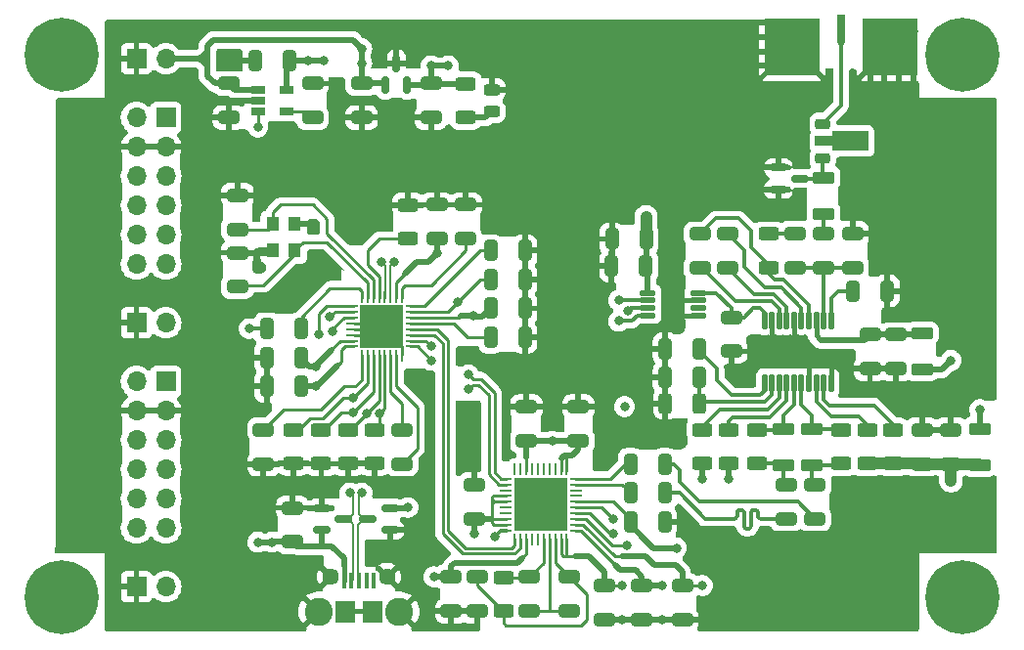
<source format=gbr>
%TF.GenerationSoftware,KiCad,Pcbnew,8.0.4*%
%TF.CreationDate,2024-09-14T20:38:07+07:00*%
%TF.ProjectId,msi_SDR_ADC,6d73695f-5344-4525-9f41-44432e6b6963,R0.1*%
%TF.SameCoordinates,PX72ade90PY75c75e0*%
%TF.FileFunction,Copper,L1,Top*%
%TF.FilePolarity,Positive*%
%FSLAX46Y46*%
G04 Gerber Fmt 4.6, Leading zero omitted, Abs format (unit mm)*
G04 Created by KiCad (PCBNEW 8.0.4) date 2024-09-14 20:38:07*
%MOMM*%
%LPD*%
G01*
G04 APERTURE LIST*
G04 Aperture macros list*
%AMRoundRect*
0 Rectangle with rounded corners*
0 $1 Rounding radius*
0 $2 $3 $4 $5 $6 $7 $8 $9 X,Y pos of 4 corners*
0 Add a 4 corners polygon primitive as box body*
4,1,4,$2,$3,$4,$5,$6,$7,$8,$9,$2,$3,0*
0 Add four circle primitives for the rounded corners*
1,1,$1+$1,$2,$3*
1,1,$1+$1,$4,$5*
1,1,$1+$1,$6,$7*
1,1,$1+$1,$8,$9*
0 Add four rect primitives between the rounded corners*
20,1,$1+$1,$2,$3,$4,$5,0*
20,1,$1+$1,$4,$5,$6,$7,0*
20,1,$1+$1,$6,$7,$8,$9,0*
20,1,$1+$1,$8,$9,$2,$3,0*%
%AMFreePoly0*
4,1,9,3.862500,-0.866500,0.737500,-0.866500,0.737500,-0.450000,-0.737500,-0.450000,-0.737500,0.450000,0.737500,0.450000,0.737500,0.866500,3.862500,0.866500,3.862500,-0.866500,3.862500,-0.866500,$1*%
G04 Aperture macros list end*
%TA.AperFunction,SMDPad,CuDef*%
%ADD10RoundRect,0.250000X0.650000X-0.325000X0.650000X0.325000X-0.650000X0.325000X-0.650000X-0.325000X0*%
%TD*%
%TA.AperFunction,SMDPad,CuDef*%
%ADD11RoundRect,0.250000X-0.650000X0.325000X-0.650000X-0.325000X0.650000X-0.325000X0.650000X0.325000X0*%
%TD*%
%TA.AperFunction,SMDPad,CuDef*%
%ADD12RoundRect,0.250000X-0.325000X-0.650000X0.325000X-0.650000X0.325000X0.650000X-0.325000X0.650000X0*%
%TD*%
%TA.AperFunction,ComponentPad*%
%ADD13R,1.700000X1.700000*%
%TD*%
%TA.AperFunction,ComponentPad*%
%ADD14O,1.700000X1.700000*%
%TD*%
%TA.AperFunction,SMDPad,CuDef*%
%ADD15RoundRect,0.250000X0.325000X0.650000X-0.325000X0.650000X-0.325000X-0.650000X0.325000X-0.650000X0*%
%TD*%
%TA.AperFunction,SMDPad,CuDef*%
%ADD16RoundRect,0.110000X-0.110000X-0.650000X0.110000X-0.650000X0.110000X0.650000X-0.110000X0.650000X0*%
%TD*%
%TA.AperFunction,SMDPad,CuDef*%
%ADD17RoundRect,0.250000X-0.625000X0.312500X-0.625000X-0.312500X0.625000X-0.312500X0.625000X0.312500X0*%
%TD*%
%TA.AperFunction,SMDPad,CuDef*%
%ADD18RoundRect,0.150000X-0.587500X-0.150000X0.587500X-0.150000X0.587500X0.150000X-0.587500X0.150000X0*%
%TD*%
%TA.AperFunction,SMDPad,CuDef*%
%ADD19RoundRect,0.062500X-0.062500X0.437500X-0.062500X-0.437500X0.062500X-0.437500X0.062500X0.437500X0*%
%TD*%
%TA.AperFunction,SMDPad,CuDef*%
%ADD20RoundRect,0.062500X-0.437500X0.062500X-0.437500X-0.062500X0.437500X-0.062500X0.437500X0.062500X0*%
%TD*%
%TA.AperFunction,HeatsinkPad*%
%ADD21R,4.600000X4.600000*%
%TD*%
%TA.AperFunction,SMDPad,CuDef*%
%ADD22RoundRect,0.250000X0.625000X-0.312500X0.625000X0.312500X-0.625000X0.312500X-0.625000X-0.312500X0*%
%TD*%
%TA.AperFunction,SMDPad,CuDef*%
%ADD23RoundRect,0.250000X0.700000X-0.275000X0.700000X0.275000X-0.700000X0.275000X-0.700000X-0.275000X0*%
%TD*%
%TA.AperFunction,SMDPad,CuDef*%
%ADD24R,0.400000X1.350000*%
%TD*%
%TA.AperFunction,ComponentPad*%
%ADD25C,2.425000*%
%TD*%
%TA.AperFunction,ComponentPad*%
%ADD26C,1.450000*%
%TD*%
%TA.AperFunction,SMDPad,CuDef*%
%ADD27R,1.800000X1.900000*%
%TD*%
%TA.AperFunction,SMDPad,CuDef*%
%ADD28RoundRect,0.150000X0.150000X-0.587500X0.150000X0.587500X-0.150000X0.587500X-0.150000X-0.587500X0*%
%TD*%
%TA.AperFunction,SMDPad,CuDef*%
%ADD29RoundRect,0.250000X0.312500X0.625000X-0.312500X0.625000X-0.312500X-0.625000X0.312500X-0.625000X0*%
%TD*%
%TA.AperFunction,SMDPad,CuDef*%
%ADD30RoundRect,0.243750X-0.456250X0.243750X-0.456250X-0.243750X0.456250X-0.243750X0.456250X0.243750X0*%
%TD*%
%TA.AperFunction,SMDPad,CuDef*%
%ADD31RoundRect,0.250000X-0.700000X0.275000X-0.700000X-0.275000X0.700000X-0.275000X0.700000X0.275000X0*%
%TD*%
%TA.AperFunction,SMDPad,CuDef*%
%ADD32RoundRect,0.150000X0.587500X0.150000X-0.587500X0.150000X-0.587500X-0.150000X0.587500X-0.150000X0*%
%TD*%
%TA.AperFunction,ComponentPad*%
%ADD33C,0.800000*%
%TD*%
%TA.AperFunction,ComponentPad*%
%ADD34C,6.400000*%
%TD*%
%TA.AperFunction,SMDPad,CuDef*%
%ADD35RoundRect,0.112500X0.587500X-0.112500X0.587500X0.112500X-0.587500X0.112500X-0.587500X-0.112500X0*%
%TD*%
%TA.AperFunction,SMDPad,CuDef*%
%ADD36R,1.250000X0.650000*%
%TD*%
%TA.AperFunction,SMDPad,CuDef*%
%ADD37R,1.100000X1.300000*%
%TD*%
%TA.AperFunction,SMDPad,CuDef*%
%ADD38R,0.700000X2.350000*%
%TD*%
%TA.AperFunction,SMDPad,CuDef*%
%ADD39R,4.800000X4.900000*%
%TD*%
%TA.AperFunction,SMDPad,CuDef*%
%ADD40RoundRect,0.225000X-0.425000X-0.225000X0.425000X-0.225000X0.425000X0.225000X-0.425000X0.225000X0*%
%TD*%
%TA.AperFunction,SMDPad,CuDef*%
%ADD41FreePoly0,0.000000*%
%TD*%
%TA.AperFunction,SMDPad,CuDef*%
%ADD42RoundRect,0.062500X0.062500X-0.437500X0.062500X0.437500X-0.062500X0.437500X-0.062500X-0.437500X0*%
%TD*%
%TA.AperFunction,SMDPad,CuDef*%
%ADD43RoundRect,0.062500X0.437500X-0.062500X0.437500X0.062500X-0.437500X0.062500X-0.437500X-0.062500X0*%
%TD*%
%TA.AperFunction,HeatsinkPad*%
%ADD44R,3.700000X3.700000*%
%TD*%
%TA.AperFunction,ViaPad*%
%ADD45C,0.800000*%
%TD*%
%TA.AperFunction,Conductor*%
%ADD46C,0.250000*%
%TD*%
%TA.AperFunction,Conductor*%
%ADD47C,0.500000*%
%TD*%
%TA.AperFunction,Conductor*%
%ADD48C,0.400000*%
%TD*%
%TA.AperFunction,Conductor*%
%ADD49C,0.450000*%
%TD*%
%TA.AperFunction,Conductor*%
%ADD50C,0.300000*%
%TD*%
%TA.AperFunction,Conductor*%
%ADD51C,1.000000*%
%TD*%
%TA.AperFunction,Conductor*%
%ADD52C,0.200000*%
%TD*%
G04 APERTURE END LIST*
D10*
%TO.P,C13,1*%
%TO.N,GND*%
X21000000Y15025000D03*
%TO.P,C13,2*%
%TO.N,Net-(U2-VCC_GPIO)*%
X21000000Y17975000D03*
%TD*%
D11*
%TO.P,C9,1*%
%TO.N,Net-(C9-Pad1)*%
X68750000Y13225000D03*
%TO.P,C9,2*%
%TO.N,TO_ADC_L*%
X68750000Y10275000D03*
%TD*%
D12*
%TO.P,C29,1*%
%TO.N,VDIG*%
X40675000Y28500000D03*
%TO.P,C29,2*%
%TO.N,GND*%
X43625000Y28500000D03*
%TD*%
D11*
%TO.P,C45,1*%
%TO.N,Net-(U4-VCO-VCC)*%
X39500000Y5225000D03*
%TO.P,C45,2*%
%TO.N,GND*%
X39500000Y2275000D03*
%TD*%
D10*
%TO.P,C21,1*%
%TO.N,5VVGA*%
X78000000Y15025000D03*
%TO.P,C21,2*%
%TO.N,GND*%
X78000000Y17975000D03*
%TD*%
D13*
%TO.P,J4,1,1*%
%TO.N,+3.3V*%
X12540000Y45030000D03*
D14*
%TO.P,J4,2,2*%
X10000000Y45030000D03*
%TO.P,J4,3,3*%
%TO.N,GND*%
X12540000Y42490000D03*
%TO.P,J4,4,4*%
X10000000Y42490000D03*
%TO.P,J4,5,5*%
%TO.N,unconnected-(J4-Pad5)*%
X12540000Y39950000D03*
%TO.P,J4,6,6*%
%TO.N,unconnected-(J4-Pad6)*%
X10000000Y39950000D03*
%TO.P,J4,7,7*%
%TO.N,SDI*%
X12540000Y37410000D03*
%TO.P,J4,8,8*%
%TO.N,unconnected-(J4-Pad8)*%
X10000000Y37410000D03*
%TO.P,J4,9,9*%
%TO.N,SCK*%
X12540000Y34870000D03*
%TO.P,J4,10,10*%
%TO.N,unconnected-(J4-Pad10)*%
X10000000Y34870000D03*
%TO.P,J4,11,11*%
%TO.N,~{CS}*%
X12540000Y32330000D03*
%TO.P,J4,12,12*%
%TO.N,unconnected-(J4-Pad12)*%
X10000000Y32330000D03*
%TD*%
D12*
%TO.P,C27,1*%
%TO.N,Net-(U2-V18_ADC)*%
X40675000Y26000000D03*
%TO.P,C27,2*%
%TO.N,GND*%
X43625000Y26000000D03*
%TD*%
D15*
%TO.P,C26,1*%
%TO.N,VDIG*%
X54112500Y34512500D03*
%TO.P,C26,2*%
%TO.N,GND*%
X51162500Y34512500D03*
%TD*%
%TO.P,C25,1*%
%TO.N,VDIG*%
X54087500Y32162500D03*
%TO.P,C25,2*%
%TO.N,GND*%
X51137500Y32162500D03*
%TD*%
D16*
%TO.P,IC2,1,LMD*%
%TO.N,Net-(IC2-LMD)*%
X70130000Y27465000D03*
%TO.P,IC2,2,INH*%
%TO.N,Net-(IC2-INH)*%
X69490000Y27465000D03*
%TO.P,IC2,3,VPSL*%
%TO.N,5VLNA*%
X68850000Y27465000D03*
%TO.P,IC2,4,LON*%
%TO.N,Net-(IC2-LON)*%
X68210000Y27465000D03*
%TO.P,IC2,5,LOP*%
%TO.N,Net-(IC2-LOP)*%
X67570000Y27465000D03*
%TO.P,IC2,6,COML*%
%TO.N,GND*%
X66930000Y27465000D03*
%TO.P,IC2,7,VIP*%
%TO.N,Net-(IC2-VIP)*%
X66290000Y27465000D03*
%TO.P,IC2,8,VIN*%
%TO.N,Net-(IC2-VIN)*%
X65650000Y27465000D03*
%TO.P,IC2,9,MODE*%
%TO.N,GND*%
X65010000Y27465000D03*
%TO.P,IC2,10,GAIN*%
%TO.N,DAC_G*%
X64370000Y27465000D03*
%TO.P,IC2,11,VCM*%
%TO.N,Net-(IC2-VCM)*%
X64370000Y22035000D03*
%TO.P,IC2,12,RCLMP*%
%TO.N,Net-(IC2-RCLMP)*%
X65010000Y22035000D03*
%TO.P,IC2,13,HILO*%
%TO.N,Net-(IC2-HILO)*%
X65650000Y22035000D03*
%TO.P,IC2,14,VPOS*%
%TO.N,Net-(IC2-VPOS)*%
X66290000Y22035000D03*
%TO.P,IC2,15,VOH*%
%TO.N,VOH*%
X66930000Y22035000D03*
%TO.P,IC2,16,VOL*%
%TO.N,VOL*%
X67570000Y22035000D03*
%TO.P,IC2,17,COMM_1*%
%TO.N,GND*%
X68210000Y22035000D03*
%TO.P,IC2,18,ENBV*%
%TO.N,Net-(IC2-ENBV)*%
X68850000Y22035000D03*
%TO.P,IC2,19,ENBL*%
%TO.N,Net-(IC2-ENBL)*%
X69490000Y22035000D03*
%TO.P,IC2,20,COMM_2*%
%TO.N,GND*%
X70130000Y22035000D03*
%TD*%
D15*
%TO.P,C3,1*%
%TO.N,VDDI*%
X24225000Y24250000D03*
%TO.P,C3,2*%
%TO.N,GND*%
X21275000Y24250000D03*
%TD*%
D17*
%TO.P,R7,1*%
%TO.N,Net-(C6-Pad2)*%
X64750000Y34962500D03*
%TO.P,R7,2*%
%TO.N,Net-(IC2-LON)*%
X64750000Y32037500D03*
%TD*%
D11*
%TO.P,C7,1*%
%TO.N,GND*%
X18750000Y33325000D03*
%TO.P,C7,2*%
%TO.N,Net-(U2-X1)*%
X18750000Y30375000D03*
%TD*%
D15*
%TO.P,C40,1*%
%TO.N,VRF*%
X23225000Y50000000D03*
%TO.P,C40,2*%
%TO.N,GND*%
X20275000Y50000000D03*
%TD*%
D13*
%TO.P,J3,1,Pin_1*%
%TO.N,GND*%
X10000000Y50120000D03*
D14*
%TO.P,J3,2,Pin_2*%
%TO.N,+5V*%
X12540000Y50120000D03*
%TD*%
D11*
%TO.P,C47,1*%
%TO.N,GND*%
X43750000Y19975000D03*
%TO.P,C47,2*%
%TO.N,VRF*%
X43750000Y17025000D03*
%TD*%
D10*
%TO.P,C34,1*%
%TO.N,GND*%
X53750000Y1525000D03*
%TO.P,C34,2*%
%TO.N,VDDI*%
X53750000Y4475000D03*
%TD*%
D11*
%TO.P,C15,1*%
%TO.N,Net-(U2-ADC_REF_P)*%
X33000000Y17975000D03*
%TO.P,C15,2*%
%TO.N,Net-(U2-ADC_REF_N)*%
X33000000Y15025000D03*
%TD*%
D18*
%TO.P,D4,1,K*%
%TO.N,GND*%
X26062500Y11200000D03*
%TO.P,D4,2,A*%
%TO.N,+5V*%
X26062500Y9300000D03*
%TO.P,D4,3,K*%
%TO.N,USB_N*%
X27937500Y10250000D03*
%TD*%
D15*
%TO.P,C35,1*%
%TO.N,TO_ADC_H*%
X55725000Y12500000D03*
%TO.P,C35,2*%
%TO.N,Net-(U4-AMP2_INB)*%
X52775000Y12500000D03*
%TD*%
D19*
%TO.P,U4,1,VCC1*%
%TO.N,VRF*%
X47250000Y14537500D03*
%TO.P,U4,2,VCC2*%
X46750000Y14537500D03*
%TO.P,U4,3,BND3_IN*%
%TO.N,unconnected-(U4-BND3_IN-Pad3)*%
X46250000Y14537500D03*
%TO.P,U4,4,BND3_INB*%
%TO.N,unconnected-(U4-BND3_INB-Pad4)*%
X45750000Y14537500D03*
%TO.P,U4,5,NC*%
%TO.N,unconnected-(U4-NC-Pad5)*%
X45250000Y14537500D03*
%TO.P,U4,6,BND3_IN*%
%TO.N,unconnected-(U4-BND3_IN-Pad6)*%
X44750000Y14537500D03*
%TO.P,U4,7,BND3_IN*%
%TO.N,unconnected-(U4-BND3_IN-Pad7)*%
X44250000Y14537500D03*
%TO.P,U4,8,VCC3*%
%TO.N,VRF*%
X43750000Y14537500D03*
%TO.P,U4,9,VHF_INB*%
%TO.N,unconnected-(U4-VHF_INB-Pad9)*%
X43250000Y14537500D03*
%TO.P,U4,10,VHF_INB*%
%TO.N,unconnected-(U4-VHF_INB-Pad10)*%
X42750000Y14537500D03*
D20*
%TO.P,U4,11,OPI*%
%TO.N,/I_IN_P*%
X41962500Y13750000D03*
%TO.P,U4,12,OPIB*%
%TO.N,/I_IN_N*%
X41962500Y13250000D03*
%TO.P,U4,13,NC*%
%TO.N,unconnected-(U4-NC-Pad13)*%
X41962500Y12750000D03*
%TO.P,U4,14,VCC5*%
%TO.N,VRF*%
X41962500Y12250000D03*
%TO.P,U4,15,VCC6*%
X41962500Y11750000D03*
%TO.P,U4,16,OSC-OP*%
%TO.N,unconnected-(U4-OSC-OP-Pad16)*%
X41962500Y11250000D03*
%TO.P,U4,17,DC-FB*%
%TO.N,unconnected-(U4-DC-FB-Pad17)*%
X41962500Y10750000D03*
%TO.P,U4,18,VCC7*%
%TO.N,VRF*%
X41962500Y10250000D03*
%TO.P,U4,19,VCC8*%
X41962500Y9750000D03*
%TO.P,U4,20,REF-CLK*%
%TO.N,/REFCLK*%
X41962500Y9250000D03*
D19*
%TO.P,U4,21,OPQB*%
%TO.N,/Q_IN_N*%
X42750000Y8462500D03*
%TO.P,U4,22,OPQ*%
%TO.N,/Q_IN_P*%
X43250000Y8462500D03*
%TO.P,U4,23,VCC9*%
%TO.N,VRF*%
X43750000Y8462500D03*
%TO.P,U4,24,LBND_IN*%
%TO.N,unconnected-(U4-LBND_IN-Pad24)*%
X44250000Y8462500D03*
%TO.P,U4,25,LBND_INB*%
%TO.N,unconnected-(U4-LBND_INB-Pad25)*%
X44750000Y8462500D03*
%TO.P,U4,26,LFILT-PC*%
%TO.N,Net-(U4-LFILT-PC)*%
X45250000Y8462500D03*
%TO.P,U4,27,CP-OUT*%
%TO.N,Net-(U4-CP-OUT)*%
X45750000Y8462500D03*
%TO.P,U4,28,VCO-VCC*%
%TO.N,Net-(U4-VCO-VCC)*%
X46250000Y8462500D03*
%TO.P,U4,29,VCC10*%
%TO.N,VRF*%
X46750000Y8462500D03*
%TO.P,U4,30,VCC11*%
X47250000Y8462500D03*
D20*
%TO.P,U4,31,VDDI*%
%TO.N,VDDI*%
X48037500Y9250000D03*
%TO.P,U4,32,VDD*%
%TO.N,VRF*%
X48037500Y9750000D03*
%TO.P,U4,33,EN*%
%TO.N,SPI_LAT*%
X48037500Y10250000D03*
%TO.P,U4,34,CLK*%
%TO.N,SPI_CLK*%
X48037500Y10750000D03*
%TO.P,U4,35,DATA*%
%TO.N,SPI_DATA*%
X48037500Y11250000D03*
%TO.P,U4,36,VCC12*%
%TO.N,VRF*%
X48037500Y11750000D03*
%TO.P,U4,37,AMP1_INB*%
%TO.N,unconnected-(U4-AMP1_INB-Pad37)*%
X48037500Y12250000D03*
%TO.P,U4,38,AMP1_INB*%
%TO.N,unconnected-(U4-AMP1_INB-Pad38)*%
X48037500Y12750000D03*
%TO.P,U4,39,AMP2_INB*%
%TO.N,Net-(U4-AMP2_INB)*%
X48037500Y13250000D03*
%TO.P,U4,40,AMP2_IN*%
%TO.N,Net-(U4-AMP2_IN)*%
X48037500Y13750000D03*
D21*
%TO.P,U4,41,GND*%
%TO.N,GND*%
X45000000Y11500000D03*
%TD*%
D22*
%TO.P,R16,1*%
%TO.N,Net-(U4-VCO-VCC)*%
X41750000Y2287500D03*
%TO.P,R16,2*%
%TO.N,Net-(U4-LFILT-PC)*%
X41750000Y5212500D03*
%TD*%
%TO.P,R3,1*%
%TO.N,5VVGA*%
X73250000Y15037500D03*
%TO.P,R3,2*%
%TO.N,Net-(IC2-ENBV)*%
X73250000Y17962500D03*
%TD*%
D23*
%TO.P,FB4,1*%
%TO.N,5VVGA*%
X83000000Y14925000D03*
%TO.P,FB4,2*%
%TO.N,+5V*%
X83000000Y18075000D03*
%TD*%
D18*
%TO.P,D1,1,K*%
%TO.N,GND*%
X65562500Y40700000D03*
%TO.P,D1,2,A*%
X65562500Y38800000D03*
%TO.P,D1,3,K*%
%TO.N,Net-(U1-B)*%
X67437500Y39750000D03*
%TD*%
D10*
%TO.P,C20,1*%
%TO.N,VDIG*%
X36000000Y34525000D03*
%TO.P,C20,2*%
%TO.N,GND*%
X36000000Y37475000D03*
%TD*%
D23*
%TO.P,FB5,1*%
%TO.N,+5V*%
X78000000Y23200000D03*
%TO.P,FB5,2*%
%TO.N,5VLNA*%
X78000000Y26350000D03*
%TD*%
D12*
%TO.P,C8,1*%
%TO.N,/REFCLK*%
X21275000Y26750000D03*
%TO.P,C8,2*%
%TO.N,Net-(U2-REFOUT)*%
X24225000Y26750000D03*
%TD*%
D13*
%TO.P,J6,1,1*%
%TO.N,+3.3V*%
X12540000Y22170000D03*
D14*
%TO.P,J6,2,2*%
X10000000Y22170000D03*
%TO.P,J6,3,3*%
%TO.N,GND*%
X12540000Y19630000D03*
%TO.P,J6,4,4*%
X10000000Y19630000D03*
%TO.P,J6,5,5*%
%TO.N,GPIO_0*%
X12540000Y17090000D03*
%TO.P,J6,6,6*%
%TO.N,SPI_DATA*%
X10000000Y17090000D03*
%TO.P,J6,7,7*%
%TO.N,GPIO_1*%
X12540000Y14550000D03*
%TO.P,J6,8,8*%
%TO.N,SPI_LAT*%
X10000000Y14550000D03*
%TO.P,J6,9,9*%
%TO.N,GPIO_2*%
X12540000Y12010000D03*
%TO.P,J6,10,10*%
%TO.N,SPI_CLK*%
X10000000Y12010000D03*
%TO.P,J6,11,11*%
%TO.N,GPIO_3*%
X12540000Y9470000D03*
%TO.P,J6,12,12*%
%TO.N,unconnected-(J6-Pad12)*%
X10000000Y9470000D03*
%TD*%
D24*
%TO.P,J2,1,VBUS*%
%TO.N,+5V*%
X27962000Y4925000D03*
%TO.P,J2,2,D-*%
%TO.N,USB_N*%
X28612000Y4925000D03*
%TO.P,J2,3,D+*%
%TO.N,USB_P*%
X29262000Y4925000D03*
%TO.P,J2,4,ID*%
%TO.N,unconnected-(J2-ID-Pad4)*%
X29912000Y4925000D03*
%TO.P,J2,5,GND*%
%TO.N,GND*%
X30562000Y4925000D03*
D25*
%TO.P,J2,6,Shield*%
X25750000Y2250000D03*
D26*
X26837000Y5250000D03*
D27*
X28112000Y2250000D03*
X30412000Y2250000D03*
D26*
X31687000Y5250000D03*
D25*
X32774000Y2250000D03*
%TD*%
D28*
%TO.P,U3,1,Vin*%
%TO.N,+5V*%
X31550000Y47812500D03*
%TO.P,U3,2,Vout*%
%TO.N,VDIG*%
X33450000Y47812500D03*
%TO.P,U3,3,GND*%
%TO.N,GND*%
X32500000Y49687500D03*
%TD*%
D29*
%TO.P,R9,1*%
%TO.N,Net-(IC2-RCLMP)*%
X58712500Y20250000D03*
%TO.P,R9,2*%
%TO.N,GND*%
X55787500Y20250000D03*
%TD*%
D11*
%TO.P,C48,1*%
%TO.N,VRF*%
X37250000Y5225000D03*
%TO.P,C48,2*%
%TO.N,GND*%
X37250000Y2275000D03*
%TD*%
D30*
%TO.P,D2,1,K*%
%TO.N,GND*%
X40750000Y47437500D03*
%TO.P,D2,2,A*%
%TO.N,Net-(D2-A)*%
X40750000Y45562500D03*
%TD*%
D31*
%TO.P,FB3,1*%
%TO.N,VOL*%
X68500000Y18075000D03*
%TO.P,FB3,2*%
%TO.N,Net-(C9-Pad1)*%
X68500000Y14925000D03*
%TD*%
D11*
%TO.P,C37,1*%
%TO.N,VDIG*%
X35500000Y47975000D03*
%TO.P,C37,2*%
%TO.N,GND*%
X35500000Y45025000D03*
%TD*%
%TO.P,C39,1*%
%TO.N,+5V*%
X18000000Y47975000D03*
%TO.P,C39,2*%
%TO.N,GND*%
X18000000Y45025000D03*
%TD*%
D15*
%TO.P,C4,1*%
%TO.N,VDIG*%
X24225000Y21750000D03*
%TO.P,C4,2*%
%TO.N,GND*%
X21275000Y21750000D03*
%TD*%
D32*
%TO.P,D3,1,K*%
%TO.N,GND*%
X31937500Y9300000D03*
%TO.P,D3,2,A*%
%TO.N,+5V*%
X31937500Y11200000D03*
%TO.P,D3,3,K*%
%TO.N,USB_P*%
X30062500Y10250000D03*
%TD*%
D13*
%TO.P,J7,1,Pin_1*%
%TO.N,GND*%
X10000000Y4390000D03*
D14*
%TO.P,J7,2,Pin_2*%
%TO.N,+5V*%
X12540000Y4390000D03*
%TD*%
D31*
%TO.P,FB1,1*%
%TO.N,VOH*%
X66000000Y18075000D03*
%TO.P,FB1,2*%
%TO.N,Net-(C2-Pad1)*%
X66000000Y14925000D03*
%TD*%
D11*
%TO.P,C23,1*%
%TO.N,5VLNA*%
X75750000Y26225000D03*
%TO.P,C23,2*%
%TO.N,GND*%
X75750000Y23275000D03*
%TD*%
D33*
%TO.P,REF\u002A\u002A,1*%
%TO.N,N/C*%
X79100000Y3500000D03*
X79802944Y5197056D03*
X79802944Y1802944D03*
X81500000Y5900000D03*
D34*
X81500000Y3500000D03*
D33*
X81500000Y1100000D03*
X83197056Y5197056D03*
X83197056Y1802944D03*
X83900000Y3500000D03*
%TD*%
D11*
%TO.P,C36,1*%
%TO.N,+5V*%
X29500000Y47975000D03*
%TO.P,C36,2*%
%TO.N,GND*%
X29500000Y45025000D03*
%TD*%
D10*
%TO.P,C31,1*%
%TO.N,+5V*%
X23500000Y8275000D03*
%TO.P,C31,2*%
%TO.N,GND*%
X23500000Y11225000D03*
%TD*%
D17*
%TO.P,R12,1*%
%TO.N,GPIO_0*%
X23580000Y18000000D03*
%TO.P,R12,2*%
%TO.N,GND*%
X23580000Y15075000D03*
%TD*%
D15*
%TO.P,C17,1*%
%TO.N,Net-(IC2-RCLMP)*%
X58725000Y22500000D03*
%TO.P,C17,2*%
%TO.N,GND*%
X55775000Y22500000D03*
%TD*%
D35*
%TO.P,IC3,1,VDD*%
%TO.N,VDIG*%
X54250000Y29850000D03*
%TO.P,IC3,2,~{CS}*%
%TO.N,~{CS}*%
X54250000Y29200000D03*
%TO.P,IC3,3,SCK*%
%TO.N,SCK*%
X54250000Y28550000D03*
%TO.P,IC3,4,SDI*%
%TO.N,SDI*%
X54250000Y27900000D03*
%TO.P,IC3,5,~{LDAC}*%
%TO.N,GND*%
X58650000Y27900000D03*
%TO.P,IC3,6,VOUTB*%
%TO.N,unconnected-(IC3-VOUTB-Pad6)*%
X58650000Y28550000D03*
%TO.P,IC3,7,VSS*%
%TO.N,GND*%
X58650000Y29200000D03*
%TO.P,IC3,8,VOUTA*%
%TO.N,DAC_G*%
X58650000Y29850000D03*
%TD*%
D17*
%TO.P,R15,1*%
%TO.N,GPIO_3*%
X30580000Y18000000D03*
%TO.P,R15,2*%
%TO.N,GND*%
X30580000Y15075000D03*
%TD*%
D11*
%TO.P,C10,1*%
%TO.N,Net-(IC2-LON)*%
X58800000Y34950000D03*
%TO.P,C10,2*%
%TO.N,Net-(IC2-VIN)*%
X58800000Y32000000D03*
%TD*%
D33*
%TO.P,REF\u002A\u002A,1*%
%TO.N,N/C*%
X1100000Y3500000D03*
X1802944Y5197056D03*
X1802944Y1802944D03*
X3500000Y5900000D03*
D34*
X3500000Y3500000D03*
D33*
X3500000Y1100000D03*
X5197056Y5197056D03*
X5197056Y1802944D03*
X5900000Y3500000D03*
%TD*%
D11*
%TO.P,C5,1*%
%TO.N,Net-(C5-Pad1)*%
X69500000Y34975000D03*
%TO.P,C5,2*%
%TO.N,Net-(IC2-INH)*%
X69500000Y32025000D03*
%TD*%
D36*
%TO.P,IC1,1,VIN*%
%TO.N,+5V*%
X20500000Y47440000D03*
%TO.P,IC1,2,GND*%
%TO.N,GND*%
X20500000Y46500000D03*
%TO.P,IC1,3,EN*%
%TO.N,V18-SYNTH*%
X20500000Y45560000D03*
%TO.P,IC1,4,BP*%
%TO.N,Net-(IC1-BP)*%
X23000000Y45560000D03*
%TO.P,IC1,5,VOUT*%
%TO.N,VRF*%
X23000000Y47440000D03*
%TD*%
D37*
%TO.P,Y1,1,1*%
%TO.N,Net-(U2-X0)*%
X21800000Y35800000D03*
%TO.P,Y1,2,2*%
%TO.N,GND*%
X21800000Y33500000D03*
%TO.P,Y1,3,3*%
%TO.N,Net-(U2-X1)*%
X23700000Y33500000D03*
%TO.P,Y1,4,4*%
%TO.N,GND*%
X23700000Y35800000D03*
%TD*%
D11*
%TO.P,C11,1*%
%TO.N,Net-(IC2-LOP)*%
X61200000Y34950000D03*
%TO.P,C11,2*%
%TO.N,Net-(IC2-VIP)*%
X61200000Y32000000D03*
%TD*%
D38*
%TO.P,J1,1,1*%
%TO.N,Net-(U1-A)*%
X71000000Y52750000D03*
D39*
%TO.P,J1,2,2*%
%TO.N,GND*%
X75250000Y51175000D03*
X66750000Y51175000D03*
%TD*%
D10*
%TO.P,C6,1*%
%TO.N,Net-(IC2-INH)*%
X67000000Y32025000D03*
%TO.P,C6,2*%
%TO.N,Net-(C6-Pad2)*%
X67000000Y34975000D03*
%TD*%
D33*
%TO.P,REF\u002A\u002A,1*%
%TO.N,N/C*%
X1100000Y50500000D03*
X1802944Y52197056D03*
X1802944Y48802944D03*
X3500000Y52900000D03*
D34*
X3500000Y50500000D03*
D33*
X3500000Y48100000D03*
X5197056Y52197056D03*
X5197056Y48802944D03*
X5900000Y50500000D03*
%TD*%
D40*
%TO.P,U1,1,A*%
%TO.N,Net-(U1-A)*%
X69412500Y44500000D03*
D41*
%TO.P,U1,2,COM*%
%TO.N,unconnected-(U1-COM-Pad2)*%
X69500000Y43000000D03*
D40*
%TO.P,U1,3,B*%
%TO.N,Net-(U1-B)*%
X69412500Y41500000D03*
%TD*%
D10*
%TO.P,C22,1*%
%TO.N,5VVGA*%
X80500000Y15025000D03*
%TO.P,C22,2*%
%TO.N,GND*%
X80500000Y17975000D03*
%TD*%
D11*
%TO.P,C24,1*%
%TO.N,5VLNA*%
X73500000Y26225000D03*
%TO.P,C24,2*%
%TO.N,GND*%
X73500000Y23275000D03*
%TD*%
D10*
%TO.P,C46,1*%
%TO.N,Net-(U4-CP-OUT)*%
X44000000Y2275000D03*
%TO.P,C46,2*%
%TO.N,Net-(U4-LFILT-PC)*%
X44000000Y5225000D03*
%TD*%
D31*
%TO.P,FB2,1*%
%TO.N,Net-(U1-B)*%
X69500000Y39825000D03*
%TO.P,FB2,2*%
%TO.N,Net-(C5-Pad1)*%
X69500000Y36675000D03*
%TD*%
D10*
%TO.P,C12,1*%
%TO.N,Net-(IC2-INH)*%
X72000000Y32025000D03*
%TO.P,C12,2*%
%TO.N,GND*%
X72000000Y34975000D03*
%TD*%
D12*
%TO.P,C28,1*%
%TO.N,Net-(U2-V18_PHY)*%
X40675000Y33500000D03*
%TO.P,C28,2*%
%TO.N,GND*%
X43625000Y33500000D03*
%TD*%
D22*
%TO.P,R5,1*%
%TO.N,5VVGA*%
X61250000Y15037500D03*
%TO.P,R5,2*%
%TO.N,Net-(IC2-VPOS)*%
X61250000Y17962500D03*
%TD*%
D17*
%TO.P,R10,1*%
%TO.N,VDIG*%
X38500000Y47962500D03*
%TO.P,R10,2*%
%TO.N,Net-(D2-A)*%
X38500000Y45037500D03*
%TD*%
D11*
%TO.P,C18,1*%
%TO.N,DAC_G*%
X61500000Y27725000D03*
%TO.P,C18,2*%
%TO.N,GND*%
X61500000Y24775000D03*
%TD*%
D10*
%TO.P,C16,1*%
%TO.N,Net-(U2-V15_VCO)*%
X38500000Y34525000D03*
%TO.P,C16,2*%
%TO.N,GND*%
X38500000Y37475000D03*
%TD*%
D12*
%TO.P,C30,1*%
%TO.N,V18-SYNTH*%
X40675000Y31000000D03*
%TO.P,C30,2*%
%TO.N,GND*%
X43625000Y31000000D03*
%TD*%
D15*
%TO.P,C38,1*%
%TO.N,TO_ADC_L*%
X55725000Y15000000D03*
%TO.P,C38,2*%
%TO.N,Net-(U4-AMP2_IN)*%
X52775000Y15000000D03*
%TD*%
D10*
%TO.P,C49,1*%
%TO.N,VRF*%
X39250000Y10275000D03*
%TO.P,C49,2*%
%TO.N,GND*%
X39250000Y13225000D03*
%TD*%
D22*
%TO.P,R6,1*%
%TO.N,5VVGA*%
X59000000Y15037500D03*
%TO.P,R6,2*%
%TO.N,Net-(IC2-HILO)*%
X59000000Y17962500D03*
%TD*%
D17*
%TO.P,R14,1*%
%TO.N,GPIO_2*%
X28330000Y17962500D03*
%TO.P,R14,2*%
%TO.N,GND*%
X28330000Y15037500D03*
%TD*%
%TO.P,R4,1*%
%TO.N,VOH*%
X63750000Y17962500D03*
%TO.P,R4,2*%
%TO.N,Net-(C2-Pad1)*%
X63750000Y15037500D03*
%TD*%
D10*
%TO.P,C41,1*%
%TO.N,Net-(IC1-BP)*%
X25250000Y45025000D03*
%TO.P,C41,2*%
%TO.N,GND*%
X25250000Y47975000D03*
%TD*%
D17*
%TO.P,R8,1*%
%TO.N,VOL*%
X71000000Y17962500D03*
%TO.P,R8,2*%
%TO.N,Net-(C9-Pad1)*%
X71000000Y15037500D03*
%TD*%
D42*
%TO.P,U2,1,VCC_GPIO*%
%TO.N,Net-(U2-VCC_GPIO)*%
X29500000Y24400000D03*
%TO.P,U2,2,GPIO_0*%
%TO.N,GPIO_0*%
X30000000Y24400000D03*
%TO.P,U2,3,GPIO_1*%
%TO.N,GPIO_1*%
X30500000Y24400000D03*
%TO.P,U2,4,GPIO_2*%
%TO.N,GPIO_2*%
X31000000Y24400000D03*
%TO.P,U2,5,GPIO_3*%
%TO.N,GPIO_3*%
X31500000Y24400000D03*
%TO.P,U2,6,ADC_REF_P*%
%TO.N,Net-(U2-ADC_REF_P)*%
X32000000Y24400000D03*
%TO.P,U2,7,ADC_REF_N*%
%TO.N,Net-(U2-ADC_REF_N)*%
X32500000Y24400000D03*
%TO.P,U2,8,VEE_ADC*%
%TO.N,GND*%
X33000000Y24400000D03*
D43*
%TO.P,U2,9,IIN_P*%
%TO.N,/I_IN_P*%
X33800000Y25200000D03*
%TO.P,U2,10,IIN_N*%
%TO.N,/I_IN_N*%
X33800000Y25700000D03*
%TO.P,U2,11,QIN_P*%
%TO.N,/Q_IN_P*%
X33800000Y26200000D03*
%TO.P,U2,12,QIN_N*%
%TO.N,/Q_IN_N*%
X33800000Y26700000D03*
%TO.P,U2,13,V18_ADC*%
%TO.N,Net-(U2-V18_ADC)*%
X33800000Y27200000D03*
%TO.P,U2,14,VCC_3V_PM*%
%TO.N,VDIG*%
X33800000Y27700000D03*
%TO.P,U2,15,V18_SYNTH*%
%TO.N,V18-SYNTH*%
X33800000Y28200000D03*
%TO.P,U2,16,V18_PHY*%
%TO.N,Net-(U2-V18_PHY)*%
X33800000Y28700000D03*
D42*
%TO.P,U2,17,V15_VCO*%
%TO.N,Net-(U2-V15_VCO)*%
X33000000Y29500000D03*
%TO.P,U2,18,VCC_3V_XCVR*%
%TO.N,VDIG*%
X32500000Y29500000D03*
%TO.P,U2,19,DP*%
%TO.N,USB_P*%
X32000000Y29500000D03*
%TO.P,U2,20,DM*%
%TO.N,USB_N*%
X31500000Y29500000D03*
%TO.P,U2,21,REST*%
%TO.N,Net-(U2-REST)*%
X31000000Y29500000D03*
%TO.P,U2,22,X0*%
%TO.N,Net-(U2-X0)*%
X30500000Y29500000D03*
%TO.P,U2,23,X1*%
%TO.N,Net-(U2-X1)*%
X30000000Y29500000D03*
%TO.P,U2,24,REFOUT*%
%TO.N,Net-(U2-REFOUT)*%
X29500000Y29500000D03*
D43*
%TO.P,U2,25,SPI_LAT*%
%TO.N,SPI_LAT*%
X28700000Y28700000D03*
%TO.P,U2,26,SPI_DAT*%
%TO.N,SPI_DATA*%
X28700000Y28200000D03*
%TO.P,U2,27,SPI_CLK*%
%TO.N,SPI_CLK*%
X28700000Y27700000D03*
%TO.P,U2,28,XTAL_SEL*%
%TO.N,GND*%
X28700000Y27200000D03*
%TO.P,U2,29,TEST1*%
X28700000Y26700000D03*
%TO.P,U2,30,TEST2*%
X28700000Y26200000D03*
%TO.P,U2,31,V18_DIGITAL*%
%TO.N,VDDI*%
X28700000Y25700000D03*
%TO.P,U2,32,VCC_3V_DIGITAL*%
%TO.N,VDIG*%
X28700000Y25200000D03*
D44*
%TO.P,U2,33,GND*%
%TO.N,GND*%
X31250000Y26950000D03*
%TD*%
D33*
%TO.P,REF\u002A\u002A,1*%
%TO.N,N/C*%
X79100000Y50500000D03*
X79802944Y52197056D03*
X79802944Y48802944D03*
X81500000Y52900000D03*
D34*
X81500000Y50500000D03*
D33*
X81500000Y48100000D03*
X83197056Y52197056D03*
X83197056Y48802944D03*
X83900000Y50500000D03*
%TD*%
D10*
%TO.P,C42,1*%
%TO.N,GND*%
X50500000Y1525000D03*
%TO.P,C42,2*%
%TO.N,VRF*%
X50500000Y4475000D03*
%TD*%
D13*
%TO.P,J5,1,Pin_1*%
%TO.N,GND*%
X10000000Y27250000D03*
D14*
%TO.P,J5,2,Pin_2*%
%TO.N,+5V*%
X12540000Y27250000D03*
%TD*%
D15*
%TO.P,C32,1*%
%TO.N,GND*%
X55725000Y10000000D03*
%TO.P,C32,2*%
%TO.N,VRF*%
X52775000Y10000000D03*
%TD*%
%TO.P,C19,1*%
%TO.N,Net-(IC2-VCM)*%
X58725000Y25000000D03*
%TO.P,C19,2*%
%TO.N,GND*%
X55775000Y25000000D03*
%TD*%
D11*
%TO.P,C14,1*%
%TO.N,GND*%
X18750000Y38300000D03*
%TO.P,C14,2*%
%TO.N,Net-(U2-X0)*%
X18750000Y35350000D03*
%TD*%
%TO.P,C43,1*%
%TO.N,GND*%
X48250000Y19975000D03*
%TO.P,C43,2*%
%TO.N,VRF*%
X48250000Y17025000D03*
%TD*%
D17*
%TO.P,R11,1*%
%TO.N,GND*%
X33500000Y37462500D03*
%TO.P,R11,2*%
%TO.N,Net-(U2-REST)*%
X33500000Y34537500D03*
%TD*%
D11*
%TO.P,C2,1*%
%TO.N,Net-(C2-Pad1)*%
X66250000Y13225000D03*
%TO.P,C2,2*%
%TO.N,TO_ADC_H*%
X66250000Y10275000D03*
%TD*%
D22*
%TO.P,R2,1*%
%TO.N,5VVGA*%
X75500000Y15037500D03*
%TO.P,R2,2*%
%TO.N,Net-(IC2-ENBL)*%
X75500000Y17962500D03*
%TD*%
D10*
%TO.P,C33,1*%
%TO.N,GND*%
X57250000Y1525000D03*
%TO.P,C33,2*%
%TO.N,VRF*%
X57250000Y4475000D03*
%TD*%
%TO.P,C44,1*%
%TO.N,Net-(U4-CP-OUT)*%
X47500000Y2275000D03*
%TO.P,C44,2*%
%TO.N,Net-(U4-VCO-VCC)*%
X47500000Y5225000D03*
%TD*%
D17*
%TO.P,R13,1*%
%TO.N,GPIO_1*%
X26000000Y17962500D03*
%TO.P,R13,2*%
%TO.N,GND*%
X26000000Y15037500D03*
%TD*%
D15*
%TO.P,C1,1*%
%TO.N,GND*%
X74975000Y30000000D03*
%TO.P,C1,2*%
%TO.N,Net-(IC2-LMD)*%
X72025000Y30000000D03*
%TD*%
D45*
%TO.N,GND*%
X22750000Y4250000D03*
X29500000Y43500000D03*
X45250000Y26000000D03*
X61000000Y9000000D03*
X83500000Y33130000D03*
X56500000Y46500000D03*
X63500000Y36750000D03*
X38750000Y20050000D03*
X66500000Y47750000D03*
X56500000Y27000000D03*
X3500000Y39000000D03*
X27250000Y31500000D03*
X32000000Y39250000D03*
X21500000Y29500000D03*
X20750000Y32000000D03*
X83500000Y22970000D03*
X83500000Y35670000D03*
X11000000Y1250000D03*
X74500000Y21250000D03*
X52750000Y22000000D03*
X3500000Y31250000D03*
X60500000Y41000000D03*
X17750000Y20750000D03*
X3500000Y24000000D03*
X43750000Y23750000D03*
X23500000Y12500000D03*
X70750000Y13250000D03*
X35450000Y16800000D03*
X60250000Y52500000D03*
X63750000Y38750000D03*
X27250000Y47950000D03*
X45250000Y28500000D03*
X47750000Y47000000D03*
X52500000Y18500000D03*
X26000000Y43500000D03*
X35450000Y19000000D03*
X54250000Y19000000D03*
X74250000Y32000000D03*
X63250000Y52500000D03*
X71250000Y38500000D03*
X66750000Y24250000D03*
X83500000Y25510000D03*
X15250000Y19500000D03*
X38050000Y24100000D03*
X22500000Y40000000D03*
X63250000Y50500000D03*
X83500000Y38210000D03*
X20500000Y37000000D03*
X74250000Y35000000D03*
X77250000Y9250000D03*
X64250000Y1500000D03*
X71500000Y40250000D03*
X52750000Y42000000D03*
X83500000Y12000000D03*
X17000000Y1250000D03*
X73000000Y11250000D03*
X27500000Y37750000D03*
X74500000Y40500000D03*
X79750000Y8000000D03*
X83500000Y28050000D03*
X3500000Y19000000D03*
X45000000Y49500000D03*
X78250000Y13250000D03*
X16750000Y29750000D03*
X72250000Y47750000D03*
X77250000Y47750000D03*
X56750000Y52500000D03*
X57250000Y10750000D03*
X57000000Y17000000D03*
X69500000Y1500000D03*
X63750000Y24250000D03*
X19750000Y1250000D03*
X16750000Y32750000D03*
X17950000Y43550000D03*
X54500000Y48500000D03*
X30500000Y2250000D03*
X53000000Y45500000D03*
X44750000Y38750000D03*
X38750000Y17800000D03*
X81250000Y19500000D03*
X50500000Y39750000D03*
X45250000Y31000000D03*
X25250000Y35750000D03*
X40750000Y49500000D03*
X47500000Y25250000D03*
X26000000Y32500000D03*
X71250000Y24250000D03*
X83500000Y46250000D03*
X75750000Y13250000D03*
X30000000Y28250000D03*
X16750000Y35250000D03*
X43500000Y13000000D03*
X16750000Y26500000D03*
X68250000Y24250000D03*
X78250000Y46250000D03*
X56500000Y28500000D03*
X77000000Y1500000D03*
X39800000Y23700000D03*
X17500000Y50000000D03*
X57250000Y41500000D03*
X40750000Y43750000D03*
X15250000Y9750000D03*
X38750000Y16000000D03*
X83500000Y30590000D03*
X63750000Y40750000D03*
X16500000Y6000000D03*
X45000000Y11750000D03*
X66250000Y36750000D03*
X77000000Y28000000D03*
X47000000Y37750000D03*
X35500000Y43500000D03*
X26000000Y12500000D03*
X52750000Y24500000D03*
X51000000Y52500000D03*
X31250000Y27000000D03*
X83500000Y40750000D03*
X40750000Y38750000D03*
X21000000Y13250000D03*
X76500000Y19500000D03*
X45250000Y33250000D03*
X83500000Y9460000D03*
X67500000Y43000000D03*
X66500000Y6500000D03*
X63250000Y47750000D03*
X35250000Y1000000D03*
X3500000Y46250000D03*
X19750000Y5000000D03*
X32500000Y51250000D03*
X3500000Y28750000D03*
X30000000Y25750000D03*
X18750000Y40000000D03*
X69500000Y47750000D03*
X52000000Y1500000D03*
X15250000Y22750000D03*
X79500000Y21750000D03*
X69500000Y46250000D03*
X73000000Y13250000D03*
X21500000Y10250000D03*
X70750000Y9250000D03*
X69750000Y24250000D03*
X71500000Y36500000D03*
X16750000Y38250000D03*
X60250000Y37750000D03*
X42250000Y15750000D03*
X46500000Y32000000D03*
X35450000Y20700000D03*
X35450000Y14400000D03*
X67500000Y44750000D03*
X26250000Y40000000D03*
X37750000Y39500000D03*
X32500000Y25750000D03*
X46500000Y13000000D03*
X28750000Y37000000D03*
X73250000Y1500000D03*
X3500000Y33750000D03*
X74500000Y44250000D03*
X78250000Y43250000D03*
X31750000Y13500000D03*
X54750000Y39750000D03*
X3500000Y15750000D03*
X79000000Y19500000D03*
X47500000Y21500000D03*
X56500000Y37000000D03*
X57250000Y9000000D03*
X55500000Y1500000D03*
X28250000Y2250000D03*
X67500000Y41750000D03*
X23500000Y31250000D03*
X18500000Y24000000D03*
X32500000Y28250000D03*
X77250000Y52500000D03*
X8250000Y1250000D03*
X34750000Y39250000D03*
X42000000Y22000000D03*
X35250000Y2250000D03*
X71750000Y21250000D03*
X3500000Y8500000D03*
X18250000Y10000000D03*
X3500000Y41500000D03*
X39250000Y14750000D03*
X3500000Y26250000D03*
X56500000Y33000000D03*
X3500000Y13500000D03*
X58750000Y44250000D03*
X3500000Y11000000D03*
X50500000Y44250000D03*
X23500000Y13500000D03*
X22750000Y1250000D03*
X22750000Y6500000D03*
X77000000Y30000000D03*
X71500000Y45000000D03*
X43500000Y10000000D03*
X49250000Y49250000D03*
X3500000Y44000000D03*
X65250000Y24250000D03*
X61500000Y23000000D03*
X18700000Y50050000D03*
X3500000Y36000000D03*
X46500000Y10000000D03*
X56500000Y30000000D03*
X35450000Y22650000D03*
X59500000Y1500000D03*
X74750000Y47750000D03*
X14000000Y1250000D03*
X47000000Y51500000D03*
X18750000Y28750000D03*
X45750000Y43750000D03*
X3500000Y21500000D03*
%TO.N,5VVGA*%
X59000000Y13750000D03*
X61250000Y13750000D03*
X80500000Y13550000D03*
%TO.N,VDDI*%
X55500000Y4475000D03*
X25500000Y23500000D03*
%TO.N,VDIG*%
X36000000Y33250000D03*
X35500000Y49500000D03*
X25500000Y21750000D03*
X37000000Y49500000D03*
X54112500Y36437500D03*
X39150000Y27850000D03*
X52250000Y20000000D03*
%TO.N,/REFCLK*%
X19750000Y26750000D03*
X41000000Y8750000D03*
%TO.N,V18-SYNTH*%
X20500000Y44200000D03*
X37800000Y29050000D03*
%TO.N,USB_P*%
X29525000Y12500000D03*
X32275000Y32500000D03*
%TO.N,USB_N*%
X31225000Y32500000D03*
X28475000Y12500000D03*
%TO.N,SPI_DATA*%
X51250000Y10250000D03*
X26750000Y27750000D03*
%TO.N,SPI_LAT*%
X52500000Y8000000D03*
X25750000Y26250000D03*
%TO.N,SPI_CLK*%
X51250000Y9000000D03*
X27000000Y26500000D03*
%TO.N,GPIO_3*%
X31025000Y19375000D03*
%TO.N,/I_IN_P*%
X35500000Y24000000D03*
X38750000Y22750000D03*
%TO.N,/I_IN_N*%
X35500000Y25250000D03*
X38750000Y21500000D03*
%TO.N,+5V*%
X21750000Y8250000D03*
X83000000Y19750000D03*
X33500000Y11250000D03*
X29500000Y51000000D03*
X29500000Y49750000D03*
X80500000Y24000000D03*
X20500000Y8250000D03*
%TO.N,GPIO_1*%
X28750000Y19500000D03*
%TO.N,GPIO_0*%
X28750000Y20750000D03*
%TO.N,GPIO_2*%
X29925000Y19425000D03*
%TO.N,~{CS}*%
X51750000Y29200000D03*
%TO.N,SCK*%
X52550000Y28300000D03*
%TO.N,SDI*%
X51750000Y27400000D03*
%TO.N,VRF*%
X56750000Y7750000D03*
X46000000Y17000000D03*
X52000000Y4500000D03*
X39250000Y9000000D03*
X26250000Y49950000D03*
X35750000Y5250000D03*
X59000000Y4500000D03*
X24900000Y49950000D03*
%TD*%
D46*
%TO.N,GND*%
X32500000Y25750000D02*
X32450000Y25750000D01*
D47*
X64875000Y53250000D02*
X62625000Y53250000D01*
D46*
X33000000Y24500000D02*
X33000000Y25200000D01*
X31250000Y27000000D02*
X31250000Y26950000D01*
D47*
X27250000Y47950000D02*
X27225000Y47975000D01*
D48*
X65010000Y27465000D02*
X65010000Y25760000D01*
X68210000Y24210000D02*
X68210000Y22035000D01*
D47*
X74750000Y47750000D02*
X74750000Y46875000D01*
D46*
X30450000Y26200000D02*
X30500000Y26200000D01*
D47*
X20750000Y33325000D02*
X21625000Y33325000D01*
X50500000Y1525000D02*
X51975000Y1525000D01*
D48*
X66930000Y27465000D02*
X66930000Y25570000D01*
D46*
X32450000Y25750000D02*
X31250000Y26950000D01*
D47*
X77250000Y49125000D02*
X77250000Y46875000D01*
X55500000Y1500000D02*
X57225000Y1500000D01*
X26062500Y11200000D02*
X26062500Y12437500D01*
X64875000Y50750000D02*
X62625000Y50750000D01*
D49*
X58650000Y27900000D02*
X57200000Y27900000D01*
D48*
X68250000Y24250000D02*
X68210000Y24210000D01*
X70130000Y23870000D02*
X70130000Y22035000D01*
D47*
X73500000Y49125000D02*
X73500000Y46875000D01*
X76000000Y49125000D02*
X76000000Y46875000D01*
D46*
X32500000Y25700000D02*
X32500000Y25750000D01*
D47*
X26062500Y12437500D02*
X26000000Y12500000D01*
X23700000Y35800000D02*
X23750000Y35750000D01*
X52000000Y1500000D02*
X53725000Y1500000D01*
X64875000Y49500000D02*
X62625000Y49500000D01*
D46*
X31000000Y26700000D02*
X31250000Y26950000D01*
X33000000Y25200000D02*
X32500000Y25700000D01*
D49*
X58650000Y29200000D02*
X56750000Y29200000D01*
D47*
X64875000Y52000000D02*
X62625000Y52000000D01*
D46*
X31000000Y27200000D02*
X31200000Y27000000D01*
D47*
X18750000Y50000000D02*
X18700000Y50050000D01*
X18750000Y33325000D02*
X20750000Y33325000D01*
X32500000Y49687500D02*
X32500000Y51250000D01*
X57225000Y1500000D02*
X57250000Y1525000D01*
D46*
X29550000Y26200000D02*
X30000000Y25750000D01*
D47*
X21625000Y33325000D02*
X21800000Y33500000D01*
D46*
X28800000Y26700000D02*
X31000000Y26700000D01*
X30500000Y26200000D02*
X31250000Y26950000D01*
D47*
X74750000Y49125000D02*
X74750000Y47750000D01*
X56700000Y29150000D02*
X56750000Y29200000D01*
D46*
X28800000Y26200000D02*
X29550000Y26200000D01*
D47*
X20500000Y46500000D02*
X16500000Y46500000D01*
X23500000Y11225000D02*
X23500000Y12500000D01*
X18000000Y43600000D02*
X17950000Y43550000D01*
X53775000Y1500000D02*
X55500000Y1500000D01*
D46*
X31250000Y26950000D02*
X31250000Y26950000D01*
D47*
X53725000Y1500000D02*
X53750000Y1525000D01*
D46*
X31200000Y27000000D02*
X31250000Y27000000D01*
X28800000Y27200000D02*
X31000000Y27200000D01*
D48*
X69750000Y24250000D02*
X70130000Y23870000D01*
D47*
X53750000Y1525000D02*
X53775000Y1500000D01*
D46*
X30000000Y25750000D02*
X30450000Y26200000D01*
D47*
X51975000Y1525000D02*
X52000000Y1500000D01*
D50*
%TO.N,Net-(IC2-LMD)*%
X70130000Y27465000D02*
X70130000Y29380000D01*
X70130000Y29380000D02*
X70750000Y30000000D01*
X70750000Y30000000D02*
X72025000Y30000000D01*
%TO.N,Net-(C2-Pad1)*%
X66250000Y13225000D02*
X66000000Y13475000D01*
X66000000Y13475000D02*
X66000000Y14925000D01*
X63750000Y15037500D02*
X65887500Y15037500D01*
X65887500Y15037500D02*
X66000000Y14925000D01*
%TO.N,TO_ADC_H*%
X64030000Y10275000D02*
X64150000Y10275000D01*
X59225000Y10275000D02*
X61750000Y10275000D01*
X63190000Y10275000D02*
X63190000Y10515000D01*
X62590000Y10814570D02*
X62590000Y10515000D01*
X62230000Y11054570D02*
X62350000Y11054570D01*
X62590000Y10515000D02*
X62590000Y10275000D01*
X63430000Y11054570D02*
X63550000Y11054570D01*
X64150000Y10275000D02*
X64750000Y10275000D01*
X61990000Y10515000D02*
X61990000Y10814570D01*
X57000000Y12500000D02*
X59225000Y10275000D01*
X63790000Y10814570D02*
X63790000Y10515000D01*
X63190000Y9635442D02*
X63190000Y10275000D01*
X62590000Y10275000D02*
X62590000Y9635442D01*
X55725000Y12500000D02*
X57000000Y12500000D01*
X63190000Y10515000D02*
X63190000Y10814570D01*
X62830000Y9395442D02*
X62950000Y9395442D01*
X64750000Y10275000D02*
X66250000Y10275000D01*
X62950000Y9395442D02*
G75*
G03*
X63189958Y9635442I0J239958D01*
G01*
X61750000Y10275000D02*
G75*
G03*
X61990000Y10515000I0J240000D01*
G01*
X63190000Y10814570D02*
G75*
G02*
X63430000Y11054600I240000J30D01*
G01*
X61990000Y10814570D02*
G75*
G02*
X62230000Y11054600I240000J30D01*
G01*
X63550000Y11054570D02*
G75*
G02*
X63789970Y10814570I0J-239970D01*
G01*
X62350000Y11054570D02*
G75*
G02*
X62589970Y10814570I0J-239970D01*
G01*
X63790000Y10515000D02*
G75*
G03*
X64030000Y10275000I240000J0D01*
G01*
X62590000Y9635442D02*
G75*
G03*
X62830000Y9395400I240000J-42D01*
G01*
%TO.N,Net-(C5-Pad1)*%
X69500000Y36675000D02*
X69500000Y34975000D01*
%TO.N,Net-(IC2-INH)*%
X69500000Y32025000D02*
X72000000Y32025000D01*
X69490000Y27465000D02*
X69490000Y32015000D01*
X69490000Y32015000D02*
X69500000Y32025000D01*
X67000000Y32025000D02*
X69500000Y32025000D01*
%TO.N,Net-(C6-Pad2)*%
X64506250Y34962500D02*
X66743750Y34962500D01*
%TO.N,Net-(C9-Pad1)*%
X70887500Y14925000D02*
X71000000Y15037500D01*
X68500000Y13475000D02*
X68750000Y13225000D01*
X68500000Y14925000D02*
X70887500Y14925000D01*
X68500000Y14925000D02*
X68500000Y13475000D01*
%TO.N,TO_ADC_L*%
X55725000Y15000000D02*
X56500000Y15000000D01*
X57000000Y13500000D02*
X58750000Y11750000D01*
X67275000Y11750000D02*
X68750000Y10275000D01*
X58750000Y11750000D02*
X67275000Y11750000D01*
X56500000Y15000000D02*
X57000000Y14500000D01*
X57000000Y14500000D02*
X57000000Y13500000D01*
%TO.N,Net-(IC2-LON)*%
X60150000Y36300000D02*
X58800000Y34950000D01*
X63250000Y33750000D02*
X63250000Y35200000D01*
X64750000Y32250000D02*
X63250000Y33750000D01*
X68210000Y28790000D02*
X66025000Y30975000D01*
X64750000Y32037500D02*
X64750000Y32250000D01*
X65250000Y30975000D02*
X64750000Y31475000D01*
X63250000Y35200000D02*
X62150000Y36300000D01*
X66025000Y30975000D02*
X65250000Y30975000D01*
X68210000Y27465000D02*
X68210000Y28790000D01*
X64750000Y31475000D02*
X64750000Y32037500D01*
X62150000Y36300000D02*
X60150000Y36300000D01*
%TO.N,Net-(IC2-VIN)*%
X59000000Y32000000D02*
X58800000Y32000000D01*
X65650000Y27465000D02*
X65650000Y28450000D01*
X65650000Y28450000D02*
X64950000Y29150000D01*
X61850000Y29150000D02*
X59000000Y32000000D01*
X64950000Y29150000D02*
X61850000Y29150000D01*
%TO.N,Net-(IC2-LOP)*%
X64375000Y30350000D02*
X62600000Y32125000D01*
X62600000Y33550000D02*
X61200000Y34950000D01*
X62600000Y32125000D02*
X62600000Y33550000D01*
X65800000Y30350000D02*
X64375000Y30350000D01*
X67570000Y28580000D02*
X65800000Y30350000D01*
X67570000Y27465000D02*
X67570000Y28580000D01*
%TO.N,Net-(IC2-VIP)*%
X66290000Y28660000D02*
X65200000Y29750000D01*
X65200000Y29750000D02*
X63450000Y29750000D01*
X66290000Y27465000D02*
X66290000Y28660000D01*
X63450000Y29750000D02*
X61200000Y32000000D01*
%TO.N,Net-(IC2-RCLMP)*%
X58712500Y22212500D02*
X58712500Y20250000D01*
X64400000Y20375000D02*
X58837500Y20375000D01*
X58750000Y22250000D02*
X58712500Y22212500D01*
X58725000Y22500000D02*
X58725000Y22275000D01*
X65010000Y22035000D02*
X65010000Y20985000D01*
X65010000Y20985000D02*
X64400000Y20375000D01*
X58837500Y20375000D02*
X58712500Y20250000D01*
X58725000Y22275000D02*
X58750000Y22250000D01*
%TO.N,DAC_G*%
X62625000Y27725000D02*
X63421426Y28521426D01*
X60150000Y29850000D02*
X61500000Y28500000D01*
X58650000Y29850000D02*
X60150000Y29850000D01*
X63421426Y28521426D02*
X63978574Y28521426D01*
X61500000Y27725000D02*
X62625000Y27725000D01*
X63978574Y28521426D02*
X64370000Y28130000D01*
X64370000Y28130000D02*
X64370000Y27465000D01*
X61500000Y28500000D02*
X61500000Y27725000D01*
%TO.N,Net-(IC2-VCM)*%
X58725000Y25000000D02*
X58725000Y24775000D01*
X64370000Y21345000D02*
X64370000Y22035000D01*
X60250000Y22250000D02*
X61525000Y20975000D01*
X58725000Y24775000D02*
X60250000Y23250000D01*
X61525000Y20975000D02*
X64000000Y20975000D01*
X64000000Y20975000D02*
X64370000Y21345000D01*
X60250000Y23250000D02*
X60250000Y22250000D01*
D47*
%TO.N,5VVGA*%
X77987500Y15037500D02*
X78000000Y15025000D01*
D51*
X75500000Y15037500D02*
X77987500Y15037500D01*
X73250000Y15037500D02*
X75500000Y15037500D01*
X78000000Y15025000D02*
X80500000Y15025000D01*
D47*
X61250000Y15287500D02*
X61250000Y13750000D01*
D51*
X80500000Y13550000D02*
X80500000Y15025000D01*
D47*
X80500000Y15025000D02*
X80600000Y14925000D01*
X59000000Y15300000D02*
X59000000Y13750000D01*
D51*
X82900000Y15025000D02*
X80500000Y15025000D01*
D47*
%TO.N,5VLNA*%
X73500000Y26225000D02*
X75750000Y26225000D01*
X75750000Y26225000D02*
X77875000Y26225000D01*
D49*
X68850000Y26150000D02*
X69250000Y25750000D01*
D47*
X69250000Y25750000D02*
X73025000Y25750000D01*
X77875000Y26225000D02*
X78000000Y26350000D01*
X73025000Y25750000D02*
X73500000Y26225000D01*
D49*
X68850000Y27465000D02*
X68850000Y26150000D01*
D50*
%TO.N,Net-(U1-B)*%
X67700000Y39750000D02*
X69100000Y39750000D01*
X69412500Y41500000D02*
X69412500Y40237500D01*
X69100000Y39750000D02*
X69500000Y40150000D01*
X69412500Y40237500D02*
X69500000Y40150000D01*
%TO.N,VOH*%
X63750000Y17962500D02*
X65887500Y17962500D01*
X65887500Y17962500D02*
X66000000Y18075000D01*
X66000000Y19250000D02*
X66930000Y20180000D01*
X66000000Y18075000D02*
X66000000Y19250000D01*
X66930000Y20180000D02*
X66930000Y22035000D01*
%TO.N,VOL*%
X68500000Y18075000D02*
X70887500Y18075000D01*
X68500000Y18075000D02*
X68500000Y19250000D01*
X70887500Y18075000D02*
X71000000Y17962500D01*
X67570000Y20180000D02*
X67570000Y22035000D01*
X68500000Y19250000D02*
X67570000Y20180000D01*
%TO.N,Net-(IC2-HILO)*%
X65650000Y22035000D02*
X65650000Y20750000D01*
X65650000Y20750000D02*
X64650000Y19750000D01*
X60525000Y19750000D02*
X59000000Y18225000D01*
X64650000Y19750000D02*
X60525000Y19750000D01*
%TO.N,Net-(IC2-VPOS)*%
X64850000Y19100000D02*
X61600000Y19100000D01*
X66260000Y22035000D02*
X66260000Y20510000D01*
X61250000Y18212500D02*
X61250000Y18750000D01*
X66260000Y20510000D02*
X64850000Y19100000D01*
X61600000Y19100000D02*
X61250000Y18750000D01*
%TO.N,Net-(IC2-ENBV)*%
X72500000Y19150000D02*
X70150000Y19150000D01*
X73250000Y17962500D02*
X73250000Y18400000D01*
X70150000Y19150000D02*
X68850000Y20450000D01*
X68850000Y20450000D02*
X68850000Y22035000D01*
X73250000Y18400000D02*
X72500000Y19150000D01*
%TO.N,Net-(IC2-ENBL)*%
X73900000Y20100000D02*
X69950000Y20100000D01*
X69490000Y20560000D02*
X69490000Y22035000D01*
X75500000Y18500000D02*
X73900000Y20100000D01*
X75500000Y17962500D02*
X75500000Y18500000D01*
X69950000Y20100000D02*
X69490000Y20560000D01*
%TO.N,Net-(U1-A)*%
X71000000Y46087500D02*
X69412500Y44500000D01*
X71000000Y52750000D02*
X71000000Y46087500D01*
D47*
%TO.N,VDDI*%
X53750000Y5300000D02*
X53750000Y4475000D01*
X55500000Y4475000D02*
X53750000Y4475000D01*
D46*
X26500000Y24562500D02*
X27637500Y25700000D01*
X48450000Y9250000D02*
X47937500Y9250000D01*
X27637500Y25700000D02*
X28800000Y25700000D01*
D47*
X24975000Y23500000D02*
X25500000Y23500000D01*
X25500000Y23562500D02*
X26862500Y24925000D01*
X53200000Y5850000D02*
X53750000Y5300000D01*
X51850000Y5850000D02*
X53200000Y5850000D01*
D46*
X25500000Y23500000D02*
X25500000Y23562500D01*
X25437500Y23500000D02*
X25437500Y23500000D01*
X51425000Y6275000D02*
X48450000Y9250000D01*
D47*
X51425000Y6275000D02*
X51850000Y5850000D01*
D46*
X26500000Y24500000D02*
X26500000Y24562500D01*
D47*
X24225000Y24250000D02*
X24975000Y23500000D01*
%TO.N,VDIG*%
X36000000Y33250000D02*
X36000000Y34525000D01*
D46*
X25500000Y21750000D02*
X25625000Y21750000D01*
X28075000Y25200000D02*
X28800000Y25200000D01*
D47*
X54087500Y32162500D02*
X54412500Y31837500D01*
X24225000Y21750000D02*
X25500000Y21750000D01*
D46*
X37950000Y27700000D02*
X33700000Y27700000D01*
D47*
X39925000Y27750000D02*
X40675000Y28500000D01*
D46*
X27437500Y23562500D02*
X27750000Y23875000D01*
D47*
X34250000Y32500000D02*
X35250000Y32500000D01*
X35500000Y49500000D02*
X37000000Y49500000D01*
X33250000Y31500000D02*
X34250000Y32500000D01*
X35337500Y47812500D02*
X35500000Y47975000D01*
X54250000Y32000000D02*
X54250000Y29850000D01*
X33450000Y47812500D02*
X35337500Y47812500D01*
X35250000Y32500000D02*
X36000000Y33250000D01*
X54112500Y32187500D02*
X54087500Y32162500D01*
D46*
X32500000Y30750000D02*
X32500000Y29400000D01*
D47*
X25625000Y21750000D02*
X27437500Y23562500D01*
D46*
X38075000Y27825000D02*
X37950000Y27700000D01*
X27750000Y23875000D02*
X27750000Y24875000D01*
D47*
X39250000Y27750000D02*
X39925000Y27750000D01*
X54112500Y34512500D02*
X54112500Y32187500D01*
X35500000Y47975000D02*
X35500000Y49500000D01*
X38500000Y47962500D02*
X35512500Y47962500D01*
X54087500Y32162500D02*
X54250000Y32000000D01*
D46*
X33250000Y31500000D02*
X32500000Y30750000D01*
D47*
X35512500Y47962500D02*
X35500000Y47975000D01*
D51*
X54112500Y34512500D02*
X54112500Y36437500D01*
D47*
X38075000Y27825000D02*
X39125000Y27825000D01*
D46*
X27750000Y24875000D02*
X28075000Y25200000D01*
D47*
X39125000Y27825000D02*
X39150000Y27850000D01*
X39150000Y27850000D02*
X39250000Y27750000D01*
D46*
%TO.N,Net-(U2-X1)*%
X26500000Y34250000D02*
X24450000Y34250000D01*
X24450000Y34250000D02*
X23700000Y33500000D01*
X23700000Y33200000D02*
X21000000Y30500000D01*
X18875000Y30500000D02*
X18750000Y30375000D01*
X30000000Y29400000D02*
X30000000Y30750000D01*
X21000000Y30500000D02*
X18875000Y30500000D01*
X23700000Y33500000D02*
X23700000Y33200000D01*
X30000000Y30750000D02*
X26500000Y34250000D01*
%TO.N,Net-(U2-REFOUT)*%
X29250000Y30250000D02*
X26750000Y30250000D01*
X29500000Y29400000D02*
X29500000Y30000000D01*
X26750000Y30250000D02*
X24225000Y27725000D01*
X29500000Y30000000D02*
X29250000Y30250000D01*
X24225000Y27725000D02*
X24225000Y26750000D01*
D50*
%TO.N,/REFCLK*%
X21275000Y26750000D02*
X19750000Y26750000D01*
X42062500Y9250000D02*
X41500000Y9250000D01*
X41500000Y9250000D02*
X41000000Y8750000D01*
D46*
%TO.N,Net-(U2-VCC_GPIO)*%
X21000000Y18000000D02*
X21000000Y17975000D01*
X22750000Y19750000D02*
X21000000Y18000000D01*
X29500000Y24500000D02*
X29500000Y22300000D01*
X28000000Y21750000D02*
X26000000Y19750000D01*
X29500000Y22300000D02*
X28950000Y21750000D01*
X28950000Y21750000D02*
X28000000Y21750000D01*
X26000000Y19750000D02*
X22750000Y19750000D01*
%TO.N,Net-(U2-X0)*%
X22500000Y37500000D02*
X21800000Y36800000D01*
X21800000Y36800000D02*
X21800000Y35800000D01*
X26500000Y35000000D02*
X26500000Y36250000D01*
X30500000Y29400000D02*
X30500000Y31000000D01*
X25250000Y37500000D02*
X22500000Y37500000D01*
X30500000Y31000000D02*
X26500000Y35000000D01*
X26500000Y36250000D02*
X25250000Y37500000D01*
X21350000Y35350000D02*
X18750000Y35350000D01*
X21800000Y35800000D02*
X21350000Y35350000D01*
%TO.N,Net-(U2-ADC_REF_P)*%
X33000000Y20250000D02*
X33000000Y17975000D01*
X32000000Y24500000D02*
X32000000Y21250000D01*
X32000000Y21250000D02*
X33000000Y20250000D01*
%TO.N,Net-(U2-ADC_REF_N)*%
X32500000Y24500000D02*
X32500000Y21750000D01*
X32500000Y21750000D02*
X34350000Y19900000D01*
X34350000Y19900000D02*
X34350000Y16375000D01*
X34350000Y16375000D02*
X33000000Y15025000D01*
%TO.N,Net-(U2-V15_VCO)*%
X33000000Y30250000D02*
X33250000Y30500000D01*
X33250000Y30500000D02*
X35500000Y30500000D01*
X38500000Y33500000D02*
X38500000Y34525000D01*
X33000000Y29400000D02*
X33000000Y30250000D01*
X35500000Y30500000D02*
X38500000Y33500000D01*
%TO.N,Net-(U2-V18_ADC)*%
X33700000Y27200000D02*
X37500000Y27200000D01*
X38700000Y26000000D02*
X40675000Y26000000D01*
X37500000Y27200000D02*
X38700000Y26000000D01*
%TO.N,Net-(U2-V18_PHY)*%
X39775000Y33500000D02*
X40675000Y33500000D01*
X34975000Y28700000D02*
X39775000Y33500000D01*
X33700000Y28700000D02*
X34975000Y28700000D01*
%TO.N,V18-SYNTH*%
X20500000Y45560000D02*
X20500000Y44200000D01*
X36950000Y28200000D02*
X37800000Y29050000D01*
X39750000Y31000000D02*
X40675000Y31000000D01*
X37800000Y29050000D02*
X39750000Y31000000D01*
X33700000Y28200000D02*
X36950000Y28200000D01*
%TO.N,Net-(U4-AMP2_INB)*%
X52025000Y13250000D02*
X52775000Y12500000D01*
X47937500Y13250000D02*
X52025000Y13250000D01*
%TO.N,Net-(U4-AMP2_IN)*%
X47937500Y13750000D02*
X51000000Y13750000D01*
X52250000Y15000000D02*
X52775000Y15000000D01*
X51000000Y13750000D02*
X52250000Y15000000D01*
%TO.N,Net-(IC1-BP)*%
X23000000Y45560000D02*
X24715000Y45560000D01*
X24715000Y45560000D02*
X25250000Y45025000D01*
%TO.N,Net-(U4-CP-OUT)*%
X44000000Y2275000D02*
X47500000Y2275000D01*
X45750000Y2275000D02*
X44000000Y2275000D01*
X45750000Y8562500D02*
X45750000Y2275000D01*
%TO.N,Net-(U4-VCO-VCC)*%
X46250000Y6475000D02*
X47500000Y5225000D01*
X39500000Y5225000D02*
X39500000Y4500000D01*
X48500000Y1000000D02*
X42000000Y1000000D01*
X47500000Y5225000D02*
X49000000Y3725000D01*
X42000000Y1000000D02*
X41750000Y1250000D01*
X41712500Y2287500D02*
X41750000Y2287500D01*
X39500000Y4500000D02*
X41712500Y2287500D01*
X49000000Y3725000D02*
X49000000Y1500000D01*
X46250000Y8562500D02*
X46250000Y6475000D01*
X49000000Y1500000D02*
X48500000Y1000000D01*
X41750000Y1250000D02*
X41750000Y2287500D01*
%TO.N,Net-(U4-LFILT-PC)*%
X45250000Y6475000D02*
X44000000Y5225000D01*
X43987500Y5212500D02*
X44000000Y5225000D01*
X45250000Y8562500D02*
X45250000Y6475000D01*
X41750000Y5212500D02*
X43987500Y5212500D01*
D47*
%TO.N,Net-(D2-A)*%
X38500000Y45037500D02*
X40225000Y45037500D01*
X40225000Y45037500D02*
X40750000Y45562500D01*
D52*
%TO.N,USB_P*%
X29225000Y10675000D02*
X29225000Y11500000D01*
X29162000Y9762000D02*
X29650000Y10250000D01*
X29262000Y4925000D02*
X29162001Y5024999D01*
X29225001Y12200001D02*
X29525000Y12500000D01*
X29650000Y10250000D02*
X30062500Y10250000D01*
X32000000Y29400000D02*
X31975001Y29424999D01*
X29650000Y10250000D02*
X29225000Y10675000D01*
X29162001Y7000000D02*
X29162000Y7000001D01*
X31975001Y32200001D02*
X32275000Y32500000D01*
X29225000Y11500000D02*
X29225001Y11500001D01*
X29162000Y7000001D02*
X29162000Y9762000D01*
X31975001Y29424999D02*
X31975001Y32200001D01*
X29162001Y5024999D02*
X29162001Y7200001D01*
X29225001Y11500001D02*
X29225001Y12200001D01*
%TO.N,USB_N*%
X28712000Y9788000D02*
X28250000Y10250000D01*
X28711999Y7200001D02*
X28712000Y7200002D01*
X31500000Y29400000D02*
X31524999Y29424999D01*
X28250000Y10250000D02*
X27937500Y10250000D01*
X28774999Y11500001D02*
X28774999Y12200001D01*
X28774999Y12200001D02*
X28475000Y12500000D01*
X28775000Y10675000D02*
X28775000Y11500000D01*
X28350000Y10250000D02*
X28775000Y10675000D01*
X31524999Y29424999D02*
X31524999Y32200001D01*
X28775000Y11500000D02*
X28774999Y11500001D01*
X27937500Y10250000D02*
X28350000Y10250000D01*
X28711999Y5024999D02*
X28711999Y7200001D01*
X28612000Y4925000D02*
X28711999Y5024999D01*
X31524999Y32200001D02*
X31225000Y32500000D01*
X28712000Y7200002D02*
X28712000Y9788000D01*
D46*
%TO.N,SPI_DATA*%
X27200000Y28200000D02*
X28800000Y28200000D01*
X51250000Y10250000D02*
X50250000Y11250000D01*
X26750000Y27750000D02*
X27200000Y28200000D01*
X50250000Y11250000D02*
X47937500Y11250000D01*
%TO.N,SPI_LAT*%
X48900000Y10250000D02*
X47937500Y10250000D01*
X51150000Y8000000D02*
X48900000Y10250000D01*
X52500000Y8000000D02*
X51150000Y8000000D01*
X25750000Y26250000D02*
X25750000Y28000000D01*
X25750000Y28000000D02*
X26450000Y28700000D01*
X26450000Y28700000D02*
X28800000Y28700000D01*
%TO.N,SPI_CLK*%
X27000000Y26500000D02*
X27000000Y26750000D01*
X27000000Y26750000D02*
X27950000Y27700000D01*
X49250000Y10750000D02*
X47937500Y10750000D01*
X27950000Y27700000D02*
X28800000Y27700000D01*
X51250000Y8750000D02*
X49250000Y10750000D01*
%TO.N,Net-(U2-REST)*%
X31037500Y34537500D02*
X33500000Y34537500D01*
X31000000Y31250000D02*
X30000000Y32250000D01*
X30000000Y33500000D02*
X31037500Y34537500D01*
X30000000Y32250000D02*
X30000000Y33500000D01*
X31000000Y29400000D02*
X31000000Y31250000D01*
%TO.N,GPIO_3*%
X31025000Y19375000D02*
X31025000Y18445000D01*
X31500000Y19850000D02*
X31500000Y24500000D01*
X31025000Y18445000D02*
X30580000Y18000000D01*
X31025000Y19375000D02*
X31500000Y19850000D01*
%TO.N,/I_IN_P*%
X39125000Y22375000D02*
X38750000Y22750000D01*
X41550000Y13750000D02*
X41000000Y14300000D01*
X34300000Y25200000D02*
X35500000Y24000000D01*
X41000000Y21203554D02*
X39828554Y22375000D01*
X33700000Y25200000D02*
X34300000Y25200000D01*
X41000000Y14300000D02*
X41000000Y21203554D01*
X39828554Y22375000D02*
X39125000Y22375000D01*
X38750000Y22750000D02*
X39000000Y22750000D01*
X42062500Y13750000D02*
X41550000Y13750000D01*
%TO.N,/Q_IN_N*%
X37000000Y9250000D02*
X38500000Y7750000D01*
X42750000Y8000000D02*
X42750000Y8562500D01*
X36050000Y26700000D02*
X37000000Y25750000D01*
X33700000Y26700000D02*
X36050000Y26700000D01*
X37000000Y25750000D02*
X37000000Y9250000D01*
X38500000Y7750000D02*
X42500000Y7750000D01*
X42500000Y7750000D02*
X42750000Y8000000D01*
%TO.N,/Q_IN_P*%
X43250000Y8562500D02*
X43250000Y7750000D01*
X38250000Y7250000D02*
X36500000Y9000000D01*
X42750000Y7250000D02*
X38250000Y7250000D01*
X36500000Y9000000D02*
X36500000Y25500000D01*
X35800000Y26200000D02*
X33700000Y26200000D01*
X43250000Y7750000D02*
X42750000Y7250000D01*
X36500000Y25500000D02*
X35800000Y26200000D01*
%TO.N,/I_IN_N*%
X39125000Y21875000D02*
X38750000Y21500000D01*
X42062500Y13250000D02*
X41400000Y13250000D01*
X33700000Y25700000D02*
X35050000Y25700000D01*
X40500000Y14150000D02*
X40500000Y20996446D01*
X39621446Y21875000D02*
X39125000Y21875000D01*
X41400000Y13250000D02*
X40500000Y14150000D01*
X35050000Y25700000D02*
X35500000Y25250000D01*
X40500000Y20996446D02*
X39621446Y21875000D01*
D47*
%TO.N,+5V*%
X15500000Y50120000D02*
X16120000Y49500000D01*
X18535000Y47440000D02*
X18000000Y47975000D01*
X15490000Y50120000D02*
X15250000Y50120000D01*
X16120000Y50120000D02*
X15250000Y50120000D01*
X26900000Y7900000D02*
X27962000Y6838000D01*
X16120000Y50750000D02*
X15490000Y50120000D01*
X16120000Y49500000D02*
X16120000Y48630000D01*
X29500000Y49750000D02*
X29500000Y51000000D01*
X33450000Y11200000D02*
X33500000Y11250000D01*
X31937500Y11200000D02*
X33450000Y11200000D01*
X27962000Y6838000D02*
X27962000Y6210966D01*
X26125000Y7900000D02*
X23875000Y7900000D01*
X16120000Y48630000D02*
X16775000Y47975000D01*
X31387500Y47975000D02*
X29500000Y47975000D01*
X16775000Y47975000D02*
X18000000Y47975000D01*
X83000000Y19750000D02*
X83000000Y18075000D01*
X80500000Y24000000D02*
X79700000Y23200000D01*
X16120000Y50750000D02*
X16120000Y50120000D01*
D48*
X27962000Y4925000D02*
X27962000Y6210966D01*
D47*
X26062500Y8050000D02*
X26062500Y7962500D01*
X23875000Y7900000D02*
X23500000Y8275000D01*
X20500000Y47440000D02*
X18535000Y47440000D01*
X28750000Y51750000D02*
X16630000Y51750000D01*
X21775000Y8275000D02*
X21750000Y8250000D01*
X29500000Y47975000D02*
X29500000Y49750000D01*
X15250000Y50120000D02*
X15500000Y50120000D01*
X16120000Y51240000D02*
X16120000Y50750000D01*
X16120000Y50120000D02*
X16120000Y49500000D01*
X16630000Y51750000D02*
X16120000Y51240000D01*
X15250000Y50120000D02*
X12540000Y50120000D01*
X26125000Y7900000D02*
X26900000Y7900000D01*
X26062500Y9300000D02*
X26062500Y7962500D01*
X20500000Y8250000D02*
X21750000Y8250000D01*
X23500000Y8275000D02*
X21775000Y8275000D01*
X79700000Y23200000D02*
X78000000Y23200000D01*
X31550000Y47812500D02*
X31387500Y47975000D01*
X26062500Y7962500D02*
X26125000Y7900000D01*
X29500000Y51000000D02*
X28750000Y51750000D01*
D46*
%TO.N,GPIO_1*%
X28750000Y19500000D02*
X30500000Y21250000D01*
X27750000Y19500000D02*
X26250000Y18000000D01*
X30500000Y21250000D02*
X30500000Y24500000D01*
X26000000Y18250000D02*
X26000000Y17962500D01*
X26250000Y18000000D02*
X26000000Y18250000D01*
X28750000Y19500000D02*
X27750000Y19500000D01*
%TO.N,GPIO_0*%
X28750000Y20750000D02*
X27875000Y20750000D01*
X24000000Y18000000D02*
X23580000Y18000000D01*
X28750000Y20750000D02*
X30000000Y22000000D01*
X30000000Y22000000D02*
X30000000Y24500000D01*
X25000000Y19000000D02*
X24000000Y18000000D01*
X26125000Y19000000D02*
X25000000Y19000000D01*
X27875000Y20750000D02*
X26125000Y19000000D01*
%TO.N,GPIO_2*%
X31000000Y20500000D02*
X31000000Y24500000D01*
X28462500Y17962500D02*
X28330000Y17962500D01*
X29925000Y19425000D02*
X28462500Y17962500D01*
X29925000Y19425000D02*
X31000000Y20500000D01*
D50*
%TO.N,~{CS}*%
X54250000Y29200000D02*
X51750000Y29200000D01*
%TO.N,SCK*%
X52550000Y28300000D02*
X52800000Y28550000D01*
X52800000Y28550000D02*
X54250000Y28550000D01*
%TO.N,SDI*%
X53400000Y27900000D02*
X54250000Y27900000D01*
X52900000Y27400000D02*
X53400000Y27900000D01*
X51750000Y27400000D02*
X52900000Y27400000D01*
D46*
%TO.N,VRF*%
X59000000Y4500000D02*
X58975000Y4475000D01*
X42062500Y12250000D02*
X40900000Y12250000D01*
X46025000Y17025000D02*
X46000000Y17000000D01*
D47*
X50500000Y5650000D02*
X50500000Y4475000D01*
X54000000Y8500000D02*
X54750000Y7750000D01*
X23000000Y49775000D02*
X23225000Y50000000D01*
D46*
X52050000Y7000000D02*
X51425000Y7000000D01*
D47*
X43750000Y15550000D02*
X43750000Y17025000D01*
D46*
X52775000Y10000000D02*
X52775000Y9725000D01*
D47*
X47750000Y15750000D02*
X48250000Y16250000D01*
X37250000Y5225000D02*
X35775000Y5225000D01*
D46*
X40900000Y12250000D02*
X40750000Y12100000D01*
X59000000Y4500000D02*
X57275000Y4500000D01*
D47*
X23225000Y50000000D02*
X24850000Y50000000D01*
X54800000Y6250000D02*
X56700000Y6250000D01*
D46*
X35775000Y5225000D02*
X35750000Y5250000D01*
X51425000Y7000000D02*
X48675000Y9750000D01*
X57275000Y4500000D02*
X57250000Y4475000D01*
X40750000Y11950000D02*
X40750000Y11750000D01*
X46750000Y15500000D02*
X46750000Y14437500D01*
X40750000Y12100000D02*
X40750000Y10250000D01*
D47*
X46750000Y15500000D02*
X47000000Y15750000D01*
D46*
X43375000Y6875000D02*
X43750000Y7250000D01*
X48000000Y7000000D02*
X46950000Y7000000D01*
X47937500Y11750000D02*
X51250000Y11750000D01*
D47*
X43375000Y6875000D02*
X42950000Y6450000D01*
D46*
X52775000Y10225000D02*
X52775000Y10000000D01*
X47250000Y14437500D02*
X47250000Y15750000D01*
D47*
X24900000Y49950000D02*
X26250000Y49950000D01*
X39250000Y10275000D02*
X39250000Y9000000D01*
D46*
X40950000Y9750000D02*
X42062500Y9750000D01*
D47*
X47000000Y15750000D02*
X47750000Y15750000D01*
X57250000Y5700000D02*
X57250000Y4475000D01*
X52775000Y9725000D02*
X54000000Y8500000D01*
D46*
X39275000Y10250000D02*
X39250000Y10275000D01*
D47*
X48250000Y16250000D02*
X48250000Y17025000D01*
D46*
X41000000Y11750000D02*
X40950000Y11750000D01*
X40750000Y11550000D02*
X40750000Y9950000D01*
X47250000Y7000000D02*
X48000000Y7000000D01*
X48675000Y9750000D02*
X47937500Y9750000D01*
X42062500Y11750000D02*
X41000000Y11750000D01*
X41000000Y11750000D02*
X40750000Y11750000D01*
X40950000Y11750000D02*
X40750000Y11550000D01*
D47*
X48250000Y17025000D02*
X46025000Y17025000D01*
X42950000Y6450000D02*
X37550000Y6450000D01*
D46*
X42062500Y10250000D02*
X40750000Y10250000D01*
D47*
X49150000Y7000000D02*
X50500000Y5650000D01*
X37550000Y6450000D02*
X37250000Y6150000D01*
X54050000Y7000000D02*
X54800000Y6250000D01*
D46*
X43750000Y14437500D02*
X43750000Y17025000D01*
X40750000Y9950000D02*
X40950000Y9750000D01*
X45975000Y17025000D02*
X46000000Y17000000D01*
X58975000Y4475000D02*
X57250000Y4475000D01*
X50525000Y4500000D02*
X50500000Y4475000D01*
X47250000Y8562500D02*
X47250000Y7000000D01*
D47*
X37250000Y6150000D02*
X37250000Y5225000D01*
X43750000Y17025000D02*
X45975000Y17025000D01*
D46*
X40750000Y12100000D02*
X40750000Y11950000D01*
X43750000Y7250000D02*
X43750000Y8562500D01*
X40750000Y11750000D02*
X40750000Y11550000D01*
X46750000Y7200000D02*
X46750000Y8562500D01*
D47*
X24850000Y50000000D02*
X24900000Y49950000D01*
D46*
X51250000Y11750000D02*
X52775000Y10225000D01*
D47*
X54750000Y7750000D02*
X56750000Y7750000D01*
X56700000Y6250000D02*
X57250000Y5700000D01*
X23000000Y47440000D02*
X23000000Y49775000D01*
X52050000Y7000000D02*
X54050000Y7000000D01*
D46*
X40950000Y11750000D02*
X40750000Y11950000D01*
X46950000Y7000000D02*
X46750000Y7200000D01*
X52000000Y4500000D02*
X50525000Y4500000D01*
D47*
X40750000Y10250000D02*
X39275000Y10250000D01*
X48000000Y7000000D02*
X49150000Y7000000D01*
%TD*%
%TA.AperFunction,Conductor*%
%TO.N,Net-(U1-A)*%
G36*
X71010289Y52715553D02*
G01*
X71011214Y52713321D01*
X71348165Y51581163D01*
X71347240Y51572257D01*
X71345780Y51570149D01*
X71309998Y51529001D01*
X71269999Y51471002D01*
X71245383Y51427923D01*
X71230000Y51401001D01*
X71229999Y51400998D01*
X71189996Y51318994D01*
X71153029Y51232119D01*
X71146636Y51225848D01*
X71142263Y51225000D01*
X70857737Y51225000D01*
X70849464Y51228427D01*
X70846971Y51232119D01*
X70810002Y51318994D01*
X70809999Y51319001D01*
X70769999Y51401001D01*
X70730000Y51471000D01*
X70729999Y51471002D01*
X70690000Y51529001D01*
X70654218Y51570149D01*
X70651375Y51578640D01*
X70651831Y51581153D01*
X70988786Y52713322D01*
X70994431Y52720273D01*
X71003337Y52721198D01*
X71010289Y52715553D01*
G37*
%TD.AperFunction*%
%TD*%
%TA.AperFunction,Conductor*%
%TO.N,GND*%
G36*
X12074075Y19822993D02*
G01*
X12040000Y19695826D01*
X12040000Y19564174D01*
X12074075Y19437007D01*
X12106988Y19380000D01*
X10433012Y19380000D01*
X10465925Y19437007D01*
X10500000Y19564174D01*
X10500000Y19695826D01*
X10465925Y19822993D01*
X10433012Y19880000D01*
X12106988Y19880000D01*
X12074075Y19822993D01*
G37*
%TD.AperFunction*%
%TA.AperFunction,Conductor*%
G36*
X12074075Y42682993D02*
G01*
X12040000Y42555826D01*
X12040000Y42424174D01*
X12074075Y42297007D01*
X12106988Y42240000D01*
X10433012Y42240000D01*
X10465925Y42297007D01*
X10500000Y42424174D01*
X10500000Y42555826D01*
X10465925Y42682993D01*
X10433012Y42740000D01*
X12106988Y42740000D01*
X12074075Y42682993D01*
G37*
%TD.AperFunction*%
%TA.AperFunction,Conductor*%
G36*
X19050153Y50980546D02*
G01*
X19130935Y50926570D01*
X19184911Y50845788D01*
X19203865Y50750500D01*
X19202576Y50725195D01*
X19200000Y50699987D01*
X19200000Y50250001D01*
X19200001Y50250000D01*
X20276000Y50250000D01*
X20371288Y50231046D01*
X20452070Y50177070D01*
X20496064Y50111227D01*
X20455149Y49968021D01*
X20404639Y49791239D01*
X20371288Y49768954D01*
X20276000Y49750000D01*
X19200002Y49750000D01*
X19200001Y49749999D01*
X19200001Y49300016D01*
X19202321Y49277313D01*
X19193149Y49180592D01*
X19147661Y49094743D01*
X19072783Y49032837D01*
X18979915Y49004297D01*
X18883194Y49013469D01*
X18876289Y49015646D01*
X18865926Y49019080D01*
X18802797Y49039999D01*
X18700009Y49050500D01*
X18700005Y49050500D01*
X17299993Y49050500D01*
X17197199Y49039999D01*
X17183902Y49037152D01*
X17183626Y49038441D01*
X17101406Y49028224D01*
X17007747Y49054053D01*
X16931101Y49113757D01*
X16883138Y49198247D01*
X16870500Y49276566D01*
X16870500Y50750500D01*
X16889454Y50845788D01*
X16943430Y50926570D01*
X17024212Y50980546D01*
X17119500Y50999500D01*
X18954865Y50999500D01*
X19050153Y50980546D01*
G37*
%TD.AperFunction*%
%TA.AperFunction,Conductor*%
G36*
X63696288Y53480546D02*
G01*
X63777070Y53426570D01*
X63831046Y53345788D01*
X63850000Y53250500D01*
X63850000Y48677177D01*
X63854719Y48633275D01*
X66573929Y51352484D01*
X66654711Y51406460D01*
X66749999Y51425414D01*
X66845287Y51406460D01*
X66926069Y51352484D01*
X69645280Y48633274D01*
X69649999Y48677171D01*
X69650000Y48677173D01*
X69650000Y49250000D01*
X70349500Y49250000D01*
X70349500Y46460086D01*
X70330546Y46364798D01*
X70276570Y46284016D01*
X70276569Y46284016D01*
X69515982Y45523430D01*
X69435201Y45469454D01*
X69339914Y45450500D01*
X68939157Y45450500D01*
X68869722Y45443407D01*
X68839792Y45440349D01*
X68839790Y45440349D01*
X68839786Y45440348D01*
X68678806Y45387005D01*
X68534458Y45297970D01*
X68414530Y45178042D01*
X68383366Y45127517D01*
X68325497Y45033697D01*
X68272151Y44872708D01*
X68268090Y44832963D01*
X68262000Y44773348D01*
X68262000Y44226658D01*
X68264976Y44197532D01*
X68271657Y44132124D01*
X68272152Y44127287D01*
X68325495Y43966307D01*
X68325498Y43966301D01*
X68326202Y43965159D01*
X68326879Y43963340D01*
X68331624Y43953164D01*
X68330808Y43952784D01*
X68360091Y43874107D01*
X68356556Y43777016D01*
X68340769Y43731010D01*
X68277476Y43592417D01*
X68277476Y43592416D01*
X68257000Y43450000D01*
X68257000Y43449996D01*
X68257000Y42549995D01*
X68262144Y42478064D01*
X68262144Y42478061D01*
X68262145Y42478060D01*
X68277967Y42424174D01*
X68302681Y42340009D01*
X68302682Y42340006D01*
X68325965Y42303778D01*
X68361537Y42213369D01*
X68359803Y42116229D01*
X68328427Y42038449D01*
X68325497Y42033697D01*
X68278042Y41890484D01*
X68272151Y41872707D01*
X68272151Y41872706D01*
X68262000Y41773348D01*
X68262000Y41226658D01*
X68272152Y41127287D01*
X68325495Y40966307D01*
X68325495Y40966306D01*
X68328744Y40961039D01*
X68362635Y40869987D01*
X68359101Y40772897D01*
X68318682Y40684549D01*
X68292889Y40654259D01*
X68262068Y40623436D01*
X68181289Y40569457D01*
X68086001Y40550500D01*
X66997263Y40550500D01*
X66901975Y40569454D01*
X66821193Y40623430D01*
X66767217Y40704212D01*
X66748263Y40799500D01*
X66767217Y40894788D01*
X66797872Y40942676D01*
X66797099Y40952493D01*
X66751283Y41110194D01*
X66751283Y41110196D01*
X66667684Y41251554D01*
X66551553Y41367685D01*
X66410195Y41451284D01*
X66252498Y41497099D01*
X66252486Y41497101D01*
X66215650Y41500000D01*
X65812501Y41500000D01*
X65812500Y41499999D01*
X65812500Y40950001D01*
X65812501Y40950000D01*
X66437371Y40950000D01*
X66532659Y40931046D01*
X66613441Y40877070D01*
X66667417Y40796288D01*
X66686371Y40701000D01*
X66667417Y40605712D01*
X66613441Y40524930D01*
X66564117Y40486672D01*
X66560735Y40484672D01*
X66469068Y40452483D01*
X66433989Y40450000D01*
X64327703Y40450000D01*
X64327900Y40447508D01*
X64373716Y40289807D01*
X64373716Y40289805D01*
X64457315Y40148447D01*
X64573446Y40032316D01*
X64688412Y39964325D01*
X64760783Y39899505D01*
X64802838Y39811924D01*
X64808177Y39714915D01*
X64775986Y39623249D01*
X64711166Y39550878D01*
X64688412Y39535675D01*
X64573446Y39467685D01*
X64457315Y39351554D01*
X64373716Y39210196D01*
X64373716Y39210194D01*
X64327900Y39052493D01*
X64327703Y39050001D01*
X64327704Y39050000D01*
X66433989Y39050000D01*
X66529277Y39031046D01*
X66560735Y39015328D01*
X66564117Y39013328D01*
X66636489Y38948509D01*
X66678547Y38860930D01*
X66683888Y38763921D01*
X66651699Y38672254D01*
X66586880Y38599882D01*
X66499301Y38557824D01*
X66437371Y38550000D01*
X65812501Y38550000D01*
X65812500Y38549999D01*
X65812500Y38000001D01*
X65812501Y38000000D01*
X66215640Y38000000D01*
X66215650Y38000001D01*
X66252486Y38002900D01*
X66252498Y38002902D01*
X66410195Y38048717D01*
X66551553Y38132316D01*
X66667684Y38248447D01*
X66751283Y38389805D01*
X66751283Y38389807D01*
X66797099Y38547508D01*
X66797952Y38558346D01*
X66763654Y38614314D01*
X66748455Y38710272D01*
X66771134Y38804743D01*
X66828239Y38883344D01*
X66911077Y38934109D01*
X66997263Y38949500D01*
X68000000Y38949500D01*
X68000000Y36230513D01*
X67962073Y36148242D01*
X67890729Y36082294D01*
X67799579Y36048668D01*
X67735324Y36046893D01*
X67700009Y36050500D01*
X67700005Y36050500D01*
X66299993Y36050500D01*
X66197199Y36039999D01*
X66030665Y35984815D01*
X66030664Y35984814D01*
X65972951Y35949216D01*
X65881899Y35915325D01*
X65784809Y35918857D01*
X65711516Y35949216D01*
X65694334Y35959814D01*
X65694332Y35959815D01*
X65694330Y35959816D01*
X65694332Y35959816D01*
X65527802Y36014998D01*
X65527798Y36014999D01*
X65527797Y36014999D01*
X65425009Y36025500D01*
X65425005Y36025500D01*
X64074993Y36025500D01*
X63972199Y36014999D01*
X63805665Y35959815D01*
X63805664Y35959814D01*
X63728596Y35912278D01*
X63637544Y35878387D01*
X63540453Y35881919D01*
X63452105Y35922338D01*
X63421809Y35948137D01*
X62564669Y36805277D01*
X62458127Y36876466D01*
X62362857Y36915927D01*
X62339744Y36925501D01*
X62339742Y36925502D01*
X62339741Y36925502D01*
X62214071Y36950500D01*
X62214069Y36950500D01*
X60085931Y36950500D01*
X60085928Y36950500D01*
X59960257Y36925502D01*
X59841878Y36876468D01*
X59841874Y36876466D01*
X59841873Y36876465D01*
X59735330Y36805276D01*
X59735323Y36805271D01*
X59028482Y36098430D01*
X58947701Y36044454D01*
X58852413Y36025500D01*
X58099993Y36025500D01*
X57997199Y36014999D01*
X57830667Y35959815D01*
X57681346Y35867714D01*
X57557286Y35743654D01*
X57465184Y35594332D01*
X57410002Y35427803D01*
X57410001Y35427796D01*
X57399500Y35325012D01*
X57399500Y34574994D01*
X57410001Y34472200D01*
X57460659Y34319327D01*
X57465186Y34305666D01*
X57500000Y34249224D01*
X57500000Y33618079D01*
X57500000Y32771393D01*
X57481046Y32676105D01*
X57469176Y32652893D01*
X57465184Y32644333D01*
X57410002Y32477803D01*
X57410001Y32477796D01*
X57399500Y32375012D01*
X57399500Y31624994D01*
X57410001Y31522200D01*
X57463848Y31359703D01*
X57465186Y31355666D01*
X57500000Y31299224D01*
X57500000Y30750001D01*
X57500000Y30259005D01*
X57490113Y30189537D01*
X57452235Y30059160D01*
X57452234Y30059157D01*
X57449500Y30024414D01*
X57449500Y29675606D01*
X57449501Y29675592D01*
X57452234Y29640849D01*
X57452234Y29640847D01*
X57452235Y29640844D01*
X57465707Y29594474D01*
X57465969Y29593572D01*
X57474351Y29496779D01*
X57465968Y29454637D01*
X57452735Y29409089D01*
X57452732Y29409074D01*
X57450000Y29374362D01*
X57450000Y29025656D01*
X57450001Y29025646D01*
X57452732Y28990926D01*
X57452733Y28990920D01*
X57465968Y28945367D01*
X57474351Y28848575D01*
X57465969Y28806433D01*
X57452236Y28759162D01*
X57452234Y28759153D01*
X57449500Y28724414D01*
X57449500Y28375606D01*
X57449501Y28375592D01*
X57452234Y28340849D01*
X57452234Y28340847D01*
X57452235Y28340844D01*
X57465707Y28294474D01*
X57465969Y28293572D01*
X57474351Y28196779D01*
X57465968Y28154637D01*
X57452735Y28109089D01*
X57452732Y28109074D01*
X57450000Y28074362D01*
X57450000Y27725656D01*
X57450001Y27725646D01*
X57452732Y27690926D01*
X57452733Y27690923D01*
X57495908Y27542316D01*
X57500000Y27535397D01*
X57500000Y27000004D01*
X57500000Y26891321D01*
X57497870Y26858821D01*
X57482983Y26745741D01*
X57466158Y26682950D01*
X57428808Y26592782D01*
X57396309Y26536493D01*
X57336899Y26459067D01*
X57290933Y26413101D01*
X57213507Y26353691D01*
X57157218Y26321192D01*
X57067050Y26283842D01*
X57004260Y26267018D01*
X56875000Y26250000D01*
X56564171Y26250000D01*
X56536624Y26261883D01*
X56419125Y26334357D01*
X56419120Y26334360D01*
X56252701Y26389505D01*
X56252694Y26389506D01*
X56149981Y26400000D01*
X56025001Y26400000D01*
X56025000Y26399999D01*
X56025000Y21615203D01*
X56037500Y21552361D01*
X56037500Y18875002D01*
X56037501Y18875001D01*
X56149968Y18875001D01*
X56149984Y18875002D01*
X56252699Y18885495D01*
X56252702Y18885496D01*
X56419119Y18940641D01*
X56419121Y18940642D01*
X56515356Y19000000D01*
X57124999Y19000000D01*
X57125000Y19000000D01*
X57726681Y19000000D01*
X57732510Y18995477D01*
X57750000Y18964802D01*
X57750000Y18691309D01*
X57690184Y18594332D01*
X57635002Y18427803D01*
X57635001Y18427796D01*
X57624500Y18325012D01*
X57624500Y17599994D01*
X57635001Y17497199D01*
X57635002Y17497197D01*
X57690183Y17330672D01*
X57690186Y17330665D01*
X57712927Y17293797D01*
X57746820Y17202746D01*
X57750000Y17163077D01*
X57750000Y17138981D01*
X57748434Y17111101D01*
X57731203Y16958174D01*
X57718796Y16903815D01*
X57672614Y16771834D01*
X57648422Y16721597D01*
X57574031Y16603204D01*
X57539266Y16559610D01*
X57440390Y16460734D01*
X57396795Y16425969D01*
X57288947Y16358203D01*
X57278403Y16351578D01*
X57228167Y16327386D01*
X57096187Y16281204D01*
X57041825Y16268797D01*
X56875007Y16250002D01*
X56875000Y16250000D01*
X56506840Y16250000D01*
X56369334Y16334814D01*
X56369332Y16334815D01*
X56369330Y16334816D01*
X56369332Y16334816D01*
X56202802Y16389998D01*
X56202798Y16389999D01*
X56202797Y16389999D01*
X56100009Y16400500D01*
X56100005Y16400500D01*
X55349993Y16400500D01*
X55247199Y16389999D01*
X55080666Y16334815D01*
X54979357Y16272328D01*
X54919370Y16250000D01*
X54750001Y16250000D01*
X53875000Y16250000D01*
X53556840Y16250000D01*
X53419334Y16334814D01*
X53419332Y16334815D01*
X53419330Y16334816D01*
X53419332Y16334816D01*
X53252802Y16389998D01*
X53252798Y16389999D01*
X53252797Y16389999D01*
X53150009Y16400500D01*
X53150005Y16400500D01*
X52399993Y16400500D01*
X52297199Y16389999D01*
X52130667Y16334815D01*
X51981346Y16242714D01*
X51857286Y16118654D01*
X51765184Y15969332D01*
X51710002Y15802803D01*
X51710001Y15802796D01*
X51699500Y15700012D01*
X51699500Y15437230D01*
X51680546Y15341942D01*
X51626570Y15261161D01*
X50813841Y14448431D01*
X50733059Y14394454D01*
X50637771Y14375500D01*
X49749000Y14375500D01*
X49653712Y14394454D01*
X49572930Y14448430D01*
X49518954Y14529212D01*
X49500000Y14624500D01*
X49500000Y15624997D01*
X49500000Y16243160D01*
X49584814Y16380666D01*
X49639999Y16547203D01*
X49650500Y16649991D01*
X49650499Y17400008D01*
X49639999Y17502797D01*
X49584814Y17669334D01*
X49500000Y17806841D01*
X49500000Y19194114D01*
X49584358Y19330879D01*
X49584359Y19330880D01*
X49639504Y19497299D01*
X49639505Y19497306D01*
X49649999Y19600019D01*
X49650000Y19600029D01*
X49650000Y19724999D01*
X49649999Y19725000D01*
X46850002Y19725000D01*
X46850001Y19724999D01*
X46850001Y19600016D01*
X46860494Y19497301D01*
X46860495Y19497298D01*
X46915640Y19330881D01*
X46915641Y19330879D01*
X47000000Y19194112D01*
X47000000Y17823666D01*
X46956284Y17794455D01*
X46860996Y17775500D01*
X46525088Y17775500D01*
X46429800Y17794454D01*
X46423810Y17797027D01*
X46401770Y17806840D01*
X46279803Y17861144D01*
X46279798Y17861145D01*
X46279796Y17861146D01*
X46094646Y17900500D01*
X45905354Y17900500D01*
X45720203Y17861146D01*
X45720199Y17861145D01*
X45720197Y17861144D01*
X45598230Y17806840D01*
X45576190Y17797027D01*
X45481431Y17775585D01*
X45474912Y17775500D01*
X45154949Y17775500D01*
X45059661Y17794454D01*
X45000000Y17834318D01*
X45000000Y19194114D01*
X45084358Y19330879D01*
X45084359Y19330880D01*
X45139504Y19497299D01*
X45139505Y19497306D01*
X45149999Y19600019D01*
X45150000Y19600029D01*
X45150000Y19724999D01*
X45149999Y19725000D01*
X42350002Y19725000D01*
X42350001Y19724999D01*
X42350001Y19600016D01*
X42360494Y19497301D01*
X42360495Y19497298D01*
X42415640Y19330881D01*
X42415641Y19330879D01*
X42500000Y19194112D01*
X42500000Y17806842D01*
X42415184Y17669332D01*
X42360002Y17502803D01*
X42360001Y17502796D01*
X42349500Y17400012D01*
X42349500Y16649994D01*
X42360001Y16547200D01*
X42415185Y16380669D01*
X42415186Y16380666D01*
X42507288Y16231344D01*
X42631344Y16107288D01*
X42780666Y16015186D01*
X42780674Y16015184D01*
X42786057Y16012673D01*
X42864408Y15955225D01*
X42914811Y15872167D01*
X42929592Y15776143D01*
X42906502Y15681772D01*
X42849054Y15603421D01*
X42765996Y15553018D01*
X42680835Y15538000D01*
X42650601Y15538000D01*
X42650596Y15537999D01*
X42540525Y15523509D01*
X42403573Y15466781D01*
X42285966Y15376538D01*
X42285960Y15376532D01*
X42263620Y15347417D01*
X42190575Y15283359D01*
X42098576Y15252130D01*
X42066076Y15250000D01*
X41874500Y15250000D01*
X41779212Y15268954D01*
X41698430Y15322930D01*
X41644454Y15403712D01*
X41625500Y15499000D01*
X41625500Y20000000D01*
X51344540Y20000000D01*
X51364325Y19811745D01*
X51384388Y19750000D01*
X51422821Y19631716D01*
X51500427Y19497299D01*
X51517469Y19467781D01*
X51611718Y19363108D01*
X51644129Y19327112D01*
X51751774Y19248904D01*
X51797271Y19215848D01*
X51970189Y19138859D01*
X51970192Y19138858D01*
X51970197Y19138856D01*
X52155354Y19099500D01*
X52344645Y19099500D01*
X52344646Y19099500D01*
X52529803Y19138856D01*
X52591926Y19166515D01*
X52702728Y19215848D01*
X52702728Y19215849D01*
X52702730Y19215849D01*
X52855871Y19327112D01*
X52982533Y19467784D01*
X53077179Y19631716D01*
X53135674Y19811744D01*
X53155460Y19999999D01*
X54725001Y19999999D01*
X54725001Y19575016D01*
X54735494Y19472301D01*
X54735495Y19472298D01*
X54790640Y19305881D01*
X54790641Y19305879D01*
X54882681Y19156659D01*
X54882684Y19156655D01*
X55006654Y19032685D01*
X55006658Y19032682D01*
X55155878Y18940642D01*
X55155879Y18940641D01*
X55322298Y18885496D01*
X55322305Y18885495D01*
X55425023Y18875001D01*
X55537500Y18875002D01*
X55537500Y19999999D01*
X55537499Y20000000D01*
X54725002Y20000000D01*
X54725001Y19999999D01*
X53155460Y19999999D01*
X53155460Y20000000D01*
X53135674Y20188256D01*
X53077179Y20368284D01*
X52982533Y20532216D01*
X52982531Y20532219D01*
X52982530Y20532220D01*
X52855873Y20672886D01*
X52855872Y20672887D01*
X52855871Y20672888D01*
X52749047Y20750500D01*
X52702728Y20784153D01*
X52529810Y20861142D01*
X52529796Y20861146D01*
X52344646Y20900500D01*
X52155354Y20900500D01*
X51970203Y20861146D01*
X51970189Y20861142D01*
X51797271Y20784153D01*
X51644126Y20672886D01*
X51517469Y20532220D01*
X51432969Y20385861D01*
X51422821Y20368284D01*
X51416880Y20350000D01*
X51364325Y20188256D01*
X51344540Y20000000D01*
X41625500Y20000000D01*
X41625500Y20349982D01*
X42350000Y20349982D01*
X42350000Y20225001D01*
X42350001Y20225000D01*
X43499999Y20225000D01*
X43500000Y20225001D01*
X43500000Y21049999D01*
X44000000Y21049999D01*
X44000000Y20225001D01*
X44000001Y20225000D01*
X45149998Y20225000D01*
X45149999Y20225001D01*
X45149999Y20349968D01*
X45149998Y20349982D01*
X46850000Y20349982D01*
X46850000Y20225001D01*
X46850001Y20225000D01*
X47999999Y20225000D01*
X48000000Y20225001D01*
X48000000Y21049999D01*
X48500000Y21049999D01*
X48500000Y20225001D01*
X48500001Y20225000D01*
X49649998Y20225000D01*
X49649999Y20225001D01*
X49649999Y20349968D01*
X49649997Y20350000D01*
X49639505Y20452700D01*
X49639504Y20452703D01*
X49584359Y20619120D01*
X49584358Y20619122D01*
X49492318Y20768342D01*
X49492315Y20768346D01*
X49368345Y20892316D01*
X49368341Y20892319D01*
X49219121Y20984359D01*
X49219120Y20984360D01*
X49052701Y21039505D01*
X49052694Y21039506D01*
X48949981Y21050000D01*
X48500001Y21050000D01*
X48500000Y21049999D01*
X48000000Y21049999D01*
X47999999Y21050000D01*
X47550024Y21050000D01*
X47447300Y21039506D01*
X47447297Y21039505D01*
X47280880Y20984360D01*
X47280878Y20984359D01*
X47131658Y20892319D01*
X47131654Y20892316D01*
X47007684Y20768346D01*
X47007681Y20768342D01*
X46915641Y20619122D01*
X46915640Y20619121D01*
X46860495Y20452702D01*
X46860494Y20452695D01*
X46850000Y20349982D01*
X45149998Y20349982D01*
X45149997Y20350000D01*
X45139505Y20452700D01*
X45139504Y20452703D01*
X45084359Y20619120D01*
X45084358Y20619122D01*
X44992318Y20768342D01*
X44992315Y20768346D01*
X44868345Y20892316D01*
X44868341Y20892319D01*
X44719121Y20984359D01*
X44719120Y20984360D01*
X44552701Y21039505D01*
X44552694Y21039506D01*
X44449981Y21050000D01*
X44000001Y21050000D01*
X44000000Y21049999D01*
X43500000Y21049999D01*
X43499999Y21050000D01*
X43050024Y21050000D01*
X42947300Y21039506D01*
X42947297Y21039505D01*
X42780880Y20984360D01*
X42780878Y20984359D01*
X42631658Y20892319D01*
X42631654Y20892316D01*
X42507684Y20768346D01*
X42507681Y20768342D01*
X42415641Y20619122D01*
X42415640Y20619121D01*
X42360495Y20452702D01*
X42360494Y20452695D01*
X42350000Y20349982D01*
X41625500Y20349982D01*
X41625500Y21265164D01*
X41622108Y21282214D01*
X41622106Y21282220D01*
X41608334Y21351463D01*
X41601463Y21386006D01*
X41576741Y21445689D01*
X41554312Y21499839D01*
X41530989Y21534744D01*
X41485858Y21602287D01*
X41398733Y21689412D01*
X41398729Y21689415D01*
X40838145Y22249999D01*
X54700001Y22249999D01*
X54700001Y21800016D01*
X54710494Y21697301D01*
X54710495Y21697298D01*
X54765640Y21530881D01*
X54765641Y21530880D01*
X54801370Y21472954D01*
X54835262Y21381903D01*
X54831730Y21284812D01*
X54801372Y21211519D01*
X54790641Y21194122D01*
X54790640Y21194121D01*
X54735495Y21027702D01*
X54735494Y21027695D01*
X54725000Y20924982D01*
X54725000Y20500001D01*
X54725001Y20500000D01*
X55537499Y20500000D01*
X55537500Y20500001D01*
X55537500Y21109798D01*
X55525000Y21172639D01*
X55525000Y22249999D01*
X55524999Y22250000D01*
X54700002Y22250000D01*
X54700001Y22249999D01*
X40838145Y22249999D01*
X40314414Y22773730D01*
X40314412Y22773733D01*
X40227287Y22860858D01*
X40215616Y22868656D01*
X40172574Y22897416D01*
X40124840Y22929312D01*
X40044346Y22962653D01*
X40044345Y22962654D01*
X40023731Y22971192D01*
X40011006Y22976463D01*
X40011003Y22976464D01*
X40011000Y22976465D01*
X39950586Y22988482D01*
X39890166Y23000500D01*
X39890161Y23000500D01*
X39890160Y23000500D01*
X39788942Y23000500D01*
X39693654Y23019454D01*
X39612872Y23073430D01*
X39573303Y23124998D01*
X39530011Y23199982D01*
X54700000Y23199982D01*
X54700000Y22750001D01*
X54700001Y22750000D01*
X55524999Y22750000D01*
X55525000Y22750001D01*
X55525000Y24749999D01*
X55524999Y24750000D01*
X54700002Y24750000D01*
X54700001Y24749999D01*
X54700001Y24300016D01*
X54710494Y24197301D01*
X54710495Y24197298D01*
X54765640Y24030881D01*
X54858261Y23880718D01*
X54892152Y23789666D01*
X54888620Y23692575D01*
X54858261Y23619282D01*
X54765640Y23469120D01*
X54710495Y23302702D01*
X54710494Y23302695D01*
X54700000Y23199982D01*
X39530011Y23199982D01*
X39482533Y23282216D01*
X39482531Y23282219D01*
X39482530Y23282220D01*
X39355873Y23422886D01*
X39355872Y23422887D01*
X39355871Y23422888D01*
X39247771Y23501427D01*
X39202728Y23534153D01*
X39029810Y23611142D01*
X39029796Y23611146D01*
X38844646Y23650500D01*
X38655354Y23650500D01*
X38470203Y23611146D01*
X38470189Y23611142D01*
X38297270Y23534152D01*
X38282046Y23523091D01*
X38231956Y23500000D01*
X38000000Y23500000D01*
X37999999Y23500000D01*
X37874500Y23500000D01*
X37779212Y23518954D01*
X37698430Y23572930D01*
X37644454Y23653712D01*
X37625500Y23749000D01*
X37625500Y25001000D01*
X37644454Y25096288D01*
X37698430Y25177070D01*
X37779212Y25231046D01*
X37874500Y25250000D01*
X38625000Y25250000D01*
X39581973Y25250000D01*
X39601492Y25220788D01*
X39607807Y25203823D01*
X39647209Y25084916D01*
X39665186Y25030666D01*
X39668680Y25025001D01*
X39745472Y24900500D01*
X39757288Y24881344D01*
X39881344Y24757288D01*
X40030666Y24665186D01*
X40030669Y24665185D01*
X40030667Y24665185D01*
X40148067Y24626283D01*
X40197203Y24610001D01*
X40299991Y24599500D01*
X41050008Y24599501D01*
X41152797Y24610001D01*
X41319334Y24665186D01*
X41398319Y24713905D01*
X41489367Y24747796D01*
X41544912Y24749421D01*
X41544942Y24750000D01*
X42249997Y24750000D01*
X42250000Y24750000D01*
X42844112Y24750000D01*
X42980878Y24665642D01*
X42980879Y24665641D01*
X43147298Y24610496D01*
X43147305Y24610495D01*
X43250023Y24600001D01*
X43375000Y24600002D01*
X43375000Y25749999D01*
X43875000Y25749999D01*
X43875000Y24600002D01*
X43875001Y24600001D01*
X43999968Y24600001D01*
X43999984Y24600002D01*
X44102699Y24610495D01*
X44102702Y24610496D01*
X44269119Y24665641D01*
X44269121Y24665642D01*
X44418341Y24757682D01*
X44418345Y24757685D01*
X44542315Y24881655D01*
X44542318Y24881659D01*
X44634358Y25030879D01*
X44634359Y25030880D01*
X44689504Y25197299D01*
X44689505Y25197306D01*
X44699999Y25300019D01*
X44700000Y25300029D01*
X44700000Y25699982D01*
X54700000Y25699982D01*
X54700000Y25250001D01*
X54700001Y25250000D01*
X55524999Y25250000D01*
X55525000Y25250001D01*
X55525000Y26400001D01*
X55400024Y26400000D01*
X55297300Y26389506D01*
X55297297Y26389505D01*
X55130880Y26334360D01*
X55130878Y26334359D01*
X54981658Y26242319D01*
X54981654Y26242316D01*
X54857684Y26118346D01*
X54857681Y26118342D01*
X54765641Y25969122D01*
X54765640Y25969121D01*
X54710495Y25802702D01*
X54710494Y25802695D01*
X54700000Y25699982D01*
X44700000Y25699982D01*
X44700000Y25749999D01*
X44699999Y25750000D01*
X43875001Y25750000D01*
X43875000Y25749999D01*
X43375000Y25749999D01*
X43375000Y28249999D01*
X43875000Y28249999D01*
X43875000Y26250001D01*
X43875001Y26250000D01*
X44699998Y26250000D01*
X44699999Y26250001D01*
X44699999Y26699968D01*
X44699998Y26699985D01*
X44689505Y26802700D01*
X44689504Y26802703D01*
X44634359Y26969120D01*
X44634358Y26969121D01*
X44541739Y27119281D01*
X44507847Y27210333D01*
X44511379Y27307424D01*
X44541739Y27380719D01*
X44634358Y27530880D01*
X44634359Y27530880D01*
X44689504Y27697299D01*
X44689505Y27697306D01*
X44699999Y27800019D01*
X44700000Y27800029D01*
X44700000Y28249999D01*
X44699999Y28250000D01*
X43875001Y28250000D01*
X43875000Y28249999D01*
X43375000Y28249999D01*
X43375000Y30749999D01*
X43875000Y30749999D01*
X43875000Y28750001D01*
X43875001Y28750000D01*
X44699998Y28750000D01*
X44699999Y28750001D01*
X44699999Y29199968D01*
X44699998Y29199985D01*
X44699996Y29200000D01*
X50844540Y29200000D01*
X50864325Y29011745D01*
X50874723Y28979744D01*
X50922821Y28831716D01*
X51017467Y28667784D01*
X51017469Y28667781D01*
X51140827Y28530779D01*
X51144129Y28527112D01*
X51160734Y28515048D01*
X51179457Y28501445D01*
X51245406Y28430101D01*
X51279033Y28338951D01*
X51275218Y28241871D01*
X51234543Y28153641D01*
X51179457Y28098555D01*
X51144126Y28072886D01*
X51017469Y27932220D01*
X50922822Y27768286D01*
X50864325Y27588256D01*
X50844540Y27400000D01*
X50864325Y27211745D01*
X50888817Y27136368D01*
X50922821Y27031716D01*
X51017467Y26867784D01*
X51017469Y26867781D01*
X51127355Y26745741D01*
X51144129Y26727112D01*
X51215846Y26675007D01*
X51297271Y26615848D01*
X51470189Y26538859D01*
X51470192Y26538858D01*
X51470197Y26538856D01*
X51655354Y26499500D01*
X51844645Y26499500D01*
X51844646Y26499500D01*
X52029803Y26538856D01*
X52202730Y26615849D01*
X52318534Y26699985D01*
X52321233Y26701946D01*
X52409464Y26742620D01*
X52467591Y26749500D01*
X52964070Y26749500D01*
X52964070Y26749501D01*
X53089744Y26774499D01*
X53208127Y26823535D01*
X53232019Y26839499D01*
X53314669Y26894723D01*
X53521517Y27101573D01*
X53602295Y27155547D01*
X53697578Y27174501D01*
X54899404Y27174501D01*
X54934156Y27177235D01*
X55082887Y27220445D01*
X55216198Y27299285D01*
X55325715Y27408802D01*
X55404555Y27542113D01*
X55447765Y27690844D01*
X55450500Y27725595D01*
X55450499Y28074404D01*
X55447765Y28109156D01*
X55434291Y28155531D01*
X55425907Y28252320D01*
X55434289Y28294462D01*
X55447765Y28340844D01*
X55450500Y28375595D01*
X55450499Y28724404D01*
X55447765Y28759156D01*
X55434291Y28805531D01*
X55425907Y28902320D01*
X55434289Y28944462D01*
X55447765Y28990844D01*
X55450500Y29025595D01*
X55450499Y29374404D01*
X55447765Y29409156D01*
X55434291Y29455531D01*
X55425907Y29552320D01*
X55434289Y29594462D01*
X55447765Y29640844D01*
X55450500Y29675595D01*
X55450499Y30024404D01*
X55447765Y30059156D01*
X55404555Y30207887D01*
X55325715Y30341198D01*
X55216198Y30450715D01*
X55216195Y30450717D01*
X55216194Y30450718D01*
X55122748Y30505982D01*
X55050378Y30570802D01*
X55008323Y30658383D01*
X55000500Y30720306D01*
X55000500Y30965589D01*
X55019454Y31060877D01*
X55037571Y31096307D01*
X55051165Y31118346D01*
X55097314Y31193166D01*
X55152499Y31359703D01*
X55163000Y31462491D01*
X55162999Y32862508D01*
X55152499Y32965297D01*
X55149268Y32975046D01*
X55097314Y33131834D01*
X55071992Y33172888D01*
X55063585Y33186517D01*
X55029694Y33277568D01*
X55033226Y33374659D01*
X55063582Y33447947D01*
X55122314Y33543166D01*
X55177499Y33709703D01*
X55188000Y33812491D01*
X55187999Y35212508D01*
X55177499Y35315297D01*
X55171412Y35333665D01*
X55125639Y35471800D01*
X55113000Y35550123D01*
X55113000Y36536041D01*
X55112999Y36536046D01*
X55074552Y36729331D01*
X55074551Y36729333D01*
X55074551Y36729335D01*
X54999132Y36911414D01*
X54889639Y37075282D01*
X54750282Y37214639D01*
X54734777Y37224999D01*
X54643692Y37285860D01*
X54586414Y37324132D01*
X54586411Y37324134D01*
X54586408Y37324135D01*
X54404335Y37399551D01*
X54404330Y37399553D01*
X54211045Y37438000D01*
X54211041Y37438000D01*
X54013959Y37438000D01*
X54013954Y37438000D01*
X53820669Y37399553D01*
X53820664Y37399551D01*
X53638591Y37324135D01*
X53638584Y37324131D01*
X53474721Y37214642D01*
X53335358Y37075279D01*
X53225869Y36911416D01*
X53225865Y36911409D01*
X53150449Y36729336D01*
X53150447Y36729331D01*
X53112000Y36536046D01*
X53112000Y35887538D01*
X53093046Y35792250D01*
X53064816Y35750000D01*
X52375003Y35750000D01*
X52374997Y35750000D01*
X51963654Y35750000D01*
X51806620Y35846859D01*
X51806620Y35846860D01*
X51640201Y35902005D01*
X51640194Y35902006D01*
X51537481Y35912500D01*
X51412501Y35912500D01*
X51412500Y35912499D01*
X51412500Y33197639D01*
X51393546Y33102351D01*
X51387500Y33093303D01*
X51387500Y30762502D01*
X51437131Y30712871D01*
X51491107Y30632089D01*
X51500000Y30598323D01*
X51500000Y30093566D01*
X51496424Y30088500D01*
X51426216Y30041563D01*
X51297268Y29984151D01*
X51144126Y29872886D01*
X51017469Y29732220D01*
X50922822Y29568286D01*
X50864325Y29388256D01*
X50844540Y29200000D01*
X44699996Y29200000D01*
X44689505Y29302700D01*
X44689504Y29302703D01*
X44634359Y29469120D01*
X44634358Y29469121D01*
X44541739Y29619281D01*
X44507847Y29710333D01*
X44511379Y29807424D01*
X44541739Y29880719D01*
X44634358Y30030880D01*
X44634359Y30030880D01*
X44689504Y30197299D01*
X44689505Y30197306D01*
X44699999Y30300019D01*
X44700000Y30300029D01*
X44700000Y30749999D01*
X44699999Y30750000D01*
X43875001Y30750000D01*
X43875000Y30749999D01*
X43375000Y30749999D01*
X43375000Y33249999D01*
X43875000Y33249999D01*
X43875000Y31250001D01*
X43875001Y31250000D01*
X44699998Y31250000D01*
X44699999Y31250001D01*
X44699999Y31699968D01*
X44699998Y31699985D01*
X44689505Y31802700D01*
X44689504Y31802703D01*
X44653121Y31912499D01*
X50062501Y31912499D01*
X50062501Y31462516D01*
X50072994Y31359801D01*
X50072995Y31359798D01*
X50128140Y31193381D01*
X50128141Y31193379D01*
X50220181Y31044159D01*
X50220184Y31044155D01*
X50344154Y30920185D01*
X50344158Y30920182D01*
X50493378Y30828142D01*
X50493379Y30828141D01*
X50659798Y30772996D01*
X50659805Y30772995D01*
X50762523Y30762501D01*
X50887500Y30762502D01*
X50887500Y31912499D01*
X50887499Y31912500D01*
X50062502Y31912500D01*
X50062501Y31912499D01*
X44653121Y31912499D01*
X44634359Y31969120D01*
X44634358Y31969121D01*
X44541739Y32119281D01*
X44507847Y32210333D01*
X44511379Y32307424D01*
X44541739Y32380719D01*
X44634358Y32530880D01*
X44634359Y32530880D01*
X44689504Y32697299D01*
X44689505Y32697306D01*
X44699999Y32800019D01*
X44700000Y32800029D01*
X44700000Y32862482D01*
X50062500Y32862482D01*
X50062500Y32412501D01*
X50062501Y32412500D01*
X50887499Y32412500D01*
X50887500Y32412501D01*
X50887500Y33477361D01*
X50906454Y33572649D01*
X50912500Y33581698D01*
X50912500Y34262499D01*
X50912499Y34262500D01*
X50087502Y34262500D01*
X50087501Y34262499D01*
X50087501Y33812516D01*
X50097994Y33709801D01*
X50097995Y33709798D01*
X50153140Y33543381D01*
X50187001Y33488484D01*
X50220892Y33397432D01*
X50217360Y33300342D01*
X50187001Y33227048D01*
X50128140Y33131620D01*
X50072995Y32965202D01*
X50072994Y32965195D01*
X50062500Y32862482D01*
X44700000Y32862482D01*
X44700000Y33249999D01*
X44699999Y33250000D01*
X43875001Y33250000D01*
X43875000Y33249999D01*
X43375000Y33249999D01*
X43375000Y34899999D01*
X43875000Y34899999D01*
X43875000Y33750001D01*
X43875001Y33750000D01*
X44699998Y33750000D01*
X44699999Y33750001D01*
X44699999Y34199968D01*
X44699998Y34199985D01*
X44689505Y34302700D01*
X44689504Y34302703D01*
X44634359Y34469120D01*
X44634358Y34469122D01*
X44542318Y34618342D01*
X44542315Y34618346D01*
X44418345Y34742316D01*
X44418341Y34742319D01*
X44269121Y34834359D01*
X44269120Y34834360D01*
X44102701Y34889505D01*
X44102694Y34889506D01*
X43999981Y34900000D01*
X43875001Y34900000D01*
X43875000Y34899999D01*
X43375000Y34899999D01*
X43375000Y34900001D01*
X43250024Y34900000D01*
X43147300Y34889506D01*
X43147297Y34889505D01*
X42980880Y34834360D01*
X42980878Y34834359D01*
X42844110Y34750000D01*
X42250000Y34750000D01*
X41951247Y34750000D01*
X41456840Y34750000D01*
X41319334Y34834814D01*
X41319332Y34834815D01*
X41319330Y34834816D01*
X41319332Y34834816D01*
X41152802Y34889998D01*
X41152798Y34889999D01*
X41152797Y34889999D01*
X41050009Y34900500D01*
X41050005Y34900500D01*
X40299993Y34900500D01*
X40197198Y34889999D01*
X40197195Y34889998D01*
X40190431Y34887756D01*
X40094017Y34875776D01*
X40000358Y34901605D01*
X39923713Y34961309D01*
X39875751Y35045796D01*
X39834815Y35169332D01*
X39824435Y35186160D01*
X39808200Y35212482D01*
X50087500Y35212482D01*
X50087500Y34762501D01*
X50087501Y34762500D01*
X50912499Y34762500D01*
X50912500Y34762501D01*
X50912500Y35912501D01*
X50787524Y35912500D01*
X50684800Y35902006D01*
X50684797Y35902005D01*
X50518380Y35846860D01*
X50518378Y35846859D01*
X50369158Y35754819D01*
X50369154Y35754816D01*
X50245184Y35630846D01*
X50245181Y35630842D01*
X50153141Y35481622D01*
X50153140Y35481621D01*
X50097995Y35315202D01*
X50097994Y35315195D01*
X50087500Y35212482D01*
X39808200Y35212482D01*
X39750000Y35306841D01*
X39750000Y36694114D01*
X39834358Y36830879D01*
X39834359Y36830880D01*
X39889504Y36997299D01*
X39889505Y36997306D01*
X39899999Y37100019D01*
X39900000Y37100029D01*
X39900000Y37224999D01*
X39899999Y37225000D01*
X34865203Y37225000D01*
X34802361Y37212500D01*
X32125002Y37212500D01*
X32125001Y37212499D01*
X32125001Y37100016D01*
X32135494Y36997301D01*
X32135495Y36997298D01*
X32190640Y36830881D01*
X32190641Y36830879D01*
X32250000Y36734644D01*
X32250000Y35271354D01*
X32193099Y35210144D01*
X32104754Y35169718D01*
X32047307Y35163000D01*
X31111415Y35163000D01*
X31111395Y35163001D01*
X31099107Y35163001D01*
X30975894Y35163001D01*
X30975892Y35163001D01*
X30875090Y35142951D01*
X30855052Y35138965D01*
X30855045Y35138963D01*
X30829803Y35128507D01*
X30824871Y35126463D01*
X30774039Y35105408D01*
X30741212Y35091811D01*
X30638770Y35023361D01*
X29615409Y34000000D01*
X28847557Y34000000D01*
X28487730Y34000000D01*
X28392442Y34018954D01*
X28311660Y34072930D01*
X27198430Y35186160D01*
X27144454Y35266942D01*
X27125500Y35362230D01*
X27125500Y36311604D01*
X27125498Y36311615D01*
X27124996Y36314141D01*
X27124988Y36314178D01*
X27106028Y36409500D01*
X27101463Y36432452D01*
X27074365Y36497872D01*
X27074365Y36497873D01*
X27074365Y36497874D01*
X27054315Y36546280D01*
X27054311Y36546287D01*
X27037256Y36571810D01*
X26985858Y36648733D01*
X26898733Y36735858D01*
X26898729Y36735861D01*
X25809608Y37824982D01*
X32125000Y37824982D01*
X32125000Y37712501D01*
X32125001Y37712500D01*
X33249999Y37712500D01*
X33250000Y37712501D01*
X33250000Y38524999D01*
X33750000Y38524999D01*
X33750000Y37712501D01*
X33750001Y37712500D01*
X34609797Y37712500D01*
X34672639Y37725000D01*
X35749999Y37725000D01*
X35750000Y37725001D01*
X35750000Y38549999D01*
X36250000Y38549999D01*
X36250000Y37725001D01*
X36250001Y37725000D01*
X38249999Y37725000D01*
X38250000Y37725001D01*
X38250000Y38549999D01*
X38750000Y38549999D01*
X38750000Y37725001D01*
X38750001Y37725000D01*
X39899998Y37725000D01*
X39899999Y37725001D01*
X39899999Y37849968D01*
X39899998Y37849985D01*
X39889505Y37952700D01*
X39889504Y37952703D01*
X39834359Y38119120D01*
X39834358Y38119122D01*
X39742318Y38268342D01*
X39742315Y38268346D01*
X39618345Y38392316D01*
X39618341Y38392319D01*
X39469121Y38484359D01*
X39469120Y38484360D01*
X39302701Y38539505D01*
X39302694Y38539506D01*
X39199981Y38550000D01*
X64327703Y38550000D01*
X64327900Y38547508D01*
X64373716Y38389807D01*
X64373716Y38389805D01*
X64457315Y38248447D01*
X64573446Y38132316D01*
X64714804Y38048717D01*
X64872501Y38002902D01*
X64872513Y38002900D01*
X64909349Y38000001D01*
X64909360Y38000000D01*
X65312499Y38000000D01*
X65312500Y38000001D01*
X65312500Y38549999D01*
X65312499Y38550000D01*
X64327703Y38550000D01*
X39199981Y38550000D01*
X38750001Y38550000D01*
X38750000Y38549999D01*
X38250000Y38549999D01*
X38249999Y38550000D01*
X37800024Y38550000D01*
X37697300Y38539506D01*
X37697297Y38539505D01*
X37530880Y38484360D01*
X37380718Y38391739D01*
X37289666Y38357848D01*
X37192575Y38361380D01*
X37119282Y38391739D01*
X36969118Y38484360D01*
X36969120Y38484360D01*
X36802701Y38539505D01*
X36802694Y38539506D01*
X36699981Y38550000D01*
X36250001Y38550000D01*
X36250000Y38549999D01*
X35750000Y38549999D01*
X35749999Y38550000D01*
X35300024Y38550000D01*
X35197300Y38539506D01*
X35197297Y38539505D01*
X35030880Y38484360D01*
X35030878Y38484359D01*
X34881651Y38392315D01*
X34874301Y38386503D01*
X34787798Y38342274D01*
X34690953Y38334515D01*
X34598511Y38364408D01*
X34589153Y38369902D01*
X34444120Y38459359D01*
X34444120Y38459360D01*
X34277701Y38514505D01*
X34277694Y38514506D01*
X34174981Y38525000D01*
X33750001Y38525000D01*
X33750000Y38524999D01*
X33250000Y38524999D01*
X33249999Y38525000D01*
X32825024Y38525000D01*
X32722300Y38514506D01*
X32722297Y38514505D01*
X32555880Y38459360D01*
X32555878Y38459359D01*
X32406658Y38367319D01*
X32406654Y38367316D01*
X32282684Y38243346D01*
X32282681Y38243342D01*
X32190641Y38094122D01*
X32190640Y38094121D01*
X32135495Y37927702D01*
X32135494Y37927695D01*
X32125000Y37824982D01*
X25809608Y37824982D01*
X25735860Y37898730D01*
X25735858Y37898733D01*
X25648733Y37985858D01*
X25597509Y38020085D01*
X25597508Y38020086D01*
X25546288Y38054311D01*
X25546286Y38054312D01*
X25465367Y38087829D01*
X25450175Y38094122D01*
X25432448Y38101465D01*
X25432449Y38101465D01*
X25372032Y38113482D01*
X25311612Y38125500D01*
X25311607Y38125500D01*
X25311606Y38125500D01*
X22561606Y38125500D01*
X22438393Y38125500D01*
X22317548Y38101463D01*
X22317547Y38101463D01*
X22317544Y38101462D01*
X22203710Y38054310D01*
X22203708Y38054308D01*
X22101269Y37985861D01*
X22101265Y37985857D01*
X21401268Y37285861D01*
X21401269Y37285860D01*
X21314139Y37198730D01*
X21279915Y37147510D01*
X21245689Y37096288D01*
X21245687Y37096286D01*
X21231454Y37061924D01*
X21177475Y36981144D01*
X21096693Y36927170D01*
X21088428Y36923918D01*
X21007670Y36893797D01*
X20892455Y36807547D01*
X20892453Y36807545D01*
X20806204Y36692331D01*
X20755908Y36557482D01*
X20749500Y36497877D01*
X20749500Y36224500D01*
X20730546Y36129212D01*
X20676570Y36048430D01*
X20595788Y35994454D01*
X20500500Y35975500D01*
X20249000Y35975500D01*
X20153712Y35994454D01*
X20072930Y36048430D01*
X20018954Y36129212D01*
X20000000Y36224500D01*
X20000000Y37083333D01*
X20000000Y37519111D01*
X20084356Y37655875D01*
X20084359Y37655880D01*
X20139504Y37822299D01*
X20139505Y37822306D01*
X20149999Y37925019D01*
X20150000Y37925029D01*
X20150000Y38049999D01*
X20149999Y38050000D01*
X17350002Y38050000D01*
X17350001Y38049999D01*
X17350001Y37925016D01*
X17360494Y37822301D01*
X17360495Y37822298D01*
X17415640Y37655881D01*
X17415641Y37655879D01*
X17500000Y37519112D01*
X17500000Y36131841D01*
X17415185Y35994334D01*
X17415184Y35994333D01*
X17360002Y35827803D01*
X17360001Y35827796D01*
X17349500Y35725012D01*
X17349500Y34974994D01*
X17360001Y34872200D01*
X17415185Y34705668D01*
X17415186Y34705666D01*
X17507288Y34556344D01*
X17550418Y34513214D01*
X17604392Y34432435D01*
X17623346Y34337147D01*
X17604392Y34241859D01*
X17550416Y34161077D01*
X17507684Y34118346D01*
X17507681Y34118342D01*
X17415641Y33969122D01*
X17415640Y33969121D01*
X17360495Y33802702D01*
X17360494Y33802695D01*
X17350000Y33699982D01*
X17350000Y33575001D01*
X17350001Y33575000D01*
X19401261Y33575000D01*
X19331470Y33444430D01*
X19207107Y33292893D01*
X19055570Y33168530D01*
X18882683Y33076120D01*
X18878991Y33075000D01*
X17350002Y33075000D01*
X17350001Y33074999D01*
X17350001Y32950016D01*
X17360494Y32847301D01*
X17360495Y32847298D01*
X17415640Y32680881D01*
X17415641Y32680879D01*
X17500000Y32544112D01*
X17500000Y31156841D01*
X17415185Y31019334D01*
X17415184Y31019333D01*
X17360002Y30852803D01*
X17360001Y30852796D01*
X17349500Y30750012D01*
X17349500Y29999994D01*
X17360001Y29897200D01*
X17415161Y29730740D01*
X17415186Y29730666D01*
X17445459Y29681586D01*
X17480052Y29625500D01*
X17507288Y29581344D01*
X17631344Y29457288D01*
X17780666Y29365186D01*
X17780669Y29365185D01*
X17780667Y29365185D01*
X17900430Y29325500D01*
X17947203Y29310001D01*
X18049991Y29299500D01*
X19450008Y29299501D01*
X19552797Y29310001D01*
X19719334Y29365186D01*
X19868656Y29457288D01*
X19992712Y29581344D01*
X20084814Y29730666D01*
X20084816Y29730671D01*
X20084849Y29730740D01*
X20084914Y29730830D01*
X20092427Y29743009D01*
X20093403Y29742407D01*
X20142300Y29809088D01*
X20225361Y29859486D01*
X20310516Y29874500D01*
X21061607Y29874500D01*
X21122029Y29886519D01*
X21182452Y29898537D01*
X21219949Y29914069D01*
X21296286Y29945688D01*
X21354484Y29984576D01*
X21398733Y30014142D01*
X21485858Y30101267D01*
X21485859Y30101270D01*
X23661161Y32276571D01*
X23741943Y32330547D01*
X23837231Y32349501D01*
X24297866Y32349501D01*
X24297872Y32349501D01*
X24357483Y32355909D01*
X24492331Y32406204D01*
X24607546Y32492454D01*
X24693796Y32607669D01*
X24744091Y32742517D01*
X24750500Y32802127D01*
X24750499Y33375502D01*
X24769453Y33470788D01*
X24823429Y33551569D01*
X24904210Y33605546D01*
X24999499Y33624500D01*
X26137770Y33624500D01*
X26233058Y33605546D01*
X26313840Y33551570D01*
X27929401Y31936008D01*
X27983377Y31855226D01*
X28002331Y31759938D01*
X27983377Y31664650D01*
X27966428Y31639285D01*
X27750000Y32000000D01*
X27750000Y31375003D01*
X27750000Y31124500D01*
X27731046Y31029212D01*
X27677070Y30948430D01*
X27596288Y30894454D01*
X27501000Y30875500D01*
X26688387Y30875500D01*
X26627968Y30863482D01*
X26567551Y30851465D01*
X26567550Y30851464D01*
X26453718Y30804314D01*
X26453713Y30804311D01*
X26351269Y30735860D01*
X23801203Y28185794D01*
X23720421Y28131818D01*
X23703456Y28125503D01*
X23580667Y28084815D01*
X23462591Y28011985D01*
X23430392Y28000000D01*
X23125001Y28000000D01*
X22625004Y28000000D01*
X22625000Y28000000D01*
X22056840Y28000000D01*
X21919334Y28084814D01*
X21919332Y28084815D01*
X21919330Y28084816D01*
X21919332Y28084816D01*
X21752802Y28139998D01*
X21752798Y28139999D01*
X21752797Y28139999D01*
X21650009Y28150500D01*
X21650005Y28150500D01*
X20899993Y28150500D01*
X20797199Y28139999D01*
X20630667Y28084815D01*
X20481346Y27992714D01*
X20357284Y27868652D01*
X20271003Y27728767D01*
X20204848Y27657615D01*
X20116499Y27617197D01*
X20019408Y27613665D01*
X20007306Y27615926D01*
X19844646Y27650500D01*
X19655354Y27650500D01*
X19470203Y27611146D01*
X19470189Y27611142D01*
X19297271Y27534153D01*
X19144126Y27422886D01*
X19017469Y27282220D01*
X18923036Y27118656D01*
X18922821Y27118284D01*
X18914819Y27093656D01*
X18864325Y26938256D01*
X18844540Y26750000D01*
X18864325Y26561745D01*
X18889614Y26483917D01*
X18922821Y26381716D01*
X19016979Y26218629D01*
X19017469Y26217781D01*
X19143730Y26077555D01*
X19144129Y26077112D01*
X19226112Y26017548D01*
X19297271Y25965848D01*
X19470189Y25888859D01*
X19470192Y25888858D01*
X19470197Y25888856D01*
X19655354Y25849500D01*
X19844643Y25849500D01*
X19844646Y25849500D01*
X20007310Y25884076D01*
X20104451Y25885347D01*
X20194690Y25849345D01*
X20264282Y25781552D01*
X20270997Y25771244D01*
X20357288Y25631344D01*
X20357968Y25630242D01*
X20391859Y25539190D01*
X20388327Y25442099D01*
X20357967Y25368806D01*
X20265643Y25219126D01*
X20265640Y25219121D01*
X20210495Y25052702D01*
X20210494Y25052695D01*
X20200000Y24949982D01*
X20200000Y24500001D01*
X20200001Y24500000D01*
X21276000Y24500000D01*
X21371288Y24481046D01*
X21452070Y24427070D01*
X21506046Y24346288D01*
X21525000Y24251000D01*
X21525000Y20350002D01*
X21525001Y20350001D01*
X21577087Y20350001D01*
X21672375Y20331047D01*
X21750000Y20279181D01*
X21750000Y19875003D01*
X21750000Y19737731D01*
X21731046Y19642443D01*
X21677070Y19561661D01*
X21677069Y19561661D01*
X21238837Y19123430D01*
X21158056Y19069454D01*
X21062768Y19050500D01*
X20299993Y19050500D01*
X20197199Y19039999D01*
X20030667Y18984815D01*
X19881346Y18892714D01*
X19757286Y18768654D01*
X19665184Y18619332D01*
X19610002Y18452803D01*
X19610001Y18452796D01*
X19599500Y18350012D01*
X19599500Y17599994D01*
X19610001Y17497200D01*
X19665185Y17330668D01*
X19750000Y17193160D01*
X19750000Y15805890D01*
X19665641Y15669122D01*
X19665640Y15669121D01*
X19610495Y15502702D01*
X19610494Y15502695D01*
X19600000Y15399982D01*
X19600000Y15275001D01*
X19600001Y15275000D01*
X22173387Y15275000D01*
X22219851Y15306046D01*
X22315139Y15325000D01*
X24857361Y15325000D01*
X24952649Y15306046D01*
X24980405Y15287500D01*
X29179595Y15287500D01*
X29207351Y15306046D01*
X29302639Y15325000D01*
X30581000Y15325000D01*
X30676288Y15306046D01*
X30757070Y15252070D01*
X30811046Y15171288D01*
X30830000Y15076000D01*
X30830000Y14012502D01*
X30830001Y14012501D01*
X31254968Y14012501D01*
X31254984Y14012502D01*
X31357699Y14022995D01*
X31357702Y14022996D01*
X31524119Y14078141D01*
X31524122Y14078143D01*
X31597112Y14123163D01*
X31688163Y14157056D01*
X31785254Y14153524D01*
X31873603Y14113107D01*
X31881113Y14107431D01*
X31881342Y14107290D01*
X31881344Y14107288D01*
X32030666Y14015186D01*
X32030669Y14015185D01*
X32030667Y14015185D01*
X32181550Y13965188D01*
X32197203Y13960001D01*
X32299991Y13949500D01*
X33700008Y13949501D01*
X33802797Y13960001D01*
X33969334Y14015186D01*
X34118656Y14107288D01*
X34242712Y14231344D01*
X34334814Y14380666D01*
X34389999Y14547203D01*
X34400500Y14649991D01*
X34400499Y15400008D01*
X34399464Y15410136D01*
X34408632Y15506852D01*
X34454116Y15592703D01*
X34471094Y15611506D01*
X34748729Y15889140D01*
X34748733Y15889142D01*
X34835858Y15976267D01*
X34904311Y16078714D01*
X34951463Y16192548D01*
X34967764Y16274500D01*
X34975500Y16313393D01*
X34975500Y16436606D01*
X34975500Y19961606D01*
X34975500Y19961610D01*
X34971979Y19979309D01*
X34971977Y19979316D01*
X34961455Y20032215D01*
X34961455Y20032218D01*
X34951464Y20082450D01*
X34951462Y20082455D01*
X34936623Y20118279D01*
X34936622Y20118284D01*
X34904314Y20196284D01*
X34904311Y20196289D01*
X34864894Y20255279D01*
X34864892Y20255281D01*
X34835857Y20298735D01*
X34835856Y20298736D01*
X34742485Y20392106D01*
X34742484Y20392106D01*
X33198430Y21936160D01*
X33144454Y22016942D01*
X33125500Y22112230D01*
X33125500Y23001000D01*
X33144454Y23096288D01*
X33198430Y23177070D01*
X33279212Y23231046D01*
X33374500Y23250000D01*
X34249998Y23250000D01*
X34250000Y23250000D01*
X35000265Y23250000D01*
X35047271Y23215848D01*
X35220189Y23138859D01*
X35220192Y23138858D01*
X35220197Y23138856D01*
X35405354Y23099500D01*
X35594642Y23099500D01*
X35594646Y23099500D01*
X35594649Y23099501D01*
X35599464Y23100007D01*
X35604984Y23099500D01*
X35607695Y23099500D01*
X35607695Y23099252D01*
X35696212Y23091121D01*
X35782194Y23045887D01*
X35844321Y22971192D01*
X35873135Y22878408D01*
X35874500Y22852372D01*
X35874500Y8938390D01*
X35882037Y8900499D01*
X35882037Y8900498D01*
X35889864Y8861147D01*
X35898535Y8817553D01*
X35945688Y8703713D01*
X35975038Y8659790D01*
X35975040Y8659787D01*
X36007543Y8611142D01*
X36014142Y8601267D01*
X36101267Y8514142D01*
X36101270Y8514140D01*
X37163289Y7452121D01*
X37217265Y7371339D01*
X37236219Y7276051D01*
X37217265Y7180763D01*
X37163289Y7099981D01*
X37125555Y7069015D01*
X37071590Y7032958D01*
X36667046Y6628414D01*
X36628877Y6571288D01*
X36628876Y6571286D01*
X36584917Y6505497D01*
X36584913Y6505491D01*
X36546954Y6413849D01*
X36492977Y6333068D01*
X36412196Y6279092D01*
X36395232Y6272778D01*
X36280667Y6234815D01*
X36279388Y6234026D01*
X36152163Y6155554D01*
X36061113Y6121663D01*
X35969678Y6123924D01*
X35844646Y6150500D01*
X35655354Y6150500D01*
X35470203Y6111146D01*
X35470189Y6111142D01*
X35297271Y6034153D01*
X35144126Y5922886D01*
X35017469Y5782220D01*
X34922822Y5618286D01*
X34922821Y5618284D01*
X34912035Y5585089D01*
X34864325Y5438256D01*
X34844540Y5250000D01*
X34864325Y5061745D01*
X34872534Y5036481D01*
X34922821Y4881716D01*
X34975716Y4790099D01*
X35017469Y4717781D01*
X35142987Y4578380D01*
X35144129Y4577112D01*
X35236376Y4510091D01*
X35297271Y4465848D01*
X35470189Y4388859D01*
X35470192Y4388858D01*
X35470197Y4388856D01*
X35655354Y4349500D01*
X35844645Y4349500D01*
X35844646Y4349500D01*
X35914091Y4364262D01*
X36011237Y4365532D01*
X36101475Y4329531D01*
X36120299Y4316022D01*
X36131337Y4307295D01*
X36131344Y4307288D01*
X36188270Y4272176D01*
X36220024Y4252590D01*
X36250000Y4224719D01*
X36250000Y3625011D01*
X36249999Y3625002D01*
X36250000Y3624994D01*
X36250000Y3325467D01*
X36217454Y3262468D01*
X36153500Y3205791D01*
X36131658Y3192319D01*
X36131654Y3192316D01*
X36007684Y3068346D01*
X36007681Y3068342D01*
X35915641Y2919122D01*
X35915640Y2919121D01*
X35860495Y2752702D01*
X35860494Y2752695D01*
X35850000Y2649982D01*
X35850000Y2525001D01*
X35850001Y2525000D01*
X39374379Y2525000D01*
X39457107Y2457107D01*
X39581470Y2305570D01*
X39673880Y2132683D01*
X39730785Y1945090D01*
X39750000Y1750000D01*
X39750000Y757132D01*
X39748799Y757132D01*
X39737363Y669670D01*
X39688860Y585488D01*
X39611834Y526276D01*
X39518012Y501048D01*
X39501507Y500500D01*
X34034573Y500500D01*
X33939285Y519454D01*
X33858503Y573430D01*
X33804527Y654212D01*
X33785573Y749500D01*
X33786661Y772747D01*
X33796180Y874265D01*
X33178387Y1492058D01*
X33178994Y1492309D01*
X33319031Y1585878D01*
X33438122Y1704969D01*
X33531691Y1845006D01*
X33531942Y1845613D01*
X34149441Y1228114D01*
X34192895Y1282602D01*
X34192899Y1282608D01*
X34321236Y1504891D01*
X34415008Y1743822D01*
X34472119Y1994046D01*
X34474439Y2024999D01*
X35850001Y2024999D01*
X35850001Y1900016D01*
X35860494Y1797301D01*
X35860495Y1797298D01*
X35915640Y1630881D01*
X35915641Y1630879D01*
X36007681Y1481659D01*
X36007684Y1481655D01*
X36131654Y1357685D01*
X36131658Y1357682D01*
X36280878Y1265642D01*
X36280879Y1265641D01*
X36447298Y1210496D01*
X36447305Y1210495D01*
X36550023Y1200001D01*
X37000000Y1200001D01*
X37000000Y2024999D01*
X37500000Y2024999D01*
X37500000Y1200002D01*
X37500001Y1200001D01*
X37949968Y1200001D01*
X37949984Y1200002D01*
X38052699Y1210495D01*
X38052702Y1210496D01*
X38219119Y1265641D01*
X38244278Y1281159D01*
X38335329Y1315052D01*
X38432420Y1311522D01*
X38505722Y1281159D01*
X38530880Y1265641D01*
X38530879Y1265641D01*
X38697298Y1210496D01*
X38697305Y1210495D01*
X38800023Y1200001D01*
X39250000Y1200001D01*
X39250000Y2024999D01*
X39249999Y2025000D01*
X37500001Y2025000D01*
X37500000Y2024999D01*
X37000000Y2024999D01*
X36999999Y2025000D01*
X35850002Y2025000D01*
X35850001Y2024999D01*
X34474439Y2024999D01*
X34491301Y2250000D01*
X34472119Y2505955D01*
X34415008Y2756179D01*
X34321234Y2995113D01*
X34192905Y3217386D01*
X34149440Y3271888D01*
X33531941Y2654389D01*
X33531691Y2654994D01*
X33438122Y2795031D01*
X33319031Y2914122D01*
X33178994Y3007691D01*
X33178388Y3007942D01*
X33796179Y3625735D01*
X33796179Y3625736D01*
X33632654Y3737226D01*
X33632649Y3737228D01*
X33401403Y3848591D01*
X33156142Y3924245D01*
X32902335Y3962500D01*
X32645661Y3962500D01*
X32644248Y3962287D01*
X32643367Y3962329D01*
X32636370Y3961804D01*
X32636305Y3962659D01*
X32547200Y3966830D01*
X32459277Y4008166D01*
X32393866Y4080003D01*
X32360924Y4171403D01*
X32359280Y4224167D01*
X31844987Y4738461D01*
X31893502Y4751460D01*
X32015497Y4821894D01*
X32115106Y4921503D01*
X32185540Y5043498D01*
X32198540Y5092014D01*
X32712174Y4578380D01*
X32751931Y4635159D01*
X32842520Y4829428D01*
X32897996Y5036467D01*
X32897998Y5036481D01*
X32916679Y5250000D01*
X32916679Y5250006D01*
X32897998Y5463520D01*
X32897996Y5463534D01*
X32842520Y5670573D01*
X32751931Y5864843D01*
X32712173Y5921621D01*
X32712172Y5921622D01*
X32198539Y5407989D01*
X32185540Y5456502D01*
X32115106Y5578497D01*
X32015497Y5678106D01*
X31893502Y5748540D01*
X31844985Y5761541D01*
X32358620Y6275175D01*
X32301844Y6314930D01*
X32301841Y6314932D01*
X32107572Y6405521D01*
X31900533Y6460997D01*
X31900519Y6460999D01*
X31687005Y6479679D01*
X31686995Y6479679D01*
X31473480Y6460999D01*
X31473466Y6460997D01*
X31266427Y6405521D01*
X31072158Y6314932D01*
X31072153Y6314929D01*
X31002021Y6265822D01*
X30992754Y6234026D01*
X30979704Y6217767D01*
X31062536Y6201260D01*
X31143236Y6147318D01*
X31529013Y5761541D01*
X31480498Y5748540D01*
X31358503Y5678106D01*
X31258894Y5578497D01*
X31188460Y5456502D01*
X31175460Y5407987D01*
X30789682Y5793765D01*
X30735706Y5874547D01*
X30716752Y5969835D01*
X30735706Y6065123D01*
X30759010Y6100000D01*
X30314173Y6100000D01*
X30265956Y6094817D01*
X30212728Y6094818D01*
X30159881Y6100500D01*
X30159873Y6100500D01*
X30011501Y6100500D01*
X29916213Y6119454D01*
X29835431Y6173430D01*
X29781455Y6254212D01*
X29762501Y6349500D01*
X29762501Y7294318D01*
X29762500Y7294336D01*
X29762500Y8287022D01*
X29781454Y8382310D01*
X29835430Y8463092D01*
X29890668Y8500000D01*
X30875000Y8500000D01*
X30875001Y8500000D01*
X31284360Y8500000D01*
X31500000Y8500000D01*
X31687499Y8500000D01*
X31687500Y8500001D01*
X31687500Y9049999D01*
X32187500Y9049999D01*
X32187500Y8500001D01*
X32187501Y8500000D01*
X32590640Y8500000D01*
X32590650Y8500001D01*
X32627486Y8502900D01*
X32627498Y8502902D01*
X32785195Y8548717D01*
X32926553Y8632316D01*
X33042684Y8748447D01*
X33126283Y8889805D01*
X33126283Y8889807D01*
X33172099Y9047508D01*
X33172296Y9050000D01*
X32187501Y9050000D01*
X32187500Y9049999D01*
X31687500Y9049999D01*
X31687500Y9301000D01*
X31706454Y9396288D01*
X31760430Y9477070D01*
X31841212Y9531046D01*
X31936500Y9550000D01*
X33172296Y9550000D01*
X33172296Y9550001D01*
X33172099Y9552493D01*
X33126283Y9710194D01*
X33126283Y9710196D01*
X33042684Y9851554D01*
X32926552Y9967686D01*
X32895287Y9986176D01*
X32822917Y10050996D01*
X32780862Y10138577D01*
X32775523Y10235585D01*
X32807715Y10327252D01*
X32872535Y10399622D01*
X32960116Y10441677D01*
X33022039Y10449500D01*
X33031064Y10449500D01*
X33126352Y10430546D01*
X33132317Y10427984D01*
X33220197Y10388856D01*
X33405354Y10349500D01*
X33594645Y10349500D01*
X33594646Y10349500D01*
X33779803Y10388856D01*
X33810228Y10402402D01*
X33952728Y10465848D01*
X33952728Y10465849D01*
X33952730Y10465849D01*
X34105871Y10577112D01*
X34232533Y10717784D01*
X34327179Y10881716D01*
X34385674Y11061744D01*
X34405460Y11250000D01*
X34385674Y11438256D01*
X34327179Y11618284D01*
X34232533Y11782216D01*
X34232531Y11782219D01*
X34232530Y11782220D01*
X34105873Y11922886D01*
X34105872Y11922887D01*
X34105871Y11922888D01*
X34003725Y11997101D01*
X33952728Y12034153D01*
X33779810Y12111142D01*
X33779796Y12111146D01*
X33594646Y12150500D01*
X33405354Y12150500D01*
X33220203Y12111146D01*
X33220189Y12111142D01*
X33047271Y12034153D01*
X32997588Y11998055D01*
X32909357Y11957380D01*
X32851229Y11950500D01*
X32825119Y11950500D01*
X32755650Y11960387D01*
X32627575Y11997597D01*
X32627563Y11997599D01*
X32590704Y12000500D01*
X32590694Y12000500D01*
X31284306Y12000500D01*
X31284295Y12000500D01*
X31277942Y12000000D01*
X30750000Y12000000D01*
X30749998Y12000000D01*
X30651901Y12000000D01*
X30556613Y12018954D01*
X30475831Y12072930D01*
X30421855Y12153712D01*
X30402901Y12249000D01*
X30408340Y12300761D01*
X30410673Y12311742D01*
X30410674Y12311744D01*
X30430460Y12500000D01*
X30410674Y12688256D01*
X30352179Y12868284D01*
X30257533Y13032216D01*
X30257531Y13032219D01*
X30257530Y13032220D01*
X30130873Y13172886D01*
X30130872Y13172887D01*
X30130871Y13172888D01*
X30013490Y13258170D01*
X29977728Y13284153D01*
X29804810Y13361142D01*
X29804796Y13361146D01*
X29619646Y13400500D01*
X29430354Y13400500D01*
X29245203Y13361146D01*
X29245199Y13361145D01*
X29245197Y13361144D01*
X29101276Y13297066D01*
X29006519Y13275624D01*
X28910767Y13292077D01*
X28898733Y13297062D01*
X28754803Y13361144D01*
X28754798Y13361145D01*
X28754796Y13361146D01*
X28569646Y13400500D01*
X28380354Y13400500D01*
X28195203Y13361146D01*
X28195189Y13361142D01*
X28022271Y13284153D01*
X27869126Y13172886D01*
X27742469Y13032220D01*
X27655392Y12881397D01*
X27647821Y12868284D01*
X27641686Y12849401D01*
X27589325Y12688256D01*
X27569540Y12500000D01*
X27589326Y12311742D01*
X27591838Y12299923D01*
X27593107Y12202776D01*
X27557104Y12112539D01*
X27489308Y12042948D01*
X27400042Y12004599D01*
X27391934Y12003016D01*
X27374998Y12000001D01*
X27374995Y12000000D01*
X26750000Y12000000D01*
X26800816Y11983062D01*
X26752498Y11997099D01*
X26752486Y11997101D01*
X26715650Y12000000D01*
X26312501Y12000000D01*
X26312500Y11999999D01*
X26312500Y11450001D01*
X26312501Y11450000D01*
X26937371Y11450000D01*
X27032659Y11431046D01*
X27113441Y11377070D01*
X27167417Y11296288D01*
X27186371Y11201000D01*
X27167417Y11105712D01*
X27113441Y11024930D01*
X27064117Y10986672D01*
X27060735Y10984672D01*
X26969068Y10952483D01*
X26933989Y10950000D01*
X24910139Y10950000D01*
X24814851Y10968954D01*
X24805802Y10975000D01*
X22100002Y10975000D01*
X22100001Y10974999D01*
X22100001Y10850016D01*
X22110494Y10747301D01*
X22110495Y10747298D01*
X22165640Y10580881D01*
X22165641Y10580879D01*
X22250000Y10444112D01*
X22250000Y9290652D01*
X22213692Y9217027D01*
X22140646Y9152969D01*
X22048647Y9121740D01*
X21964380Y9125051D01*
X21844648Y9150500D01*
X21844646Y9150500D01*
X21655354Y9150500D01*
X21470203Y9111146D01*
X21470189Y9111142D01*
X21297272Y9034153D01*
X21296762Y9033858D01*
X21296124Y9033642D01*
X21285349Y9028844D01*
X21284908Y9029835D01*
X21204763Y9002630D01*
X21172265Y9000500D01*
X21077735Y9000500D01*
X20982447Y9019454D01*
X20953238Y9033858D01*
X20952727Y9034153D01*
X20779810Y9111142D01*
X20779796Y9111146D01*
X20594646Y9150500D01*
X20405354Y9150500D01*
X20220203Y9111146D01*
X20220189Y9111142D01*
X20047271Y9034153D01*
X19894126Y8922886D01*
X19767469Y8782220D01*
X19676182Y8624106D01*
X19672821Y8618284D01*
X19657651Y8571597D01*
X19614325Y8438256D01*
X19594540Y8250000D01*
X19614325Y8061745D01*
X19634388Y8000000D01*
X19672821Y7881716D01*
X19754387Y7740439D01*
X19767469Y7717781D01*
X19887780Y7584163D01*
X19894129Y7577112D01*
X20000953Y7499500D01*
X20047271Y7465848D01*
X20220189Y7388859D01*
X20220192Y7388858D01*
X20220197Y7388856D01*
X20405354Y7349500D01*
X20594645Y7349500D01*
X20594646Y7349500D01*
X20779803Y7388856D01*
X20952730Y7465849D01*
X20952734Y7465853D01*
X20953238Y7466142D01*
X20953875Y7466359D01*
X20964651Y7471156D01*
X20965091Y7470166D01*
X21045237Y7497370D01*
X21077735Y7499500D01*
X21172265Y7499500D01*
X21267553Y7480546D01*
X21296762Y7466142D01*
X21297272Y7465848D01*
X21470189Y7388859D01*
X21470192Y7388858D01*
X21470197Y7388856D01*
X21655354Y7349500D01*
X21844645Y7349500D01*
X21844646Y7349500D01*
X22029803Y7388856D01*
X22094867Y7417825D01*
X22189618Y7439267D01*
X22285370Y7422815D01*
X22367538Y7370974D01*
X22372172Y7366460D01*
X22381344Y7357288D01*
X22530666Y7265186D01*
X22530669Y7265185D01*
X22530667Y7265185D01*
X22694310Y7210960D01*
X22697203Y7210001D01*
X22799991Y7199500D01*
X23555475Y7199501D01*
X23644362Y7181821D01*
X23644384Y7181892D01*
X23645109Y7181672D01*
X23650760Y7180548D01*
X23654783Y7178882D01*
X23656087Y7178342D01*
X23801080Y7149501D01*
X23801081Y7149500D01*
X23801082Y7149500D01*
X23801083Y7149500D01*
X23948917Y7149500D01*
X26031421Y7149500D01*
X26126709Y7130546D01*
X26207491Y7076570D01*
X26250000Y7012950D01*
X26250000Y6391241D01*
X26222598Y6331801D01*
X26165417Y6275611D01*
X26165379Y6275174D01*
X26679012Y5761540D01*
X26630498Y5748540D01*
X26508503Y5678106D01*
X26408894Y5578497D01*
X26338460Y5456502D01*
X26325459Y5407987D01*
X25811825Y5921621D01*
X25772071Y5864847D01*
X25772068Y5864842D01*
X25681479Y5670573D01*
X25626003Y5463534D01*
X25626001Y5463520D01*
X25607321Y5250006D01*
X25607321Y5250000D01*
X25626001Y5036481D01*
X25626003Y5036467D01*
X25681479Y4829428D01*
X25772068Y4635159D01*
X25772070Y4635156D01*
X25811825Y4578380D01*
X26325459Y5092015D01*
X26338460Y5043498D01*
X26408894Y4921503D01*
X26508503Y4821894D01*
X26630498Y4751460D01*
X26679012Y4738461D01*
X26164187Y4223635D01*
X26154329Y4133630D01*
X26107598Y4048452D01*
X26031828Y3987641D01*
X25938554Y3960454D01*
X25887647Y3962042D01*
X25887630Y3961804D01*
X25882186Y3962212D01*
X25879743Y3962288D01*
X25878336Y3962500D01*
X25621665Y3962500D01*
X25367857Y3924245D01*
X25122596Y3848591D01*
X24891358Y3737232D01*
X24891347Y3737226D01*
X24727818Y3625735D01*
X25345610Y3007942D01*
X25345006Y3007691D01*
X25204969Y2914122D01*
X25085878Y2795031D01*
X24992309Y2654994D01*
X24992057Y2654388D01*
X24374557Y3271888D01*
X24331099Y3217391D01*
X24202763Y2995110D01*
X24108991Y2756179D01*
X24051880Y2505955D01*
X24032698Y2250000D01*
X24051880Y1994046D01*
X24108991Y1743822D01*
X24202765Y1504888D01*
X24331097Y1282611D01*
X24374557Y1228114D01*
X24992057Y1845615D01*
X24992309Y1845006D01*
X25085878Y1704969D01*
X25204969Y1585878D01*
X25345006Y1492309D01*
X25345611Y1492059D01*
X24727818Y874265D01*
X24737338Y772747D01*
X24727363Y676105D01*
X24681165Y590637D01*
X24605775Y529355D01*
X24512673Y501588D01*
X24489426Y500500D01*
X7499000Y500500D01*
X7403712Y519454D01*
X7322930Y573430D01*
X7268954Y654212D01*
X7250000Y749500D01*
X7250000Y5287833D01*
X8650000Y5287833D01*
X8650000Y4640001D01*
X8650001Y4640000D01*
X9566988Y4640000D01*
X9534075Y4582993D01*
X9500000Y4455826D01*
X9500000Y4324174D01*
X9534075Y4197007D01*
X9566988Y4140000D01*
X8650001Y4140000D01*
X8650000Y4139999D01*
X8650000Y3492168D01*
X8656401Y3432629D01*
X8656403Y3432622D01*
X8706646Y3297913D01*
X8792810Y3182813D01*
X8792812Y3182811D01*
X8907912Y3096647D01*
X9042621Y3046404D01*
X9042628Y3046402D01*
X9102167Y3040001D01*
X9102175Y3040000D01*
X9749999Y3040000D01*
X9750000Y3040001D01*
X9750000Y3956988D01*
X9807007Y3924075D01*
X9934174Y3890000D01*
X10065826Y3890000D01*
X10192993Y3924075D01*
X10250000Y3956988D01*
X10250000Y3040001D01*
X10250001Y3040000D01*
X10897825Y3040000D01*
X10897832Y3040001D01*
X10957371Y3046402D01*
X10957378Y3046404D01*
X11092087Y3096647D01*
X11207187Y3182811D01*
X11207189Y3182813D01*
X11304026Y3312169D01*
X11307313Y3309709D01*
X11347897Y3358286D01*
X11433978Y3403333D01*
X11530745Y3412009D01*
X11623466Y3382993D01*
X11664223Y3355177D01*
X11668593Y3351511D01*
X11668599Y3351505D01*
X11862170Y3215965D01*
X12076337Y3116097D01*
X12304592Y3054937D01*
X12304595Y3054937D01*
X12304598Y3054936D01*
X12539995Y3034341D01*
X12540000Y3034341D01*
X12540005Y3034341D01*
X12775401Y3054936D01*
X12775403Y3054937D01*
X12775408Y3054937D01*
X13003663Y3116097D01*
X13217830Y3215965D01*
X13411401Y3351505D01*
X13578495Y3518599D01*
X13714035Y3712170D01*
X13813903Y3926337D01*
X13875063Y4154592D01*
X13875064Y4154599D01*
X13895659Y4389995D01*
X13895659Y4390006D01*
X13875064Y4625402D01*
X13875063Y4625405D01*
X13875063Y4625408D01*
X13813903Y4853663D01*
X13730640Y5032220D01*
X13714038Y5067823D01*
X13714034Y5067831D01*
X13653199Y5154712D01*
X13578495Y5261401D01*
X13411401Y5428495D01*
X13355223Y5467831D01*
X13217830Y5564035D01*
X13140686Y5600008D01*
X13003663Y5663903D01*
X13003660Y5663904D01*
X12775401Y5725065D01*
X12540005Y5745659D01*
X12539995Y5745659D01*
X12304598Y5725065D01*
X12076335Y5663903D01*
X12076333Y5663902D01*
X11862177Y5564039D01*
X11862169Y5564035D01*
X11668592Y5428490D01*
X11664215Y5424817D01*
X11660208Y5422620D01*
X11659694Y5422259D01*
X11659654Y5422316D01*
X11579034Y5378091D01*
X11482456Y5367519D01*
X11389184Y5394710D01*
X11313417Y5455525D01*
X11304681Y5468322D01*
X11304026Y5467831D01*
X11207189Y5597188D01*
X11207187Y5597190D01*
X11092087Y5683354D01*
X10957378Y5733597D01*
X10957371Y5733599D01*
X10897832Y5740000D01*
X10250001Y5740000D01*
X10250000Y5739999D01*
X10250000Y4823012D01*
X10192993Y4855925D01*
X10065826Y4890000D01*
X9934174Y4890000D01*
X9807007Y4855925D01*
X9750000Y4823012D01*
X9750000Y5739999D01*
X9749999Y5740000D01*
X9102167Y5740000D01*
X9042628Y5733599D01*
X9042621Y5733597D01*
X8907912Y5683354D01*
X8792812Y5597190D01*
X8792810Y5597188D01*
X8706646Y5482088D01*
X8656403Y5347379D01*
X8656401Y5347372D01*
X8650000Y5287833D01*
X7250000Y5287833D01*
X7250000Y7249999D01*
X7250000Y7250000D01*
X7249999Y7250000D01*
X3147342Y7250000D01*
X3052054Y7268954D01*
X2971272Y7322930D01*
X2917296Y7403712D01*
X2898342Y7499000D01*
X2913359Y7584163D01*
X2970097Y7740050D01*
X2970098Y7740054D01*
X2970101Y7740062D01*
X3000500Y7912468D01*
X3000500Y8000000D01*
X3000500Y8065892D01*
X3000500Y22170006D01*
X8644341Y22170006D01*
X8644341Y22169995D01*
X8664935Y21934599D01*
X8701002Y21799992D01*
X8726097Y21706337D01*
X8806112Y21534745D01*
X8825965Y21492170D01*
X8925513Y21350000D01*
X8961505Y21298599D01*
X9128599Y21131505D01*
X9168362Y21103662D01*
X9235544Y21033483D01*
X9270757Y20942933D01*
X9268638Y20845802D01*
X9229509Y20756874D01*
X9168364Y20695728D01*
X9128923Y20668111D01*
X8961889Y20501077D01*
X8826400Y20307580D01*
X8826396Y20307572D01*
X8726570Y20093495D01*
X8726566Y20093484D01*
X8669363Y19880002D01*
X8669364Y19880000D01*
X9566988Y19880000D01*
X9534075Y19822993D01*
X9500000Y19695826D01*
X9500000Y19564174D01*
X9534075Y19437007D01*
X9566988Y19380000D01*
X8669364Y19380000D01*
X8669363Y19379999D01*
X8726566Y19166517D01*
X8726566Y19166515D01*
X8750000Y19116261D01*
X8750000Y17604925D01*
X8726098Y17553667D01*
X8726097Y17553665D01*
X8664935Y17325402D01*
X8644341Y17090006D01*
X8644341Y17089995D01*
X8664935Y16854599D01*
X8724019Y16634090D01*
X8726097Y16626337D01*
X8736884Y16603204D01*
X8750000Y16575078D01*
X8750000Y15064925D01*
X8726098Y15013667D01*
X8726097Y15013665D01*
X8664935Y14785402D01*
X8644341Y14550006D01*
X8644341Y14549995D01*
X8664935Y14314599D01*
X8668847Y14300000D01*
X8726097Y14086337D01*
X8726668Y14085111D01*
X8726926Y14084059D01*
X8729814Y14076125D01*
X8728945Y14075809D01*
X8749763Y13990744D01*
X8750000Y13979876D01*
X8750000Y12580125D01*
X8731046Y12484837D01*
X8726671Y12474895D01*
X8726098Y12473668D01*
X8726097Y12473665D01*
X8664935Y12245402D01*
X8644341Y12010006D01*
X8644341Y12009995D01*
X8664935Y11774599D01*
X8685673Y11697203D01*
X8726097Y11546337D01*
X8726668Y11545111D01*
X8726926Y11544059D01*
X8729814Y11536125D01*
X8728945Y11535809D01*
X8749763Y11450744D01*
X8750000Y11439876D01*
X8750000Y10040125D01*
X8731046Y9944837D01*
X8726671Y9934895D01*
X8726098Y9933668D01*
X8726097Y9933665D01*
X8664935Y9705402D01*
X8644341Y9470006D01*
X8644341Y9469995D01*
X8664935Y9234599D01*
X8714397Y9050000D01*
X8726097Y9006337D01*
X8825965Y8792170D01*
X8918658Y8659790D01*
X8961505Y8598599D01*
X9128599Y8431505D01*
X9322170Y8295965D01*
X9536337Y8196097D01*
X9764592Y8134937D01*
X9764595Y8134937D01*
X9764598Y8134936D01*
X9999995Y8114341D01*
X10000000Y8114341D01*
X10000005Y8114341D01*
X10235401Y8134936D01*
X10235403Y8134937D01*
X10235408Y8134937D01*
X10463663Y8196097D01*
X10677830Y8295965D01*
X10871401Y8431505D01*
X11038495Y8598599D01*
X11066032Y8637926D01*
X11136211Y8705109D01*
X11226760Y8740322D01*
X11323892Y8738203D01*
X11412819Y8699075D01*
X11473967Y8637927D01*
X11501505Y8598599D01*
X11668599Y8431505D01*
X11862170Y8295965D01*
X12076337Y8196097D01*
X12304592Y8134937D01*
X12304595Y8134937D01*
X12304598Y8134936D01*
X12539995Y8114341D01*
X12540000Y8114341D01*
X12540005Y8114341D01*
X12775401Y8134936D01*
X12775403Y8134937D01*
X12775408Y8134937D01*
X13003663Y8196097D01*
X13217830Y8295965D01*
X13411401Y8431505D01*
X13578495Y8598599D01*
X13714035Y8792170D01*
X13813903Y9006337D01*
X13875063Y9234592D01*
X13880417Y9295788D01*
X13895659Y9469995D01*
X13895659Y9470006D01*
X13875064Y9705402D01*
X13875063Y9705405D01*
X13875063Y9705408D01*
X13813903Y9933663D01*
X13764071Y10040528D01*
X13750000Y10070703D01*
X13750000Y11409297D01*
X13813903Y11546337D01*
X13828277Y11599982D01*
X22100000Y11599982D01*
X22100000Y11475001D01*
X22100001Y11475000D01*
X23249999Y11475000D01*
X23250000Y11475001D01*
X23250000Y12299999D01*
X23750000Y12299999D01*
X23750000Y11475001D01*
X23750001Y11475000D01*
X24814861Y11475000D01*
X24910149Y11456046D01*
X24919198Y11450000D01*
X25812499Y11450000D01*
X25812500Y11450001D01*
X25812500Y11999999D01*
X25812499Y12000000D01*
X25409349Y12000000D01*
X25372513Y11997101D01*
X25372501Y11997099D01*
X25214804Y11951284D01*
X25214800Y11951282D01*
X25109281Y11888878D01*
X25017614Y11856687D01*
X24920606Y11862026D01*
X24833025Y11904082D01*
X24770601Y11972487D01*
X24742317Y12018344D01*
X24618345Y12142316D01*
X24618341Y12142319D01*
X24469121Y12234359D01*
X24469120Y12234360D01*
X24302701Y12289505D01*
X24302694Y12289506D01*
X24199981Y12300000D01*
X23750001Y12300000D01*
X23750000Y12299999D01*
X23250000Y12299999D01*
X23249999Y12300000D01*
X22800024Y12300000D01*
X22697300Y12289506D01*
X22697297Y12289505D01*
X22530880Y12234360D01*
X22530878Y12234359D01*
X22381658Y12142319D01*
X22381654Y12142316D01*
X22257684Y12018346D01*
X22257681Y12018342D01*
X22165641Y11869122D01*
X22165640Y11869121D01*
X22110495Y11702702D01*
X22110494Y11702695D01*
X22100000Y11599982D01*
X13828277Y11599982D01*
X13875063Y11774592D01*
X13875730Y11782216D01*
X13895659Y12009995D01*
X13895659Y12010006D01*
X13875064Y12245402D01*
X13875063Y12245405D01*
X13875063Y12245408D01*
X13813903Y12473663D01*
X13764006Y12580666D01*
X13750000Y12610703D01*
X13750000Y13949297D01*
X13813903Y14086337D01*
X13875063Y14314592D01*
X13875445Y14318954D01*
X13895659Y14549995D01*
X13895659Y14550006D01*
X13875974Y14774999D01*
X19600001Y14774999D01*
X19600001Y14650016D01*
X19610494Y14547301D01*
X19610495Y14547298D01*
X19665640Y14380881D01*
X19665641Y14380879D01*
X19757681Y14231659D01*
X19757684Y14231655D01*
X19881654Y14107685D01*
X19881658Y14107682D01*
X20030878Y14015642D01*
X20030879Y14015641D01*
X20197298Y13960496D01*
X20197305Y13960495D01*
X20300023Y13950001D01*
X20750000Y13950001D01*
X20750000Y14774999D01*
X21250000Y14774999D01*
X21250000Y13950002D01*
X21250001Y13950001D01*
X21699968Y13950001D01*
X21699984Y13950002D01*
X21802699Y13960495D01*
X21802702Y13960496D01*
X21969119Y14015641D01*
X21969121Y14015642D01*
X22118341Y14107682D01*
X22118347Y14107687D01*
X22159185Y14148525D01*
X22239965Y14202503D01*
X22335253Y14221459D01*
X22430542Y14202507D01*
X22473866Y14177073D01*
X22474313Y14177796D01*
X22635878Y14078142D01*
X22635879Y14078141D01*
X22802298Y14022996D01*
X22802305Y14022995D01*
X22905023Y14012501D01*
X23330000Y14012501D01*
X23330000Y14824999D01*
X23830000Y14824999D01*
X23830000Y14012502D01*
X23830001Y14012501D01*
X24254968Y14012501D01*
X24254984Y14012502D01*
X24357699Y14022995D01*
X24357702Y14022996D01*
X24524119Y14078141D01*
X24524120Y14078142D01*
X24629375Y14143063D01*
X24720426Y14176955D01*
X24817517Y14173423D01*
X24893348Y14138732D01*
X24894313Y14140296D01*
X25055878Y14040642D01*
X25055879Y14040641D01*
X25222298Y13985496D01*
X25222305Y13985495D01*
X25325023Y13975001D01*
X25750000Y13975001D01*
X25750000Y14787499D01*
X26250000Y14787499D01*
X26250000Y13975002D01*
X26250001Y13975001D01*
X26674968Y13975001D01*
X26674984Y13975002D01*
X26777699Y13985495D01*
X26777702Y13985496D01*
X26944119Y14040641D01*
X26944120Y14040642D01*
X27034281Y14096253D01*
X27125332Y14130145D01*
X27222423Y14126613D01*
X27295719Y14096253D01*
X27385879Y14040642D01*
X27385879Y14040641D01*
X27552298Y13985496D01*
X27552305Y13985495D01*
X27655023Y13975001D01*
X28080000Y13975001D01*
X28080000Y14787499D01*
X28580000Y14787499D01*
X28580000Y13975002D01*
X28580001Y13975001D01*
X29004968Y13975001D01*
X29004984Y13975002D01*
X29107699Y13985495D01*
X29107702Y13985496D01*
X29274119Y14040641D01*
X29354677Y14090330D01*
X29445729Y14124223D01*
X29542820Y14120692D01*
X29616119Y14090330D01*
X29635880Y14078141D01*
X29802298Y14022996D01*
X29802305Y14022995D01*
X29905023Y14012501D01*
X30330000Y14012501D01*
X30330000Y14824999D01*
X30329999Y14825000D01*
X29730405Y14825000D01*
X29702649Y14806454D01*
X29607361Y14787500D01*
X28580001Y14787500D01*
X28580000Y14787499D01*
X28080000Y14787499D01*
X28079999Y14787500D01*
X26250001Y14787500D01*
X26250000Y14787499D01*
X25750000Y14787499D01*
X25749999Y14787500D01*
X24722639Y14787500D01*
X24627351Y14806454D01*
X24599595Y14825000D01*
X23830001Y14825000D01*
X23830000Y14824999D01*
X23330000Y14824999D01*
X23329999Y14825000D01*
X22431613Y14825000D01*
X22385149Y14793954D01*
X22289861Y14775000D01*
X21250001Y14775000D01*
X21250000Y14774999D01*
X20750000Y14774999D01*
X20749999Y14775000D01*
X19600002Y14775000D01*
X19600001Y14774999D01*
X13875974Y14774999D01*
X13875064Y14785402D01*
X13875063Y14785405D01*
X13875063Y14785408D01*
X13813903Y15013663D01*
X13780676Y15084918D01*
X13773329Y15100675D01*
X13750237Y15195046D01*
X13750000Y15205906D01*
X13750000Y16434095D01*
X13768954Y16529383D01*
X13773329Y16539327D01*
X13813903Y16626337D01*
X13875063Y16854592D01*
X13875064Y16854599D01*
X13895659Y17089995D01*
X13895659Y17090006D01*
X13875064Y17325402D01*
X13875063Y17325405D01*
X13875063Y17325408D01*
X13813903Y17553663D01*
X13789999Y17604925D01*
X13773329Y17640675D01*
X13750237Y17735046D01*
X13750000Y17745906D01*
X13750000Y18975279D01*
X13768954Y19070567D01*
X13773329Y19080511D01*
X13813433Y19166515D01*
X13813433Y19166517D01*
X13870636Y19379999D01*
X13870636Y19380000D01*
X12973012Y19380000D01*
X13005925Y19437007D01*
X13040000Y19564174D01*
X13040000Y19695826D01*
X13005925Y19822993D01*
X12973012Y19880000D01*
X13870636Y19880000D01*
X13870636Y19880002D01*
X13813433Y20093484D01*
X13813429Y20093495D01*
X13713603Y20307572D01*
X13713599Y20307580D01*
X13578106Y20501082D01*
X13574704Y20505137D01*
X13572665Y20508853D01*
X13571874Y20509983D01*
X13571997Y20510070D01*
X13527974Y20590315D01*
X13517398Y20686893D01*
X13544585Y20780166D01*
X13605397Y20855936D01*
X13618540Y20864907D01*
X13618073Y20865531D01*
X13632329Y20876204D01*
X13632331Y20876204D01*
X13747546Y20962454D01*
X13833796Y21077669D01*
X13884091Y21212517D01*
X13890500Y21272127D01*
X13890500Y21499999D01*
X20200001Y21499999D01*
X20200001Y21050016D01*
X20210494Y20947301D01*
X20210495Y20947298D01*
X20265640Y20780881D01*
X20265641Y20780879D01*
X20357681Y20631659D01*
X20357684Y20631655D01*
X20481654Y20507685D01*
X20481658Y20507682D01*
X20630878Y20415642D01*
X20630879Y20415641D01*
X20797298Y20360496D01*
X20797305Y20360495D01*
X20900023Y20350001D01*
X21025000Y20350002D01*
X21025000Y21499999D01*
X21024999Y21500000D01*
X20200002Y21500000D01*
X20200001Y21499999D01*
X13890500Y21499999D01*
X13890499Y22449982D01*
X20200000Y22449982D01*
X20200000Y22000001D01*
X20200001Y22000000D01*
X21024999Y22000000D01*
X21025000Y22000001D01*
X21025000Y23999999D01*
X21024999Y24000000D01*
X20200002Y24000000D01*
X20200001Y23999999D01*
X20200001Y23550016D01*
X20210494Y23447301D01*
X20210495Y23447298D01*
X20265640Y23280881D01*
X20358261Y23130718D01*
X20392152Y23039666D01*
X20388620Y22942575D01*
X20358261Y22869282D01*
X20265640Y22719120D01*
X20210495Y22552702D01*
X20210494Y22552695D01*
X20200000Y22449982D01*
X13890499Y22449982D01*
X13890499Y23067872D01*
X13884091Y23127483D01*
X13833796Y23262331D01*
X13747546Y23377546D01*
X13632331Y23463796D01*
X13531437Y23501427D01*
X13497481Y23514092D01*
X13437873Y23520500D01*
X11642134Y23520500D01*
X11642130Y23520500D01*
X11642128Y23520499D01*
X11629951Y23519190D01*
X11582519Y23514092D01*
X11582515Y23514091D01*
X11447670Y23463797D01*
X11365683Y23402421D01*
X11332454Y23377546D01*
X11252898Y23271272D01*
X11235531Y23248073D01*
X11232234Y23250541D01*
X11191587Y23201949D01*
X11105478Y23156956D01*
X11008706Y23148340D01*
X10916003Y23177413D01*
X10875387Y23205151D01*
X10871403Y23208493D01*
X10871401Y23208495D01*
X10677830Y23344035D01*
X10463663Y23443903D01*
X10463660Y23443904D01*
X10235401Y23505065D01*
X10000005Y23525659D01*
X9999995Y23525659D01*
X9764598Y23505065D01*
X9536335Y23443903D01*
X9536333Y23443902D01*
X9322177Y23344039D01*
X9322169Y23344035D01*
X9128600Y23208496D01*
X8961504Y23041400D01*
X8825965Y22847831D01*
X8825961Y22847823D01*
X8726098Y22633667D01*
X8726097Y22633665D01*
X8664935Y22405402D01*
X8644341Y22170006D01*
X3000500Y22170006D01*
X3000500Y28147833D01*
X8650000Y28147833D01*
X8650000Y27500001D01*
X8650001Y27500000D01*
X9566988Y27500000D01*
X9534075Y27442993D01*
X9500000Y27315826D01*
X9500000Y27184174D01*
X9534075Y27057007D01*
X9566988Y27000000D01*
X8650001Y27000000D01*
X8650000Y26999999D01*
X8650000Y26352168D01*
X8656401Y26292629D01*
X8656403Y26292622D01*
X8706646Y26157913D01*
X8792810Y26042813D01*
X8792812Y26042811D01*
X8907912Y25956647D01*
X9042621Y25906404D01*
X9042628Y25906402D01*
X9102167Y25900001D01*
X9102175Y25900000D01*
X9749999Y25900000D01*
X9750000Y25900001D01*
X9750000Y26816988D01*
X9807007Y26784075D01*
X9934174Y26750000D01*
X10065826Y26750000D01*
X10192993Y26784075D01*
X10250000Y26816988D01*
X10250000Y25900001D01*
X10250001Y25900000D01*
X10897825Y25900000D01*
X10897832Y25900001D01*
X10957371Y25906402D01*
X10957378Y25906404D01*
X11092087Y25956647D01*
X11207187Y26042811D01*
X11207189Y26042813D01*
X11304026Y26172169D01*
X11307313Y26169709D01*
X11347897Y26218286D01*
X11433978Y26263333D01*
X11530745Y26272009D01*
X11623466Y26242993D01*
X11664223Y26215177D01*
X11668593Y26211511D01*
X11668599Y26211505D01*
X11862170Y26075965D01*
X12076337Y25976097D01*
X12304592Y25914937D01*
X12304595Y25914937D01*
X12304598Y25914936D01*
X12539995Y25894341D01*
X12540000Y25894341D01*
X12540005Y25894341D01*
X12775401Y25914936D01*
X12775403Y25914937D01*
X12775408Y25914937D01*
X13003663Y25976097D01*
X13217830Y26075965D01*
X13411401Y26211505D01*
X13578495Y26378599D01*
X13714035Y26572170D01*
X13813903Y26786337D01*
X13875063Y27014592D01*
X13875064Y27014599D01*
X13895659Y27249995D01*
X13895659Y27250006D01*
X13875064Y27485402D01*
X13875063Y27485405D01*
X13875063Y27485408D01*
X13813903Y27713663D01*
X13773630Y27800029D01*
X13714038Y27927823D01*
X13714034Y27927831D01*
X13612464Y28072888D01*
X13578495Y28121401D01*
X13411401Y28288495D01*
X13404150Y28293572D01*
X13217830Y28424035D01*
X13134149Y28463056D01*
X13003663Y28523903D01*
X13003660Y28523904D01*
X12775401Y28585065D01*
X12540005Y28605659D01*
X12539995Y28605659D01*
X12304598Y28585065D01*
X12076335Y28523903D01*
X12076333Y28523902D01*
X11862177Y28424039D01*
X11862169Y28424035D01*
X11668592Y28288490D01*
X11664215Y28284817D01*
X11660208Y28282620D01*
X11659694Y28282259D01*
X11659654Y28282316D01*
X11579034Y28238091D01*
X11482456Y28227519D01*
X11389184Y28254710D01*
X11313417Y28315525D01*
X11304681Y28328322D01*
X11304026Y28327831D01*
X11207189Y28457188D01*
X11207187Y28457190D01*
X11092087Y28543354D01*
X10957378Y28593597D01*
X10957371Y28593599D01*
X10897832Y28600000D01*
X10250001Y28600000D01*
X10250000Y28599999D01*
X10250000Y27683012D01*
X10192993Y27715925D01*
X10065826Y27750000D01*
X9934174Y27750000D01*
X9807007Y27715925D01*
X9750000Y27683012D01*
X9750000Y28599999D01*
X9749999Y28600000D01*
X9102167Y28600000D01*
X9042628Y28593599D01*
X9042621Y28593597D01*
X8907912Y28543354D01*
X8792812Y28457190D01*
X8792810Y28457188D01*
X8706646Y28342088D01*
X8656403Y28207379D01*
X8656401Y28207372D01*
X8650000Y28147833D01*
X3000500Y28147833D01*
X3000500Y45030006D01*
X8644341Y45030006D01*
X8644341Y45029995D01*
X8664935Y44794599D01*
X8722224Y44580789D01*
X8726097Y44566337D01*
X8801019Y44405666D01*
X8825965Y44352170D01*
X8913849Y44226658D01*
X8961505Y44158599D01*
X9128599Y43991505D01*
X9168362Y43963662D01*
X9235544Y43893483D01*
X9270757Y43802933D01*
X9268638Y43705802D01*
X9229509Y43616874D01*
X9168364Y43555728D01*
X9128923Y43528111D01*
X8961889Y43361077D01*
X8826400Y43167580D01*
X8826396Y43167572D01*
X8726570Y42953495D01*
X8726566Y42953484D01*
X8669363Y42740002D01*
X8669364Y42740000D01*
X9566988Y42740000D01*
X9534075Y42682993D01*
X9500000Y42555826D01*
X9500000Y42424174D01*
X9534075Y42297007D01*
X9566988Y42240000D01*
X8669364Y42240000D01*
X8669363Y42239999D01*
X8726566Y42026517D01*
X8726567Y42026514D01*
X8729727Y42019737D01*
X8750000Y41936875D01*
X8750000Y41875001D01*
X8750000Y40520125D01*
X8731046Y40424837D01*
X8726671Y40414895D01*
X8726098Y40413668D01*
X8726097Y40413665D01*
X8664935Y40185402D01*
X8644341Y39950006D01*
X8644341Y39949995D01*
X8664935Y39714599D01*
X8664937Y39714592D01*
X8726097Y39486337D01*
X8726668Y39485111D01*
X8726926Y39484059D01*
X8729814Y39476125D01*
X8728945Y39475809D01*
X8749763Y39390744D01*
X8750000Y39379876D01*
X8750000Y37980125D01*
X8731046Y37884837D01*
X8726671Y37874895D01*
X8726098Y37873668D01*
X8726097Y37873665D01*
X8664935Y37645402D01*
X8644341Y37410006D01*
X8644341Y37409995D01*
X8664935Y37174599D01*
X8724981Y36950500D01*
X8726097Y36946337D01*
X8742384Y36911409D01*
X8750000Y36895078D01*
X8750000Y35384925D01*
X8726098Y35333667D01*
X8726097Y35333665D01*
X8664935Y35105402D01*
X8644341Y34870006D01*
X8644341Y34869995D01*
X8664935Y34634599D01*
X8719143Y34432288D01*
X8726097Y34406337D01*
X8732628Y34392331D01*
X8750000Y34355078D01*
X8750000Y32844925D01*
X8726098Y32793667D01*
X8726097Y32793665D01*
X8664935Y32565402D01*
X8644341Y32330006D01*
X8644341Y32329995D01*
X8664935Y32094599D01*
X8690282Y32000000D01*
X8726097Y31866337D01*
X8803676Y31699968D01*
X8825965Y31652170D01*
X8932165Y31500500D01*
X8961505Y31458599D01*
X9128599Y31291505D01*
X9322170Y31155965D01*
X9536337Y31056097D01*
X9764592Y30994937D01*
X9764595Y30994937D01*
X9764598Y30994936D01*
X9999995Y30974341D01*
X10000000Y30974341D01*
X10000005Y30974341D01*
X10235401Y30994936D01*
X10235403Y30994937D01*
X10235408Y30994937D01*
X10463663Y31056097D01*
X10677830Y31155965D01*
X10871401Y31291505D01*
X11038495Y31458599D01*
X11066032Y31497926D01*
X11136211Y31565109D01*
X11226760Y31600322D01*
X11323892Y31598203D01*
X11412819Y31559075D01*
X11473967Y31497927D01*
X11501505Y31458599D01*
X11668599Y31291505D01*
X11862170Y31155965D01*
X12076337Y31056097D01*
X12304592Y30994937D01*
X12304595Y30994937D01*
X12304598Y30994936D01*
X12539995Y30974341D01*
X12540000Y30974341D01*
X12540005Y30974341D01*
X12775401Y30994936D01*
X12775403Y30994937D01*
X12775408Y30994937D01*
X13003663Y31056097D01*
X13217830Y31155965D01*
X13411401Y31291505D01*
X13578495Y31458599D01*
X13714035Y31652170D01*
X13813903Y31866337D01*
X13875063Y32094592D01*
X13876487Y32110868D01*
X13895659Y32329995D01*
X13895659Y32330006D01*
X13875064Y32565402D01*
X13875063Y32565405D01*
X13875063Y32565408D01*
X13813903Y32793663D01*
X13789999Y32844925D01*
X13773329Y32880675D01*
X13750237Y32975046D01*
X13750000Y32985906D01*
X13750000Y34214095D01*
X13768954Y34309383D01*
X13773329Y34319327D01*
X13813903Y34406337D01*
X13875063Y34634592D01*
X13875894Y34644091D01*
X13895659Y34869995D01*
X13895659Y34870006D01*
X13875064Y35105402D01*
X13875063Y35105405D01*
X13875063Y35105408D01*
X13813903Y35333663D01*
X13789999Y35384925D01*
X13773329Y35420675D01*
X13750237Y35515046D01*
X13750000Y35525906D01*
X13750000Y36754095D01*
X13768954Y36849383D01*
X13773329Y36859327D01*
X13813903Y36946337D01*
X13875063Y37174592D01*
X13877175Y37198730D01*
X13895659Y37409995D01*
X13895659Y37410006D01*
X13875064Y37645402D01*
X13875063Y37645405D01*
X13875063Y37645408D01*
X13813903Y37873663D01*
X13754990Y38000001D01*
X13750000Y38010703D01*
X13750000Y38674982D01*
X17350000Y38674982D01*
X17350000Y38550001D01*
X17350001Y38550000D01*
X18499999Y38550000D01*
X18500000Y38550001D01*
X18500000Y39374999D01*
X19000000Y39374999D01*
X19000000Y38550001D01*
X19000001Y38550000D01*
X20149998Y38550000D01*
X20149999Y38550001D01*
X20149999Y38674968D01*
X20149998Y38674985D01*
X20139505Y38777700D01*
X20139504Y38777703D01*
X20084359Y38944120D01*
X20084358Y38944122D01*
X19992318Y39093342D01*
X19992315Y39093346D01*
X19868345Y39217316D01*
X19868341Y39217319D01*
X19719121Y39309359D01*
X19719120Y39309360D01*
X19552701Y39364505D01*
X19552694Y39364506D01*
X19449981Y39375000D01*
X19000001Y39375000D01*
X19000000Y39374999D01*
X18500000Y39374999D01*
X18499999Y39375000D01*
X18050024Y39375000D01*
X17947300Y39364506D01*
X17947297Y39364505D01*
X17780880Y39309360D01*
X17780878Y39309359D01*
X17631658Y39217319D01*
X17631654Y39217316D01*
X17507684Y39093346D01*
X17507681Y39093342D01*
X17415641Y38944122D01*
X17415640Y38944121D01*
X17360495Y38777702D01*
X17360494Y38777695D01*
X17350000Y38674982D01*
X13750000Y38674982D01*
X13750000Y39349297D01*
X13813903Y39486337D01*
X13875063Y39714592D01*
X13875064Y39714599D01*
X13895659Y39949995D01*
X13895659Y39950006D01*
X13875064Y40185402D01*
X13875063Y40185405D01*
X13875063Y40185408D01*
X13813903Y40413663D01*
X13751448Y40547598D01*
X13750000Y40550703D01*
X13750000Y40950001D01*
X64327703Y40950001D01*
X64327704Y40950000D01*
X65312499Y40950000D01*
X65312500Y40950001D01*
X65312500Y41499999D01*
X65312499Y41500000D01*
X64909349Y41500000D01*
X64872513Y41497101D01*
X64872501Y41497099D01*
X64714804Y41451284D01*
X64573446Y41367685D01*
X64457315Y41251554D01*
X64373716Y41110196D01*
X64373716Y41110194D01*
X64327900Y40952493D01*
X64327703Y40950001D01*
X13750000Y40950001D01*
X13750000Y41890484D01*
X13813433Y42026515D01*
X13813433Y42026517D01*
X13870636Y42239999D01*
X13870636Y42240000D01*
X12973012Y42240000D01*
X13005925Y42297007D01*
X13040000Y42424174D01*
X13040000Y42555826D01*
X13005925Y42682993D01*
X12973012Y42740000D01*
X13870636Y42740000D01*
X13870636Y42740002D01*
X13813433Y42953484D01*
X13813429Y42953495D01*
X13713603Y43167572D01*
X13713599Y43167580D01*
X13578106Y43361082D01*
X13574704Y43365137D01*
X13572665Y43368853D01*
X13571874Y43369983D01*
X13571997Y43370070D01*
X13527974Y43450315D01*
X13517398Y43546893D01*
X13544585Y43640166D01*
X13605397Y43715936D01*
X13618540Y43724907D01*
X13618073Y43725531D01*
X13632329Y43736204D01*
X13632331Y43736204D01*
X13747546Y43822454D01*
X13833796Y43937669D01*
X13884091Y44072517D01*
X13890500Y44132127D01*
X13890499Y44774999D01*
X16600001Y44774999D01*
X16600001Y44650016D01*
X16610494Y44547301D01*
X16610495Y44547298D01*
X16665640Y44380881D01*
X16665641Y44380879D01*
X16757681Y44231659D01*
X16757684Y44231655D01*
X16881654Y44107685D01*
X16881658Y44107682D01*
X17030878Y44015642D01*
X17030879Y44015641D01*
X17197298Y43960496D01*
X17197305Y43960495D01*
X17300023Y43950001D01*
X17750000Y43950001D01*
X17750000Y44774999D01*
X17749999Y44775000D01*
X16600002Y44775000D01*
X16600001Y44774999D01*
X13890499Y44774999D01*
X13890499Y45399982D01*
X16600000Y45399982D01*
X16600000Y45275001D01*
X16600001Y45275000D01*
X17749999Y45275000D01*
X17750000Y45275001D01*
X17750000Y46099999D01*
X17749999Y46100000D01*
X17300024Y46100000D01*
X17197300Y46089506D01*
X17197297Y46089505D01*
X17030880Y46034360D01*
X17030878Y46034359D01*
X16881658Y45942319D01*
X16881654Y45942316D01*
X16757684Y45818346D01*
X16757681Y45818342D01*
X16665641Y45669122D01*
X16665640Y45669121D01*
X16610495Y45502702D01*
X16610494Y45502695D01*
X16600000Y45399982D01*
X13890499Y45399982D01*
X13890499Y45927872D01*
X13884091Y45987483D01*
X13833796Y46122331D01*
X13747546Y46237546D01*
X13632331Y46323796D01*
X13522399Y46364798D01*
X13497481Y46374092D01*
X13437873Y46380500D01*
X11642134Y46380500D01*
X11642130Y46380500D01*
X11642128Y46380499D01*
X11629314Y46379122D01*
X11582519Y46374092D01*
X11582515Y46374091D01*
X11447670Y46323797D01*
X11377147Y46271003D01*
X11332454Y46237546D01*
X11255587Y46134864D01*
X11235531Y46108073D01*
X11232234Y46110541D01*
X11191587Y46061949D01*
X11105478Y46016956D01*
X11008706Y46008340D01*
X10916003Y46037413D01*
X10875387Y46065151D01*
X10871403Y46068493D01*
X10871401Y46068495D01*
X10677830Y46204035D01*
X10463663Y46303903D01*
X10463660Y46303904D01*
X10235401Y46365065D01*
X10000005Y46385659D01*
X9999995Y46385659D01*
X9764598Y46365065D01*
X9536335Y46303903D01*
X9536333Y46303902D01*
X9322177Y46204039D01*
X9322169Y46204035D01*
X9128600Y46068496D01*
X8961504Y45901400D01*
X8825965Y45707831D01*
X8825961Y45707823D01*
X8726098Y45493667D01*
X8726097Y45493665D01*
X8664935Y45265402D01*
X8644341Y45030006D01*
X3000500Y45030006D01*
X3000500Y46501000D01*
X3019454Y46596288D01*
X3073430Y46677070D01*
X3154212Y46731046D01*
X3249500Y46750000D01*
X7249999Y46750000D01*
X7250000Y46750000D01*
X7250000Y51017833D01*
X8650000Y51017833D01*
X8650000Y50370001D01*
X8650001Y50370000D01*
X9566988Y50370000D01*
X9534075Y50312993D01*
X9500000Y50185826D01*
X9500000Y50054174D01*
X9534075Y49927007D01*
X9566988Y49870000D01*
X8650001Y49870000D01*
X8650000Y49869999D01*
X8650000Y49222168D01*
X8656401Y49162629D01*
X8656403Y49162622D01*
X8706646Y49027913D01*
X8792810Y48912813D01*
X8792812Y48912811D01*
X8907912Y48826647D01*
X9042621Y48776404D01*
X9042628Y48776402D01*
X9102167Y48770001D01*
X9102175Y48770000D01*
X9749999Y48770000D01*
X9750000Y48770001D01*
X9750000Y49686988D01*
X9807007Y49654075D01*
X9934174Y49620000D01*
X10065826Y49620000D01*
X10192993Y49654075D01*
X10250000Y49686988D01*
X10250000Y48770001D01*
X10250001Y48770000D01*
X10897825Y48770000D01*
X10897832Y48770001D01*
X10957371Y48776402D01*
X10957378Y48776404D01*
X11092087Y48826647D01*
X11207187Y48912811D01*
X11207189Y48912813D01*
X11304026Y49042169D01*
X11307313Y49039709D01*
X11347897Y49088286D01*
X11433978Y49133333D01*
X11530745Y49142009D01*
X11623466Y49112993D01*
X11664223Y49085177D01*
X11668593Y49081511D01*
X11668599Y49081505D01*
X11862170Y48945965D01*
X12076337Y48846097D01*
X12304592Y48784937D01*
X12304595Y48784937D01*
X12304598Y48784936D01*
X12539995Y48764341D01*
X12540000Y48764341D01*
X12540005Y48764341D01*
X12775401Y48784936D01*
X12775403Y48784937D01*
X12775408Y48784937D01*
X13003663Y48846097D01*
X13217830Y48945965D01*
X13411401Y49081505D01*
X13578495Y49248599D01*
X13588804Y49263323D01*
X13658986Y49330505D01*
X13749535Y49365717D01*
X13792772Y49369500D01*
X15085993Y49369500D01*
X15181281Y49350546D01*
X15262060Y49296572D01*
X15296567Y49262066D01*
X15350545Y49181286D01*
X15369500Y49085998D01*
X15369500Y48556080D01*
X15398341Y48411089D01*
X15419542Y48359905D01*
X15454916Y48274505D01*
X15487813Y48225271D01*
X15537048Y48151584D01*
X16296584Y47392048D01*
X16335446Y47366082D01*
X16419505Y47309916D01*
X16556087Y47253342D01*
X16643293Y47235996D01*
X16733048Y47198817D01*
X16770776Y47167856D01*
X16881344Y47057288D01*
X17030666Y46965186D01*
X17030669Y46965185D01*
X17030667Y46965185D01*
X17194310Y46910960D01*
X17197203Y46910001D01*
X17299991Y46899500D01*
X17917516Y46899501D01*
X18012804Y46880547D01*
X18055852Y46857537D01*
X18179498Y46774920D01*
X18179501Y46774919D01*
X18179505Y46774916D01*
X18316087Y46718342D01*
X18461080Y46689501D01*
X18461081Y46689500D01*
X18461082Y46689500D01*
X19213361Y46689500D01*
X19308649Y46670546D01*
X19389431Y46616570D01*
X19443407Y46535788D01*
X19462361Y46440500D01*
X19443407Y46345212D01*
X19389431Y46264430D01*
X19375000Y46249999D01*
X19375000Y46230152D01*
X19356046Y46134864D01*
X19302070Y46054082D01*
X19221288Y46000106D01*
X19126000Y45981152D01*
X19030712Y46000106D01*
X18995285Y46018221D01*
X18969119Y46034360D01*
X18969120Y46034360D01*
X18802701Y46089505D01*
X18802694Y46089506D01*
X18699981Y46100000D01*
X18250001Y46100000D01*
X18250000Y46099999D01*
X18250000Y43950002D01*
X18250001Y43950001D01*
X18699968Y43950001D01*
X18699984Y43950002D01*
X18802699Y43960495D01*
X18802702Y43960496D01*
X18921917Y44000000D01*
X19375000Y44000000D01*
X19437234Y44000000D01*
X19532522Y43981046D01*
X19613304Y43927070D01*
X19667280Y43846288D01*
X19671856Y43833884D01*
X19672819Y43831720D01*
X19672821Y43831716D01*
X19767467Y43667784D01*
X19767469Y43667781D01*
X19868363Y43555728D01*
X19894129Y43527112D01*
X20008984Y43443665D01*
X20047271Y43415848D01*
X20220189Y43338859D01*
X20220192Y43338858D01*
X20220197Y43338856D01*
X20405354Y43299500D01*
X20594645Y43299500D01*
X20594646Y43299500D01*
X20779803Y43338856D01*
X20838831Y43365137D01*
X20952728Y43415848D01*
X20952728Y43415849D01*
X20952730Y43415849D01*
X21105871Y43527112D01*
X21232533Y43667784D01*
X21327179Y43831716D01*
X21385674Y44011744D01*
X21405460Y44200000D01*
X21385674Y44388256D01*
X21373928Y44424407D01*
X21362508Y44520888D01*
X21388880Y44614396D01*
X21449028Y44690693D01*
X21533795Y44738166D01*
X21615217Y44747804D01*
X21615217Y44750000D01*
X22200025Y44750000D01*
X22257287Y44743326D01*
X22267514Y44740910D01*
X22267517Y44740909D01*
X22327127Y44734500D01*
X23618567Y44734501D01*
X23713855Y44715547D01*
X23794636Y44661571D01*
X23848613Y44580789D01*
X23855115Y44559908D01*
X23855724Y44560109D01*
X23915115Y44380880D01*
X23915186Y44380666D01*
X24007288Y44231344D01*
X24131344Y44107288D01*
X24280666Y44015186D01*
X24280669Y44015185D01*
X24280667Y44015185D01*
X24444310Y43960960D01*
X24447203Y43960001D01*
X24549991Y43949500D01*
X25950008Y43949501D01*
X26052797Y43960001D01*
X26219334Y44015186D01*
X26368656Y44107288D01*
X26492712Y44231344D01*
X26584814Y44380666D01*
X26639999Y44547203D01*
X26650500Y44649991D01*
X26650500Y44774999D01*
X28100001Y44774999D01*
X28100001Y44650016D01*
X28110494Y44547301D01*
X28110495Y44547298D01*
X28165640Y44380881D01*
X28165641Y44380879D01*
X28257681Y44231659D01*
X28257684Y44231655D01*
X28381654Y44107685D01*
X28381658Y44107682D01*
X28530878Y44015642D01*
X28530879Y44015641D01*
X28697298Y43960496D01*
X28697305Y43960495D01*
X28800023Y43950001D01*
X29250000Y43950001D01*
X29250000Y44774999D01*
X29750000Y44774999D01*
X29750000Y43950002D01*
X29750001Y43950001D01*
X30199968Y43950001D01*
X30199984Y43950002D01*
X30302699Y43960495D01*
X30302702Y43960496D01*
X30469119Y44015641D01*
X30469121Y44015642D01*
X30618341Y44107682D01*
X30618345Y44107685D01*
X30742315Y44231655D01*
X30742318Y44231659D01*
X30834358Y44380879D01*
X30834359Y44380880D01*
X30889504Y44547299D01*
X30889505Y44547306D01*
X30899999Y44650019D01*
X30900000Y44650029D01*
X30900000Y44774999D01*
X34100001Y44774999D01*
X34100001Y44650016D01*
X34110494Y44547301D01*
X34110495Y44547298D01*
X34165640Y44380881D01*
X34165641Y44380879D01*
X34257681Y44231659D01*
X34257684Y44231655D01*
X34381654Y44107685D01*
X34381658Y44107682D01*
X34530878Y44015642D01*
X34530879Y44015641D01*
X34697298Y43960496D01*
X34697305Y43960495D01*
X34800023Y43950001D01*
X35250000Y43950001D01*
X35250000Y44774999D01*
X35249999Y44775000D01*
X34100002Y44775000D01*
X34100001Y44774999D01*
X30900000Y44774999D01*
X30899999Y44775000D01*
X29750001Y44775000D01*
X29750000Y44774999D01*
X29250000Y44774999D01*
X29249999Y44775000D01*
X28100002Y44775000D01*
X28100001Y44774999D01*
X26650500Y44774999D01*
X26650499Y45399982D01*
X28100000Y45399982D01*
X28100000Y45275001D01*
X28100001Y45275000D01*
X29249999Y45275000D01*
X29250000Y45275001D01*
X29250000Y46099999D01*
X29750000Y46099999D01*
X29750000Y45275001D01*
X29750001Y45275000D01*
X30899998Y45275000D01*
X30899999Y45275001D01*
X30899999Y45399968D01*
X30899998Y45399985D01*
X30889505Y45502700D01*
X30889504Y45502703D01*
X30834359Y45669120D01*
X30834358Y45669122D01*
X30742318Y45818342D01*
X30742315Y45818346D01*
X30618345Y45942316D01*
X30618341Y45942319D01*
X30469121Y46034359D01*
X30469120Y46034360D01*
X30302701Y46089505D01*
X30302694Y46089506D01*
X30199981Y46100000D01*
X29750001Y46100000D01*
X29750000Y46099999D01*
X29250000Y46099999D01*
X29249999Y46100000D01*
X28800024Y46100000D01*
X28697300Y46089506D01*
X28697297Y46089505D01*
X28530880Y46034360D01*
X28530878Y46034359D01*
X28381658Y45942319D01*
X28381654Y45942316D01*
X28257684Y45818346D01*
X28257681Y45818342D01*
X28165641Y45669122D01*
X28165640Y45669121D01*
X28110495Y45502702D01*
X28110494Y45502695D01*
X28100000Y45399982D01*
X26650499Y45399982D01*
X26650499Y45400008D01*
X26639999Y45502797D01*
X26584814Y45669334D01*
X26500000Y45806841D01*
X26500000Y47194114D01*
X26584358Y47330879D01*
X26584359Y47330880D01*
X26639504Y47497299D01*
X26639505Y47497306D01*
X26649999Y47600019D01*
X26650000Y47600029D01*
X26650000Y47724999D01*
X26649999Y47725000D01*
X25249000Y47725000D01*
X25153712Y47743954D01*
X25072930Y47797930D01*
X25018954Y47878712D01*
X25000000Y47974000D01*
X25000000Y47976000D01*
X25018954Y48071288D01*
X25072930Y48152070D01*
X25153712Y48206046D01*
X25249000Y48225000D01*
X26649998Y48225000D01*
X26649999Y48225001D01*
X26649999Y48349968D01*
X26649998Y48349985D01*
X26639505Y48452700D01*
X26639504Y48452703D01*
X26623831Y48500000D01*
X27250000Y48500000D01*
X27850500Y48500000D01*
X27945788Y48481046D01*
X28026570Y48427070D01*
X28080546Y48346288D01*
X28099500Y48251000D01*
X28099500Y47599994D01*
X28110001Y47497200D01*
X28165185Y47330668D01*
X28253491Y47187499D01*
X28257288Y47181344D01*
X28381344Y47057288D01*
X28530666Y46965186D01*
X28530669Y46965185D01*
X28530667Y46965185D01*
X28694310Y46910960D01*
X28697203Y46910001D01*
X28799991Y46899500D01*
X30200008Y46899501D01*
X30302797Y46910001D01*
X30469334Y46965186D01*
X30494180Y46980512D01*
X30585229Y47014402D01*
X30682320Y47010870D01*
X30770669Y46970452D01*
X30836825Y46899302D01*
X30839193Y46895381D01*
X30881919Y46823135D01*
X30998135Y46706919D01*
X31139602Y46623256D01*
X31297431Y46577402D01*
X31334306Y46574500D01*
X31334308Y46574500D01*
X31765692Y46574500D01*
X31765694Y46574500D01*
X31802569Y46577402D01*
X31960398Y46623256D01*
X32101865Y46706919D01*
X32144946Y46750000D01*
X32749998Y46750000D01*
X32757344Y46750000D01*
X32852632Y46731046D01*
X32883577Y46713078D01*
X32884651Y46714894D01*
X32898133Y46706921D01*
X32898135Y46706919D01*
X33039602Y46623256D01*
X33197431Y46577402D01*
X33234306Y46574500D01*
X33234308Y46574500D01*
X33665692Y46574500D01*
X33665694Y46574500D01*
X33702569Y46577402D01*
X33860398Y46623256D01*
X33877647Y46633458D01*
X33969307Y46665647D01*
X34066315Y46660310D01*
X34153897Y46618256D01*
X34218719Y46545887D01*
X34250000Y46456816D01*
X34250000Y45805890D01*
X34165641Y45669122D01*
X34165640Y45669121D01*
X34110495Y45502702D01*
X34110494Y45502695D01*
X34100000Y45399982D01*
X34100000Y45275001D01*
X34100001Y45275000D01*
X35501000Y45275000D01*
X35596288Y45256046D01*
X35677070Y45202070D01*
X35731046Y45121288D01*
X35750000Y45026000D01*
X35750000Y43950002D01*
X35750001Y43950001D01*
X36199968Y43950001D01*
X36199984Y43950002D01*
X36302699Y43960495D01*
X36302702Y43960496D01*
X36469119Y44015641D01*
X36469121Y44015642D01*
X36618341Y44107682D01*
X36618345Y44107685D01*
X36742315Y44231655D01*
X36742319Y44231660D01*
X36807987Y44338125D01*
X36874142Y44409277D01*
X36962490Y44449696D01*
X37059581Y44453228D01*
X37150633Y44419337D01*
X37221785Y44353182D01*
X37231841Y44338131D01*
X37282288Y44256344D01*
X37406344Y44132288D01*
X37555666Y44040186D01*
X37555669Y44040185D01*
X37555667Y44040185D01*
X37676939Y44000000D01*
X37722203Y43985001D01*
X37824991Y43974500D01*
X39175008Y43974501D01*
X39277797Y43985001D01*
X39444334Y44040186D01*
X39593656Y44132288D01*
X39675440Y44214073D01*
X39756219Y44268046D01*
X39851507Y44287000D01*
X40298919Y44287000D01*
X40298919Y44287001D01*
X40443913Y44315842D01*
X40580495Y44372416D01*
X40630257Y44405666D01*
X40703416Y44454548D01*
X40750440Y44501573D01*
X40831219Y44555546D01*
X40926507Y44574500D01*
X41255839Y44574500D01*
X41255848Y44574500D01*
X41357775Y44584913D01*
X41522925Y44639638D01*
X41671003Y44730974D01*
X41794026Y44853997D01*
X41885362Y45002075D01*
X41940087Y45167225D01*
X41950500Y45269152D01*
X41950500Y45855848D01*
X41940087Y45957775D01*
X41885362Y46122925D01*
X41794026Y46271003D01*
X41740741Y46324288D01*
X41686768Y46405066D01*
X41667814Y46500354D01*
X41686768Y46595642D01*
X41740744Y46676424D01*
X41740746Y46676425D01*
X41793626Y46729305D01*
X41793633Y46729314D01*
X41884902Y46877283D01*
X41884904Y46877288D01*
X41939592Y47042330D01*
X41949999Y47144190D01*
X41950000Y47144200D01*
X41950000Y47187499D01*
X41949999Y47187500D01*
X40749000Y47187500D01*
X40653712Y47206454D01*
X40572930Y47260430D01*
X40518954Y47341212D01*
X40500000Y47436500D01*
X40500000Y48424999D01*
X41000000Y48424999D01*
X41000000Y47687501D01*
X41000001Y47687500D01*
X41949999Y47687500D01*
X41950000Y47687501D01*
X41950000Y47730801D01*
X41949999Y47730811D01*
X41939592Y47832671D01*
X41884904Y47997713D01*
X41884902Y47997718D01*
X41793633Y48145687D01*
X41793629Y48145692D01*
X41685461Y48253860D01*
X64182412Y48253860D01*
X64242617Y48231405D01*
X64242628Y48231402D01*
X64302167Y48225001D01*
X64302175Y48225000D01*
X69197825Y48225000D01*
X69197832Y48225001D01*
X69257376Y48231403D01*
X69257377Y48231403D01*
X69317586Y48253860D01*
X66749999Y50821447D01*
X64182412Y48253860D01*
X41685461Y48253860D01*
X41670691Y48268630D01*
X41670686Y48268634D01*
X41522717Y48359903D01*
X41522712Y48359905D01*
X41357670Y48414593D01*
X41255810Y48425000D01*
X41000001Y48425000D01*
X41000000Y48424999D01*
X40500000Y48424999D01*
X40499999Y48425000D01*
X40244189Y48425000D01*
X40142327Y48414593D01*
X40132734Y48411414D01*
X40036320Y48399437D01*
X39942662Y48425267D01*
X39866017Y48484972D01*
X39818057Y48569458D01*
X39809814Y48594333D01*
X39809814Y48594334D01*
X39717712Y48743656D01*
X39593656Y48867712D01*
X39444334Y48959814D01*
X39444332Y48959815D01*
X39444330Y48959816D01*
X39444332Y48959816D01*
X39277802Y49014998D01*
X39277798Y49014999D01*
X39277797Y49014999D01*
X39226403Y49020250D01*
X39175011Y49025500D01*
X38132131Y49025500D01*
X38036843Y49044454D01*
X37956061Y49098430D01*
X37902085Y49179212D01*
X37883131Y49274500D01*
X37884495Y49300527D01*
X37885674Y49311744D01*
X37905460Y49500000D01*
X37885674Y49688256D01*
X37827179Y49868284D01*
X37732533Y50032216D01*
X37732531Y50032219D01*
X37732530Y50032220D01*
X37605873Y50172886D01*
X37605872Y50172887D01*
X37605871Y50172888D01*
X37496115Y50252630D01*
X37452728Y50284153D01*
X37279810Y50361142D01*
X37279796Y50361146D01*
X37094646Y50400500D01*
X36905354Y50400500D01*
X36720203Y50361146D01*
X36720189Y50361142D01*
X36547272Y50284153D01*
X36546762Y50283858D01*
X36546124Y50283642D01*
X36535349Y50278844D01*
X36534908Y50279835D01*
X36454763Y50252630D01*
X36422265Y50250500D01*
X36077735Y50250500D01*
X35982447Y50269454D01*
X35953238Y50283858D01*
X35952727Y50284153D01*
X35779810Y50361142D01*
X35779796Y50361146D01*
X35594646Y50400500D01*
X35405354Y50400500D01*
X35220203Y50361146D01*
X35220189Y50361142D01*
X35047271Y50284153D01*
X34894126Y50172886D01*
X34767469Y50032220D01*
X34672822Y49868286D01*
X34614325Y49688256D01*
X34594540Y49500000D01*
X34594540Y49499000D01*
X34594317Y49497880D01*
X34593176Y49487022D01*
X34592178Y49487127D01*
X34575586Y49403712D01*
X34521610Y49322930D01*
X34440828Y49268954D01*
X34345540Y49250000D01*
X33549000Y49250000D01*
X33453712Y49268954D01*
X33372930Y49322930D01*
X33318954Y49403712D01*
X33315270Y49422229D01*
X33299999Y49437500D01*
X31700001Y49437500D01*
X31700000Y49437499D01*
X31700000Y49299500D01*
X31690154Y49250000D01*
X30282731Y49250000D01*
X30289768Y49306632D01*
X30310488Y49352807D01*
X30327179Y49381716D01*
X30385674Y49561744D01*
X30405460Y49750000D01*
X30385674Y49938256D01*
X30327179Y50118284D01*
X30315648Y50138256D01*
X30283859Y50193318D01*
X30252630Y50285317D01*
X30250500Y50317816D01*
X30250500Y50340651D01*
X31700000Y50340651D01*
X31700000Y49937501D01*
X31700001Y49937500D01*
X32249999Y49937500D01*
X32250000Y49937501D01*
X32750000Y49937501D01*
X32750001Y49937500D01*
X33299999Y49937500D01*
X33300000Y49937501D01*
X33300000Y50340640D01*
X33299999Y50340651D01*
X33297100Y50377487D01*
X33297098Y50377499D01*
X33251283Y50535196D01*
X33167684Y50676554D01*
X33051553Y50792685D01*
X32910194Y50876284D01*
X32752497Y50922099D01*
X32752486Y50922101D01*
X32750000Y50922298D01*
X32750000Y49937501D01*
X32250000Y49937501D01*
X32250000Y50922298D01*
X32249999Y50922298D01*
X32247513Y50922101D01*
X32247502Y50922099D01*
X32089806Y50876284D01*
X32089804Y50876284D01*
X31948446Y50792685D01*
X31832315Y50676554D01*
X31748716Y50535196D01*
X31702901Y50377499D01*
X31702899Y50377487D01*
X31700000Y50340651D01*
X30250500Y50340651D01*
X30250500Y50432185D01*
X30269454Y50527473D01*
X30283860Y50556685D01*
X30299564Y50583886D01*
X30327179Y50631716D01*
X30385674Y50811744D01*
X30405460Y51000000D01*
X30385674Y51188256D01*
X30327179Y51368284D01*
X30232533Y51532216D01*
X30232531Y51532219D01*
X30232530Y51532220D01*
X30105873Y51672886D01*
X30105872Y51672887D01*
X30105871Y51672888D01*
X29968516Y51772682D01*
X29952728Y51784153D01*
X29779810Y51861142D01*
X29779791Y51861148D01*
X29750884Y51867292D01*
X29661619Y51905644D01*
X29626586Y51934781D01*
X29443755Y52117612D01*
X29228416Y52332952D01*
X29228412Y52332955D01*
X29146150Y52387920D01*
X29146141Y52387925D01*
X29105495Y52415084D01*
X29105487Y52415088D01*
X28968914Y52471658D01*
X28968911Y52471659D01*
X28823920Y52500500D01*
X28823918Y52500500D01*
X16556082Y52500500D01*
X16556079Y52500500D01*
X16411088Y52471659D01*
X16411085Y52471658D01*
X16274512Y52415088D01*
X16274506Y52415085D01*
X16233857Y52387924D01*
X16233856Y52387925D01*
X16151587Y52332955D01*
X16151582Y52332951D01*
X15537050Y51718420D01*
X15497876Y51659790D01*
X15454916Y51595496D01*
X15398341Y51458912D01*
X15369500Y51313921D01*
X15369500Y51164008D01*
X15350546Y51068720D01*
X15296570Y50987938D01*
X15252062Y50943430D01*
X15171280Y50889454D01*
X15075992Y50870500D01*
X13792772Y50870500D01*
X13697484Y50889454D01*
X13616702Y50943430D01*
X13588803Y50976680D01*
X13578498Y50991397D01*
X13578497Y50991398D01*
X13578495Y50991401D01*
X13411401Y51158495D01*
X13402759Y51164546D01*
X13217830Y51294035D01*
X13077768Y51359347D01*
X13003663Y51393903D01*
X13003660Y51393904D01*
X12775401Y51455065D01*
X12540005Y51475659D01*
X12539995Y51475659D01*
X12304598Y51455065D01*
X12076335Y51393903D01*
X12076333Y51393902D01*
X11862177Y51294039D01*
X11862169Y51294035D01*
X11695127Y51177070D01*
X11677227Y51164536D01*
X11668592Y51158490D01*
X11664215Y51154817D01*
X11660208Y51152620D01*
X11659694Y51152259D01*
X11659654Y51152316D01*
X11579034Y51108091D01*
X11482456Y51097519D01*
X11389184Y51124710D01*
X11313417Y51185525D01*
X11304681Y51198322D01*
X11304026Y51197831D01*
X11207189Y51327188D01*
X11207187Y51327190D01*
X11092087Y51413354D01*
X10957378Y51463597D01*
X10957371Y51463599D01*
X10897832Y51470000D01*
X10250001Y51470000D01*
X10250000Y51469999D01*
X10250000Y50553012D01*
X10192993Y50585925D01*
X10065826Y50620000D01*
X9934174Y50620000D01*
X9807007Y50585925D01*
X9750000Y50553012D01*
X9750000Y51469999D01*
X9749999Y51470000D01*
X9102167Y51470000D01*
X9042628Y51463599D01*
X9042621Y51463597D01*
X8907912Y51413354D01*
X8792812Y51327190D01*
X8792810Y51327188D01*
X8706646Y51212088D01*
X8656403Y51077379D01*
X8656401Y51077372D01*
X8650000Y51017833D01*
X7250000Y51017833D01*
X7250000Y53250500D01*
X7268954Y53345788D01*
X7322930Y53426570D01*
X7403712Y53480546D01*
X7499000Y53499500D01*
X63601000Y53499500D01*
X63696288Y53480546D01*
G37*
%TD.AperFunction*%
%TA.AperFunction,Conductor*%
G36*
X72182422Y14101354D02*
G01*
X72255713Y14070997D01*
X72305666Y14040186D01*
X72472203Y13985001D01*
X72574991Y13974500D01*
X73925008Y13974501D01*
X74027797Y13985001D01*
X74146577Y14024362D01*
X74224900Y14037000D01*
X74525100Y14037000D01*
X74603422Y14024361D01*
X74639211Y14012502D01*
X74722203Y13985001D01*
X74824991Y13974500D01*
X76175008Y13974501D01*
X76277797Y13985001D01*
X76396577Y14024362D01*
X76474900Y14037000D01*
X76928684Y14037000D01*
X77016808Y14019471D01*
X77016900Y14019748D01*
X77019129Y14019010D01*
X77023972Y14018046D01*
X77029876Y14015448D01*
X77030665Y14015187D01*
X77030666Y14015186D01*
X77197203Y13960001D01*
X77299991Y13949500D01*
X78700008Y13949501D01*
X78802797Y13960001D01*
X78959300Y14011862D01*
X79037622Y14024500D01*
X79250500Y14024500D01*
X79345788Y14005546D01*
X79426570Y13951570D01*
X79480546Y13870788D01*
X79499500Y13775500D01*
X79499500Y13451455D01*
X79537947Y13258170D01*
X79537949Y13258165D01*
X79613365Y13076092D01*
X79613366Y13076089D01*
X79613368Y13076086D01*
X79631804Y13048495D01*
X79687026Y12965848D01*
X79722861Y12912218D01*
X79862218Y12772861D01*
X80026086Y12663368D01*
X80208165Y12587949D01*
X80208167Y12587949D01*
X80208169Y12587948D01*
X80377770Y12554212D01*
X80401459Y12549500D01*
X80598541Y12549500D01*
X80791835Y12587949D01*
X80973914Y12663368D01*
X81137782Y12772861D01*
X81277139Y12912218D01*
X81386632Y13076086D01*
X81462051Y13258165D01*
X81500500Y13451459D01*
X81500500Y13775500D01*
X81519454Y13870788D01*
X81573430Y13951570D01*
X81654212Y14005546D01*
X81749500Y14024500D01*
X81813886Y14024500D01*
X81909174Y14005546D01*
X81944603Y13987429D01*
X81980664Y13965187D01*
X81980667Y13965185D01*
X82133068Y13914685D01*
X82147203Y13910001D01*
X82249991Y13899500D01*
X83750008Y13899501D01*
X83852797Y13910001D01*
X84019334Y13965186D01*
X84056810Y13988301D01*
X84119782Y14027142D01*
X84210833Y14061034D01*
X84307924Y14057502D01*
X84396273Y14017084D01*
X84462428Y13945932D01*
X84496320Y13854881D01*
X84499500Y13815214D01*
X84499500Y7499000D01*
X84480546Y7403712D01*
X84426570Y7322930D01*
X84345788Y7268954D01*
X84250500Y7250000D01*
X77750000Y7250000D01*
X77750000Y7249999D01*
X77750000Y749500D01*
X77731046Y654212D01*
X77677070Y573430D01*
X77596288Y519454D01*
X77501000Y500500D01*
X58795880Y500500D01*
X58700592Y519454D01*
X58619810Y573430D01*
X58565834Y654212D01*
X58546880Y749500D01*
X58565834Y844788D01*
X58583949Y880215D01*
X58584359Y880881D01*
X58639504Y1047299D01*
X58639505Y1047306D01*
X58649999Y1150019D01*
X58650000Y1150029D01*
X58650000Y1274999D01*
X58649999Y1275000D01*
X57249000Y1275000D01*
X57153712Y1293954D01*
X57072930Y1347930D01*
X57018954Y1428712D01*
X57000000Y1524000D01*
X57000000Y1526000D01*
X57018954Y1621288D01*
X57072930Y1702070D01*
X57153712Y1756046D01*
X57249000Y1775000D01*
X58649998Y1775000D01*
X58649999Y1775001D01*
X58649999Y1899968D01*
X58649998Y1899985D01*
X58639505Y2002700D01*
X58639504Y2002703D01*
X58584359Y2169120D01*
X58584358Y2169122D01*
X58500000Y2305888D01*
X58500000Y3583625D01*
X58579196Y3630997D01*
X58675312Y3645167D01*
X58714643Y3640037D01*
X58720195Y3638857D01*
X58720197Y3638856D01*
X58905354Y3599500D01*
X58905355Y3599500D01*
X59094645Y3599500D01*
X59094646Y3599500D01*
X59279803Y3638856D01*
X59375232Y3681344D01*
X59452728Y3715848D01*
X59452728Y3715849D01*
X59452730Y3715849D01*
X59605871Y3827112D01*
X59732533Y3967784D01*
X59827179Y4131716D01*
X59885674Y4311744D01*
X59905460Y4500000D01*
X59885674Y4688256D01*
X59827179Y4868284D01*
X59732533Y5032216D01*
X59732531Y5032219D01*
X59732530Y5032220D01*
X59605873Y5172886D01*
X59605872Y5172887D01*
X59605871Y5172888D01*
X59499727Y5250006D01*
X59452728Y5284153D01*
X59279810Y5361142D01*
X59279796Y5361146D01*
X59094646Y5400500D01*
X58905354Y5400500D01*
X58720203Y5361146D01*
X58720193Y5361143D01*
X58655132Y5332176D01*
X58560372Y5310735D01*
X58464621Y5327189D01*
X58382455Y5379034D01*
X58377825Y5383543D01*
X58368656Y5392712D01*
X58219334Y5484814D01*
X58219333Y5484815D01*
X58219332Y5484815D01*
X58171177Y5500772D01*
X58086688Y5548737D01*
X58026985Y5625383D01*
X58001158Y5719042D01*
X58000500Y5737133D01*
X58000500Y5773919D01*
X58000499Y5773921D01*
X57998848Y5782220D01*
X57971658Y5918913D01*
X57915084Y6055495D01*
X57832951Y6178416D01*
X57793600Y6217767D01*
X57728421Y6282947D01*
X57728418Y6282949D01*
X57728416Y6282951D01*
X57636867Y6374500D01*
X57317825Y6693544D01*
X57263849Y6774325D01*
X57244895Y6869614D01*
X57263849Y6964902D01*
X57317826Y7045683D01*
X57347529Y7071052D01*
X57355871Y7077112D01*
X57482533Y7217784D01*
X57577179Y7381716D01*
X57635674Y7561744D01*
X57655460Y7750000D01*
X57635674Y7938256D01*
X57577179Y8118284D01*
X57482533Y8282216D01*
X57482531Y8282219D01*
X57482530Y8282220D01*
X57355873Y8422886D01*
X57355872Y8422887D01*
X57355871Y8422888D01*
X57249047Y8500500D01*
X57202728Y8534153D01*
X57029810Y8611142D01*
X57029798Y8611146D01*
X56885409Y8641836D01*
X56796144Y8680188D01*
X56728350Y8749780D01*
X56692349Y8840018D01*
X56693620Y8937165D01*
X56725253Y9016117D01*
X56734359Y9030880D01*
X56789504Y9197299D01*
X56789505Y9197306D01*
X56799999Y9300019D01*
X56800000Y9300029D01*
X56800000Y9749999D01*
X56799999Y9750000D01*
X55500000Y9750000D01*
X55500000Y10250000D01*
X56799998Y10250000D01*
X56799999Y10250001D01*
X56799999Y10699968D01*
X56799998Y10699985D01*
X56789505Y10802700D01*
X56789504Y10802703D01*
X56734359Y10969120D01*
X56734358Y10969121D01*
X56642032Y11118805D01*
X56608140Y11209856D01*
X56611672Y11306947D01*
X56642032Y11380243D01*
X56642709Y11381342D01*
X56642712Y11381344D01*
X56689503Y11457206D01*
X56755658Y11528355D01*
X56844006Y11568773D01*
X56941097Y11572305D01*
X57032149Y11538413D01*
X57077495Y11502559D01*
X58719724Y9860331D01*
X58719723Y9860331D01*
X58766047Y9814008D01*
X58810331Y9769724D01*
X58916873Y9698535D01*
X58916875Y9698535D01*
X58916877Y9698533D01*
X58951549Y9684172D01*
X59035256Y9649499D01*
X59160929Y9624501D01*
X59160930Y9624500D01*
X61719910Y9624500D01*
X61815198Y9605546D01*
X61895980Y9551570D01*
X61949956Y9470788D01*
X61964133Y9424041D01*
X61973724Y9375783D01*
X61973725Y9375782D01*
X62040836Y9213702D01*
X62138279Y9067835D01*
X62138281Y9067832D01*
X62262311Y8943780D01*
X62343383Y8889602D01*
X62408167Y8846309D01*
X62570235Y8779170D01*
X62742288Y8744943D01*
X62750654Y8744943D01*
X62750670Y8744942D01*
X62765931Y8744942D01*
X62830000Y8744942D01*
X62846820Y8744942D01*
X62847036Y8744900D01*
X62950000Y8744901D01*
X62950000Y8744900D01*
X63037716Y8744901D01*
X63209777Y8779130D01*
X63371853Y8846272D01*
X63517714Y8943747D01*
X63641753Y9067807D01*
X63739202Y9213685D01*
X63798662Y9357287D01*
X63806315Y9375769D01*
X63806319Y9375785D01*
X63815910Y9424042D01*
X63853077Y9513807D01*
X63921766Y9582516D01*
X64011520Y9619709D01*
X64060133Y9624500D01*
X64085931Y9624500D01*
X64685931Y9624500D01*
X64780017Y9624500D01*
X64875305Y9605546D01*
X64956087Y9551570D01*
X64991944Y9506221D01*
X65007288Y9481344D01*
X65131344Y9357288D01*
X65280666Y9265186D01*
X65280669Y9265185D01*
X65280667Y9265185D01*
X65372992Y9234592D01*
X65447203Y9210001D01*
X65549991Y9199500D01*
X66950008Y9199501D01*
X67052797Y9210001D01*
X67219334Y9265186D01*
X67368656Y9357288D01*
X67368657Y9357290D01*
X67369281Y9357674D01*
X67460333Y9391566D01*
X67557424Y9388034D01*
X67630719Y9357674D01*
X67631342Y9357290D01*
X67631344Y9357288D01*
X67731052Y9295788D01*
X67780666Y9265186D01*
X67780667Y9265185D01*
X67872992Y9234592D01*
X67947203Y9210001D01*
X68049991Y9199500D01*
X69450008Y9199501D01*
X69552797Y9210001D01*
X69719334Y9265186D01*
X69868656Y9357288D01*
X69992712Y9481344D01*
X70084814Y9630666D01*
X70139999Y9797203D01*
X70150500Y9899991D01*
X70150499Y10650008D01*
X70139999Y10752797D01*
X70126381Y10793892D01*
X70107988Y10849400D01*
X70084814Y10919334D01*
X70037070Y10996739D01*
X70003180Y11087790D01*
X70000000Y11127456D01*
X70000000Y12372545D01*
X70018954Y12467833D01*
X70037072Y12503264D01*
X70084814Y12580666D01*
X70086535Y12585858D01*
X70133578Y12727826D01*
X70139999Y12747203D01*
X70150500Y12849991D01*
X70150499Y13600008D01*
X70140264Y13700200D01*
X70149436Y13796917D01*
X70194924Y13882766D01*
X70269801Y13944672D01*
X70362670Y13973212D01*
X70387956Y13974501D01*
X71675008Y13974501D01*
X71777797Y13985001D01*
X71944334Y14040186D01*
X71994285Y14070996D01*
X72085332Y14104886D01*
X72182422Y14101354D01*
G37*
%TD.AperFunction*%
%TA.AperFunction,Conductor*%
G36*
X30508288Y2481046D02*
G01*
X30589070Y2427070D01*
X30643046Y2346288D01*
X30662000Y2251000D01*
X30662000Y2249000D01*
X30643046Y2153712D01*
X30589070Y2072930D01*
X30508288Y2018954D01*
X30413000Y2000000D01*
X28111000Y2000000D01*
X28015712Y2018954D01*
X27934930Y2072930D01*
X27880954Y2153712D01*
X27862000Y2249000D01*
X27862000Y2251000D01*
X27880954Y2346288D01*
X27934930Y2427070D01*
X28015712Y2481046D01*
X28111000Y2500000D01*
X30413000Y2500000D01*
X30508288Y2481046D01*
G37*
%TD.AperFunction*%
%TA.AperFunction,Conductor*%
G36*
X46532506Y13552548D02*
G01*
X46540524Y13551493D01*
X46540528Y13551491D01*
X46650599Y13537000D01*
X46787999Y13537001D01*
X46883287Y13518048D01*
X46964068Y13464072D01*
X47018045Y13383291D01*
X47037000Y13288003D01*
X47037000Y13150599D01*
X47037001Y13150595D01*
X47052547Y13032499D01*
X47052547Y12967503D01*
X47037000Y12849404D01*
X47037000Y12650599D01*
X47037001Y12650595D01*
X47052547Y12532499D01*
X47052547Y12467503D01*
X47037000Y12349404D01*
X47037000Y12150599D01*
X47037001Y12150595D01*
X47052547Y12032499D01*
X47052547Y11967503D01*
X47037000Y11849404D01*
X47037000Y11650599D01*
X47037001Y11650595D01*
X47052547Y11532499D01*
X47052547Y11467503D01*
X47037000Y11349404D01*
X47037000Y11150599D01*
X47037001Y11150595D01*
X47052547Y11032499D01*
X47052547Y10967503D01*
X47037000Y10849404D01*
X47037000Y10650599D01*
X47037001Y10650595D01*
X47052547Y10532499D01*
X47052547Y10467503D01*
X47037000Y10349404D01*
X47037000Y10150599D01*
X47037001Y10150595D01*
X47052547Y10032499D01*
X47052547Y9967503D01*
X47037000Y9849404D01*
X47037000Y9712000D01*
X47018046Y9616712D01*
X46964070Y9535930D01*
X46883288Y9481954D01*
X46788002Y9463000D01*
X46650598Y9463000D01*
X46650594Y9462999D01*
X46532498Y9447453D01*
X46467502Y9447453D01*
X46349403Y9463000D01*
X46150598Y9463000D01*
X46150594Y9462999D01*
X46032498Y9447453D01*
X45967502Y9447453D01*
X45849403Y9463000D01*
X45650598Y9463000D01*
X45650594Y9462999D01*
X45532498Y9447453D01*
X45467502Y9447453D01*
X45349403Y9463000D01*
X45150598Y9463000D01*
X45150594Y9462999D01*
X45032498Y9447453D01*
X44967502Y9447453D01*
X44849403Y9463000D01*
X44650598Y9463000D01*
X44650594Y9462999D01*
X44532498Y9447453D01*
X44467502Y9447453D01*
X44349403Y9463000D01*
X44150598Y9463000D01*
X44150594Y9462999D01*
X44032498Y9447453D01*
X43967502Y9447453D01*
X43849403Y9463000D01*
X43650598Y9463000D01*
X43650594Y9462999D01*
X43532498Y9447453D01*
X43467502Y9447453D01*
X43349403Y9463000D01*
X43211999Y9463000D01*
X43116711Y9481954D01*
X43035929Y9535930D01*
X42981953Y9616712D01*
X42962999Y9711997D01*
X42962999Y9849400D01*
X42962998Y9849404D01*
X42956339Y9899992D01*
X42948509Y9959472D01*
X42948507Y9959475D01*
X42947451Y9967503D01*
X42947452Y10032507D01*
X42948507Y10040525D01*
X42948509Y10040528D01*
X42963000Y10150599D01*
X42962999Y10349400D01*
X42948509Y10459472D01*
X42948507Y10459475D01*
X42947451Y10467503D01*
X42947452Y10532507D01*
X42948507Y10540525D01*
X42948509Y10540528D01*
X42963000Y10650599D01*
X42962999Y10849400D01*
X42948509Y10959472D01*
X42948507Y10959475D01*
X42947451Y10967503D01*
X42947452Y11032507D01*
X42948507Y11040525D01*
X42948509Y11040528D01*
X42963000Y11150599D01*
X42962999Y11349400D01*
X42948509Y11459472D01*
X42948507Y11459475D01*
X42947451Y11467503D01*
X42947452Y11532507D01*
X42948507Y11540525D01*
X42948509Y11540528D01*
X42963000Y11650599D01*
X42962999Y11849400D01*
X42948509Y11959472D01*
X42948507Y11959475D01*
X42947451Y11967503D01*
X42947452Y12032507D01*
X42948507Y12040525D01*
X42948509Y12040528D01*
X42963000Y12150599D01*
X42962999Y12349400D01*
X42948509Y12459472D01*
X42948507Y12459475D01*
X42947451Y12467503D01*
X42947452Y12532507D01*
X42948507Y12540525D01*
X42948509Y12540528D01*
X42963000Y12650599D01*
X42962999Y12849400D01*
X42948509Y12959472D01*
X42948507Y12959475D01*
X42947451Y12967503D01*
X42947452Y13032507D01*
X42948507Y13040525D01*
X42948509Y13040528D01*
X42963000Y13150599D01*
X42962999Y13288001D01*
X42981952Y13383288D01*
X43035928Y13464069D01*
X43116709Y13518046D01*
X43211993Y13537001D01*
X43349400Y13537001D01*
X43459472Y13551491D01*
X43459475Y13551493D01*
X43467502Y13552549D01*
X43532506Y13552548D01*
X43540524Y13551493D01*
X43540528Y13551491D01*
X43650599Y13537000D01*
X43849400Y13537001D01*
X43959472Y13551491D01*
X43959475Y13551493D01*
X43967502Y13552549D01*
X44032506Y13552548D01*
X44040524Y13551493D01*
X44040528Y13551491D01*
X44150599Y13537000D01*
X44349400Y13537001D01*
X44459472Y13551491D01*
X44459475Y13551493D01*
X44467502Y13552549D01*
X44532506Y13552548D01*
X44540524Y13551493D01*
X44540528Y13551491D01*
X44650599Y13537000D01*
X44849400Y13537001D01*
X44959472Y13551491D01*
X44959475Y13551493D01*
X44967502Y13552549D01*
X45032506Y13552548D01*
X45040524Y13551493D01*
X45040528Y13551491D01*
X45150599Y13537000D01*
X45349400Y13537001D01*
X45459472Y13551491D01*
X45459475Y13551493D01*
X45467502Y13552549D01*
X45532506Y13552548D01*
X45540524Y13551493D01*
X45540528Y13551491D01*
X45650599Y13537000D01*
X45849400Y13537001D01*
X45959472Y13551491D01*
X45959475Y13551493D01*
X45967502Y13552549D01*
X46032506Y13552548D01*
X46040524Y13551493D01*
X46040528Y13551491D01*
X46150599Y13537000D01*
X46349400Y13537001D01*
X46459472Y13551491D01*
X46459475Y13551493D01*
X46467502Y13552549D01*
X46532506Y13552548D01*
G37*
%TD.AperFunction*%
%TA.AperFunction,Conductor*%
G36*
X39720788Y20481046D02*
G01*
X39801570Y20427070D01*
X39855546Y20346288D01*
X39874500Y20251000D01*
X39874500Y14549000D01*
X39855546Y14453712D01*
X39801570Y14372930D01*
X39720788Y14318954D01*
X39625500Y14300000D01*
X39500001Y14300000D01*
X39500000Y14299999D01*
X39500000Y13224000D01*
X39481046Y13128712D01*
X39427070Y13047930D01*
X39346288Y12993954D01*
X39251000Y12975000D01*
X39249000Y12975000D01*
X39153712Y12993954D01*
X39072930Y13047930D01*
X39018954Y13128712D01*
X39000000Y13224000D01*
X39000000Y14299999D01*
X38999999Y14300000D01*
X38550024Y14300000D01*
X38447300Y14289506D01*
X38447297Y14289505D01*
X38280880Y14234360D01*
X38280878Y14234359D01*
X38131658Y14142319D01*
X38131654Y14142316D01*
X38050570Y14061231D01*
X37969788Y14007255D01*
X37874500Y13988301D01*
X37779212Y14007255D01*
X37698430Y14061231D01*
X37644454Y14142013D01*
X37625500Y14237301D01*
X37625500Y20500000D01*
X38624999Y20500000D01*
X39625500Y20500000D01*
X39720788Y20481046D01*
G37*
%TD.AperFunction*%
%TA.AperFunction,Conductor*%
G36*
X75345287Y51406460D02*
G01*
X75426069Y51352484D01*
X75427483Y51351070D01*
X75481459Y51270288D01*
X75500413Y51175000D01*
X75481459Y51079712D01*
X75427483Y50998930D01*
X72682412Y48253860D01*
X72742617Y48231405D01*
X72742628Y48231402D01*
X72802167Y48225001D01*
X72802175Y48225000D01*
X77501000Y48225000D01*
X77596288Y48206046D01*
X77677070Y48152070D01*
X77731046Y48071288D01*
X77750000Y47976000D01*
X77750000Y46750000D01*
X84250500Y46750000D01*
X84345788Y46731046D01*
X84426570Y46677070D01*
X84480546Y46596288D01*
X84499500Y46501000D01*
X84499500Y20796227D01*
X84480546Y20700939D01*
X84426570Y20620157D01*
X84345788Y20566181D01*
X84322789Y20557952D01*
X84218557Y20526334D01*
X84170687Y20516812D01*
X84000007Y20500001D01*
X84000004Y20500001D01*
X84000000Y20500000D01*
X83499735Y20500000D01*
X83452728Y20534153D01*
X83279810Y20611142D01*
X83279796Y20611146D01*
X83094646Y20650500D01*
X82905354Y20650500D01*
X82720203Y20611146D01*
X82720189Y20611142D01*
X82547271Y20534153D01*
X82394126Y20422886D01*
X82267469Y20282220D01*
X82240702Y20235858D01*
X82172821Y20118284D01*
X82165556Y20095925D01*
X82114325Y19938256D01*
X82094540Y19750000D01*
X82114325Y19561745D01*
X82135266Y19497298D01*
X82172821Y19381716D01*
X82172823Y19381713D01*
X82176854Y19369307D01*
X82174828Y19368649D01*
X82192328Y19291286D01*
X82175869Y19195536D01*
X82124020Y19113373D01*
X82044675Y19057305D01*
X82021737Y19048424D01*
X81980666Y19034815D01*
X81819000Y18935098D01*
X81817393Y18937703D01*
X81752419Y18904491D01*
X81655573Y18896743D01*
X81563135Y18926647D01*
X81553804Y18932126D01*
X81469118Y18984360D01*
X81469120Y18984360D01*
X81302701Y19039505D01*
X81302694Y19039506D01*
X81199981Y19050000D01*
X80750001Y19050000D01*
X80750000Y19049999D01*
X80750000Y17500000D01*
X80250000Y17500000D01*
X80250000Y17724999D01*
X80249999Y17725000D01*
X78250001Y17725000D01*
X78250000Y17724999D01*
X78250000Y17500000D01*
X77750000Y17500000D01*
X77750000Y19049999D01*
X78250000Y19049999D01*
X78250000Y18225001D01*
X78250001Y18225000D01*
X80249999Y18225000D01*
X80250000Y18225001D01*
X80250000Y19049999D01*
X80249999Y19050000D01*
X79800024Y19050000D01*
X79697300Y19039506D01*
X79697297Y19039505D01*
X79530880Y18984360D01*
X79380718Y18891739D01*
X79289666Y18857848D01*
X79192575Y18861380D01*
X79119282Y18891739D01*
X78969118Y18984360D01*
X78969120Y18984360D01*
X78802701Y19039505D01*
X78802694Y19039506D01*
X78699981Y19050000D01*
X78250001Y19050000D01*
X78250000Y19049999D01*
X77750000Y19049999D01*
X77749999Y19050000D01*
X77300024Y19050000D01*
X77197300Y19039506D01*
X77197297Y19039505D01*
X77030880Y18984360D01*
X77030878Y18984359D01*
X76881654Y18892317D01*
X76874723Y18886836D01*
X76788220Y18842605D01*
X76691375Y18834845D01*
X76598933Y18864736D01*
X76589572Y18870231D01*
X76546589Y18896743D01*
X76444334Y18959814D01*
X76444332Y18959815D01*
X76444330Y18959816D01*
X76444332Y18959816D01*
X76277802Y19014998D01*
X76277798Y19014999D01*
X76277797Y19014999D01*
X76226403Y19020250D01*
X76175011Y19025500D01*
X76175009Y19025500D01*
X75997586Y19025500D01*
X75902298Y19044454D01*
X75821516Y19098430D01*
X74314669Y20605277D01*
X74208127Y20676466D01*
X74112857Y20715927D01*
X74089744Y20725501D01*
X74089742Y20725502D01*
X74089741Y20725502D01*
X73964071Y20750500D01*
X73964069Y20750500D01*
X71009992Y20750500D01*
X70914704Y20769454D01*
X70833922Y20823430D01*
X70779946Y20904212D01*
X70760992Y20999500D01*
X70779946Y21094788D01*
X70795669Y21126255D01*
X70804280Y21140816D01*
X70847278Y21288819D01*
X70847278Y21288820D01*
X70849999Y21323396D01*
X70850000Y21323403D01*
X70850000Y22746597D01*
X70849999Y22746605D01*
X70847278Y22781181D01*
X70847278Y22781182D01*
X70804279Y22929189D01*
X70747616Y23024999D01*
X72100001Y23024999D01*
X72100001Y22900016D01*
X72110494Y22797301D01*
X72110495Y22797298D01*
X72165640Y22630881D01*
X72165641Y22630879D01*
X72257681Y22481659D01*
X72257684Y22481655D01*
X72381654Y22357685D01*
X72381658Y22357682D01*
X72530878Y22265642D01*
X72530879Y22265641D01*
X72697298Y22210496D01*
X72697305Y22210495D01*
X72800023Y22200001D01*
X73250000Y22200001D01*
X73250000Y23024999D01*
X73750000Y23024999D01*
X73750000Y22200002D01*
X73750001Y22200001D01*
X74199968Y22200001D01*
X74199984Y22200002D01*
X74302699Y22210495D01*
X74302702Y22210496D01*
X74469119Y22265641D01*
X74494278Y22281159D01*
X74585329Y22315052D01*
X74682420Y22311522D01*
X74755722Y22281159D01*
X74780880Y22265641D01*
X74780879Y22265641D01*
X74947298Y22210496D01*
X74947305Y22210495D01*
X75050023Y22200001D01*
X75500000Y22200001D01*
X75500000Y23024999D01*
X75499999Y23025000D01*
X73750001Y23025000D01*
X73750000Y23024999D01*
X73250000Y23024999D01*
X73249999Y23025000D01*
X72100002Y23025000D01*
X72100001Y23024999D01*
X70747616Y23024999D01*
X70725827Y23061841D01*
X70725827Y23061842D01*
X70616841Y23170828D01*
X70484188Y23249280D01*
X70336180Y23292279D01*
X70301604Y23295000D01*
X69958395Y23295000D01*
X69923819Y23292279D01*
X69923817Y23292279D01*
X69880359Y23279653D01*
X69783566Y23271272D01*
X69741426Y23279655D01*
X69696262Y23292777D01*
X69696263Y23292777D01*
X69661659Y23295500D01*
X69661650Y23295500D01*
X69318350Y23295500D01*
X69318341Y23295500D01*
X69283739Y23292777D01*
X69239464Y23279914D01*
X69142671Y23271533D01*
X69100536Y23279914D01*
X69068613Y23289188D01*
X69056262Y23292776D01*
X69056261Y23292777D01*
X69021658Y23295500D01*
X69021650Y23295500D01*
X68678350Y23295500D01*
X68678340Y23295500D01*
X68643738Y23292777D01*
X68598570Y23279654D01*
X68501777Y23271272D01*
X68459636Y23279654D01*
X68416180Y23292279D01*
X68416184Y23292279D01*
X68381604Y23295000D01*
X68038395Y23295000D01*
X68003819Y23292279D01*
X68003817Y23292279D01*
X67960359Y23279653D01*
X67863566Y23271272D01*
X67821426Y23279655D01*
X67776262Y23292777D01*
X67776263Y23292777D01*
X67741659Y23295500D01*
X67741650Y23295500D01*
X67398350Y23295500D01*
X67398341Y23295500D01*
X67363739Y23292777D01*
X67319464Y23279914D01*
X67222671Y23271533D01*
X67180536Y23279914D01*
X67148613Y23289188D01*
X67136262Y23292776D01*
X67136261Y23292777D01*
X67101658Y23295500D01*
X67101650Y23295500D01*
X66758350Y23295500D01*
X66758341Y23295500D01*
X66723739Y23292777D01*
X66679464Y23279914D01*
X66582671Y23271533D01*
X66540536Y23279914D01*
X66508613Y23289188D01*
X66496262Y23292776D01*
X66496261Y23292777D01*
X66461658Y23295500D01*
X66461650Y23295500D01*
X66118350Y23295500D01*
X66118341Y23295500D01*
X66083739Y23292777D01*
X66039464Y23279914D01*
X65942671Y23271533D01*
X65900536Y23279914D01*
X65868613Y23289188D01*
X65856262Y23292776D01*
X65856261Y23292777D01*
X65821658Y23295500D01*
X65821650Y23295500D01*
X65478350Y23295500D01*
X65478341Y23295500D01*
X65443739Y23292777D01*
X65399464Y23279914D01*
X65302671Y23271533D01*
X65260536Y23279914D01*
X65228613Y23289188D01*
X65216262Y23292776D01*
X65216261Y23292777D01*
X65181658Y23295500D01*
X65181650Y23295500D01*
X64838350Y23295500D01*
X64838341Y23295500D01*
X64803739Y23292777D01*
X64759464Y23279914D01*
X64662671Y23271533D01*
X64620536Y23279914D01*
X64588613Y23289188D01*
X64576262Y23292776D01*
X64576261Y23292777D01*
X64541658Y23295500D01*
X64541650Y23295500D01*
X64198350Y23295500D01*
X64198340Y23295500D01*
X64163736Y23292777D01*
X64163734Y23292776D01*
X64015620Y23249745D01*
X64015616Y23249743D01*
X63882848Y23171225D01*
X63773775Y23062152D01*
X63695257Y22929384D01*
X63695255Y22929380D01*
X63652224Y22781266D01*
X63652223Y22781264D01*
X63649500Y22746660D01*
X63649500Y21874500D01*
X63630546Y21779212D01*
X63576570Y21698430D01*
X63495788Y21644454D01*
X63400500Y21625500D01*
X61897586Y21625500D01*
X61802298Y21644454D01*
X61721516Y21698430D01*
X60973430Y22446516D01*
X60919454Y22527298D01*
X60900500Y22622586D01*
X60900500Y23314070D01*
X60882925Y23402421D01*
X60882924Y23499576D01*
X60920103Y23589336D01*
X60988801Y23658036D01*
X61078560Y23695216D01*
X61127140Y23700001D01*
X61250000Y23700001D01*
X61250000Y24524999D01*
X61750000Y24524999D01*
X61750000Y23700002D01*
X61750001Y23700001D01*
X62199968Y23700001D01*
X62199984Y23700002D01*
X62302699Y23710495D01*
X62302702Y23710496D01*
X62469119Y23765641D01*
X62469121Y23765642D01*
X62618341Y23857682D01*
X62618345Y23857685D01*
X62742315Y23981655D01*
X62742318Y23981659D01*
X62834358Y24130879D01*
X62834359Y24130880D01*
X62889504Y24297299D01*
X62889505Y24297306D01*
X62899999Y24400019D01*
X62900000Y24400029D01*
X62900000Y24524999D01*
X62899999Y24525000D01*
X61750001Y24525000D01*
X61750000Y24524999D01*
X61250000Y24524999D01*
X61250000Y24776000D01*
X61268954Y24871288D01*
X61322930Y24952070D01*
X61403712Y25006046D01*
X61499000Y25025000D01*
X62899998Y25025000D01*
X62899999Y25025001D01*
X62899999Y25149968D01*
X62899998Y25149985D01*
X62889505Y25252700D01*
X62889504Y25252703D01*
X62834359Y25419120D01*
X62834358Y25419122D01*
X62775444Y25514637D01*
X62750000Y25582994D01*
X62750000Y25750000D01*
X62762758Y25846913D01*
X62779580Y25909694D01*
X62804443Y25969718D01*
X62836938Y26026002D01*
X62876497Y26077555D01*
X62922445Y26123503D01*
X62973998Y26163062D01*
X63030282Y26195557D01*
X63090306Y26220420D01*
X63153089Y26237242D01*
X63191634Y26242316D01*
X63233823Y26247870D01*
X63266322Y26250000D01*
X63499998Y26250000D01*
X63500000Y26250000D01*
X64016501Y26250000D01*
X64163734Y26207225D01*
X64163736Y26207224D01*
X64178441Y26206067D01*
X64198350Y26204500D01*
X64198351Y26204500D01*
X64541649Y26204500D01*
X64541650Y26204500D01*
X64576262Y26207224D01*
X64621425Y26220346D01*
X64718217Y26228730D01*
X64760365Y26220346D01*
X64803812Y26207724D01*
X64803820Y26207722D01*
X64838395Y26205001D01*
X64838403Y26205000D01*
X65181597Y26205000D01*
X65181606Y26205001D01*
X65216172Y26207721D01*
X65216183Y26207723D01*
X65259630Y26220346D01*
X65356423Y26228731D01*
X65398566Y26220348D01*
X65443738Y26207224D01*
X65478350Y26204500D01*
X65478351Y26204500D01*
X65821649Y26204500D01*
X65821650Y26204500D01*
X65856262Y26207224D01*
X65900530Y26220086D01*
X65997320Y26228470D01*
X66039464Y26220087D01*
X66083738Y26207224D01*
X66083736Y26207224D01*
X66098441Y26206067D01*
X66118350Y26204500D01*
X66118351Y26204500D01*
X66461649Y26204500D01*
X66461650Y26204500D01*
X66496262Y26207224D01*
X66541425Y26220346D01*
X66638217Y26228730D01*
X66680365Y26220346D01*
X66723812Y26207724D01*
X66723820Y26207722D01*
X66758395Y26205001D01*
X66758403Y26205000D01*
X67101597Y26205000D01*
X67101606Y26205001D01*
X67136172Y26207721D01*
X67136183Y26207723D01*
X67179630Y26220346D01*
X67276423Y26228731D01*
X67318566Y26220348D01*
X67363738Y26207224D01*
X67398350Y26204500D01*
X67398351Y26204500D01*
X67741649Y26204500D01*
X67741650Y26204500D01*
X67776262Y26207224D01*
X67820530Y26220086D01*
X67917320Y26228470D01*
X67964270Y26218639D01*
X67964302Y26218629D01*
X68049600Y26172115D01*
X68110604Y26096501D01*
X68134247Y26029544D01*
X68140862Y25996291D01*
X68140862Y25996288D01*
X68152380Y25938383D01*
X68152381Y25938378D01*
X68207069Y25806349D01*
X68286467Y25687521D01*
X68578516Y25395472D01*
X68609482Y25357739D01*
X68652170Y25293851D01*
X68667049Y25271584D01*
X68771584Y25167049D01*
X68894505Y25084916D01*
X69031087Y25028342D01*
X69176080Y24999501D01*
X69176081Y24999500D01*
X72013058Y24999500D01*
X72108346Y24980546D01*
X72189128Y24926570D01*
X72243104Y24845788D01*
X72250000Y24811120D01*
X72250000Y24055890D01*
X72165641Y23919122D01*
X72165640Y23919121D01*
X72110495Y23752702D01*
X72110494Y23752695D01*
X72100000Y23649982D01*
X72100000Y23525001D01*
X72100001Y23525000D01*
X75751000Y23525000D01*
X75846288Y23506046D01*
X75927070Y23452070D01*
X75981046Y23371288D01*
X76000000Y23276000D01*
X76000000Y22200002D01*
X76000001Y22200001D01*
X76449968Y22200001D01*
X76449984Y22200002D01*
X76552699Y22210495D01*
X76719121Y22265643D01*
X76722876Y22267393D01*
X76728723Y22268825D01*
X76732888Y22270204D01*
X76732998Y22269871D01*
X76817246Y22290488D01*
X76913271Y22275710D01*
X76958829Y22253655D01*
X76980666Y22240186D01*
X76980669Y22240185D01*
X76980667Y22240185D01*
X77101933Y22200002D01*
X77147203Y22185001D01*
X77249991Y22174500D01*
X78750008Y22174501D01*
X78852797Y22185001D01*
X79019334Y22240186D01*
X79168656Y22332288D01*
X79212940Y22376573D01*
X79293719Y22430546D01*
X79389007Y22449500D01*
X79773919Y22449500D01*
X79773919Y22449501D01*
X79918913Y22478342D01*
X80018147Y22519446D01*
X80055491Y22534914D01*
X80055492Y22534915D01*
X80055495Y22534916D01*
X80104729Y22567814D01*
X80178416Y22617048D01*
X80626590Y23065224D01*
X80707368Y23119198D01*
X80750885Y23132710D01*
X80779803Y23138856D01*
X80952730Y23215849D01*
X81105871Y23327112D01*
X81232533Y23467784D01*
X81327179Y23631716D01*
X81385674Y23811744D01*
X81405460Y24000000D01*
X81385674Y24188256D01*
X81327179Y24368284D01*
X81232533Y24532216D01*
X81232531Y24532219D01*
X81232530Y24532220D01*
X81105873Y24672886D01*
X81105872Y24672887D01*
X81105871Y24672888D01*
X81000532Y24749421D01*
X80952728Y24784153D01*
X80779810Y24861142D01*
X80779796Y24861146D01*
X80594646Y24900500D01*
X80405354Y24900500D01*
X80220203Y24861146D01*
X80220189Y24861142D01*
X80047271Y24784153D01*
X79894126Y24672886D01*
X79767469Y24532220D01*
X79767464Y24532213D01*
X79694149Y24405227D01*
X79630090Y24332182D01*
X79542955Y24289211D01*
X79446008Y24282857D01*
X79354009Y24314087D01*
X79280964Y24378146D01*
X79250000Y24440934D01*
X79250000Y25563632D01*
X79292712Y25606344D01*
X79384814Y25755666D01*
X79439999Y25922203D01*
X79450500Y26024991D01*
X79450499Y26675008D01*
X79439999Y26777797D01*
X79384814Y26944334D01*
X79292712Y27093656D01*
X79168656Y27217712D01*
X79141582Y27234411D01*
X79120843Y27247203D01*
X79019334Y27309814D01*
X79019332Y27309815D01*
X79019330Y27309816D01*
X79019332Y27309816D01*
X78852802Y27364998D01*
X78852798Y27364999D01*
X78852797Y27364999D01*
X78750009Y27375500D01*
X78750005Y27375500D01*
X77249993Y27375500D01*
X77147199Y27364999D01*
X76980665Y27309815D01*
X76980664Y27309814D01*
X76909058Y27265647D01*
X76818006Y27231756D01*
X76720915Y27235288D01*
X76700019Y27241215D01*
X76552802Y27289998D01*
X76552798Y27289999D01*
X76552797Y27289999D01*
X76450009Y27300500D01*
X76450005Y27300500D01*
X75049993Y27300500D01*
X74947199Y27289999D01*
X74780665Y27234815D01*
X74780658Y27234811D01*
X74780328Y27234607D01*
X74779800Y27234411D01*
X74767524Y27228686D01*
X74767064Y27229671D01*
X74689275Y27200720D01*
X74592184Y27204257D01*
X74503838Y27244680D01*
X74499065Y27249814D01*
X74500000Y27250000D01*
X74500000Y28351002D01*
X74518954Y28446290D01*
X74572930Y28527072D01*
X74653712Y28581048D01*
X74719042Y28594044D01*
X74725000Y28600001D01*
X74725000Y29749999D01*
X75225000Y29749999D01*
X75225000Y28600002D01*
X75225001Y28600001D01*
X75349968Y28600001D01*
X75349984Y28600002D01*
X75452699Y28610495D01*
X75452702Y28610496D01*
X75619119Y28665641D01*
X75619121Y28665642D01*
X75768341Y28757682D01*
X75768345Y28757685D01*
X75892315Y28881655D01*
X75892318Y28881659D01*
X75984358Y29030879D01*
X75984359Y29030880D01*
X76039504Y29197299D01*
X76039505Y29197306D01*
X76049999Y29300019D01*
X76050000Y29300029D01*
X76050000Y29749999D01*
X76049999Y29750000D01*
X75225001Y29750000D01*
X75225000Y29749999D01*
X74725000Y29749999D01*
X74725000Y31399999D01*
X75225000Y31399999D01*
X75225000Y30250001D01*
X75225001Y30250000D01*
X76049998Y30250000D01*
X76049999Y30250001D01*
X76049999Y30699968D01*
X76049998Y30699985D01*
X76039505Y30802700D01*
X76039504Y30802703D01*
X75984359Y30969120D01*
X75984358Y30969122D01*
X75892318Y31118342D01*
X75892315Y31118346D01*
X75768345Y31242316D01*
X75768341Y31242319D01*
X75619121Y31334359D01*
X75619120Y31334360D01*
X75452701Y31389505D01*
X75452694Y31389506D01*
X75349981Y31400000D01*
X75225001Y31400000D01*
X75225000Y31399999D01*
X74725000Y31399999D01*
X74725000Y31400001D01*
X74600024Y31400000D01*
X74497300Y31389506D01*
X74497297Y31389505D01*
X74330880Y31334360D01*
X74330878Y31334359D01*
X74194110Y31250000D01*
X73625000Y31250000D01*
X73610586Y31251624D01*
X73610943Y31254795D01*
X73539989Y31268605D01*
X73458986Y31322249D01*
X73404678Y31402808D01*
X73385332Y31498017D01*
X73389028Y31533637D01*
X73388617Y31533679D01*
X73390725Y31554311D01*
X73400500Y31649991D01*
X73400499Y32400008D01*
X73389999Y32502797D01*
X73334814Y32669334D01*
X73287070Y32746739D01*
X73253180Y32837790D01*
X73250000Y32877456D01*
X73250000Y33499997D01*
X73250000Y34194114D01*
X73334358Y34330879D01*
X73334359Y34330880D01*
X73389504Y34497299D01*
X73389505Y34497306D01*
X73399999Y34600019D01*
X73400000Y34600029D01*
X73400000Y34724999D01*
X73399999Y34725000D01*
X71999000Y34725000D01*
X71903712Y34743954D01*
X71822930Y34797930D01*
X71768954Y34878712D01*
X71750000Y34974000D01*
X71750000Y36049999D01*
X72250000Y36049999D01*
X72250000Y35225001D01*
X72250001Y35225000D01*
X73399998Y35225000D01*
X73399999Y35225001D01*
X73399999Y35349968D01*
X73399998Y35349985D01*
X7338950
... [8875 chars truncated]
</source>
